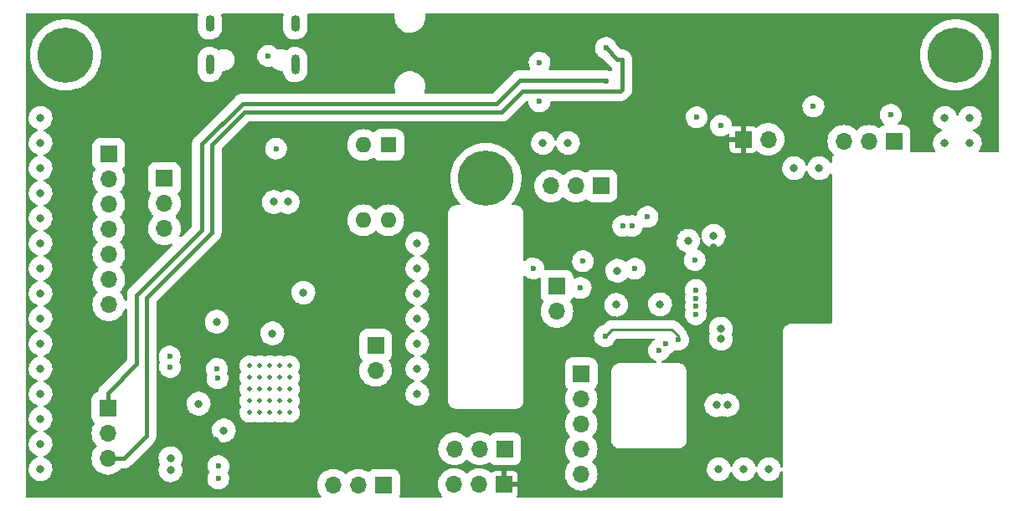
<source format=gbr>
G04 #@! TF.GenerationSoftware,KiCad,Pcbnew,(6.0.0)*
G04 #@! TF.CreationDate,2023-01-21T17:32:24+03:00*
G04 #@! TF.ProjectId,dspmodule,6473706d-6f64-4756-9c65-2e6b69636164,rev?*
G04 #@! TF.SameCoordinates,Original*
G04 #@! TF.FileFunction,Copper,L3,Inr*
G04 #@! TF.FilePolarity,Positive*
%FSLAX46Y46*%
G04 Gerber Fmt 4.6, Leading zero omitted, Abs format (unit mm)*
G04 Created by KiCad (PCBNEW (6.0.0)) date 2023-01-21 17:32:24*
%MOMM*%
%LPD*%
G01*
G04 APERTURE LIST*
G04 #@! TA.AperFunction,ComponentPad*
%ADD10R,1.700000X1.700000*%
G04 #@! TD*
G04 #@! TA.AperFunction,ComponentPad*
%ADD11O,1.700000X1.700000*%
G04 #@! TD*
G04 #@! TA.AperFunction,ComponentPad*
%ADD12C,5.600000*%
G04 #@! TD*
G04 #@! TA.AperFunction,ComponentPad*
%ADD13O,0.900000X2.000000*%
G04 #@! TD*
G04 #@! TA.AperFunction,ComponentPad*
%ADD14O,0.900000X1.700000*%
G04 #@! TD*
G04 #@! TA.AperFunction,ComponentPad*
%ADD15C,0.500000*%
G04 #@! TD*
G04 #@! TA.AperFunction,ComponentPad*
%ADD16R,1.600000X1.600000*%
G04 #@! TD*
G04 #@! TA.AperFunction,ComponentPad*
%ADD17O,1.600000X1.600000*%
G04 #@! TD*
G04 #@! TA.AperFunction,ViaPad*
%ADD18C,0.800000*%
G04 #@! TD*
G04 #@! TA.AperFunction,ViaPad*
%ADD19C,0.600000*%
G04 #@! TD*
G04 #@! TA.AperFunction,Conductor*
%ADD20C,0.400000*%
G04 #@! TD*
G04 #@! TA.AperFunction,Conductor*
%ADD21C,0.250000*%
G04 #@! TD*
G04 APERTURE END LIST*
D10*
X228520000Y-88530000D03*
D11*
X231060000Y-88530000D03*
D12*
X160000000Y-80000000D03*
X250000000Y-80000000D03*
D10*
X214150000Y-93250000D03*
D11*
X211610000Y-93250000D03*
X209070000Y-93250000D03*
D10*
X164290000Y-115740000D03*
D11*
X164290000Y-118280000D03*
X164290000Y-120820000D03*
D10*
X164380000Y-90030000D03*
D11*
X164380000Y-92570000D03*
X164380000Y-95110000D03*
X164380000Y-97650000D03*
X164380000Y-100190000D03*
X164380000Y-102730000D03*
X164380000Y-105270000D03*
D12*
X202500000Y-92500000D03*
D10*
X243790000Y-88720000D03*
D11*
X241250000Y-88720000D03*
X238710000Y-88720000D03*
D10*
X209690000Y-103400000D03*
D11*
X209690000Y-105940000D03*
D10*
X212150000Y-112270000D03*
D11*
X212150000Y-114810000D03*
X212150000Y-117350000D03*
X212150000Y-119890000D03*
X212150000Y-122430000D03*
D10*
X191360000Y-109380000D03*
D11*
X191360000Y-111920000D03*
D13*
X183230000Y-80960000D03*
X174590000Y-80960000D03*
D14*
X174590000Y-76790000D03*
X183230000Y-76790000D03*
D15*
X179650000Y-116160000D03*
X182650000Y-112635000D03*
X182650000Y-111460000D03*
X182650000Y-114985000D03*
X181650000Y-113810000D03*
X179650000Y-113810000D03*
X181650000Y-111460000D03*
X181650000Y-116160000D03*
X179650000Y-112635000D03*
X181650000Y-112635000D03*
X179650000Y-111460000D03*
X178650000Y-112635000D03*
X178650000Y-116160000D03*
X178650000Y-114985000D03*
X180650000Y-112635000D03*
X180650000Y-114985000D03*
X180650000Y-111460000D03*
X180650000Y-113810000D03*
X179650000Y-114985000D03*
X178650000Y-113810000D03*
X180650000Y-116160000D03*
X182650000Y-113810000D03*
X181650000Y-114985000D03*
X178650000Y-111460000D03*
X182650000Y-116160000D03*
D16*
X192640000Y-89100000D03*
D17*
X190100000Y-89100000D03*
X190100000Y-96720000D03*
X192640000Y-96720000D03*
D10*
X204430000Y-119860000D03*
D11*
X201890000Y-119860000D03*
X199350000Y-119860000D03*
D10*
X170000000Y-92500000D03*
D11*
X170000000Y-95040000D03*
X170000000Y-97580000D03*
D10*
X192180000Y-123550000D03*
D11*
X189640000Y-123550000D03*
X187100000Y-123550000D03*
D10*
X204385000Y-123470000D03*
D11*
X201845000Y-123470000D03*
X199305000Y-123470000D03*
D18*
X157480000Y-119380000D03*
X180920000Y-108170000D03*
X195580000Y-106680000D03*
X236220000Y-91440000D03*
X170620000Y-120800000D03*
X157480000Y-101600000D03*
X157480000Y-116840000D03*
X173470000Y-115290000D03*
X215680000Y-105270000D03*
X226060000Y-121920000D03*
X195580000Y-114300000D03*
X233680000Y-91440000D03*
X157480000Y-114300000D03*
X226270000Y-108710000D03*
X157480000Y-104140000D03*
X184060000Y-104050000D03*
X226260000Y-107680000D03*
X231140000Y-121920000D03*
X181050000Y-94870000D03*
X176010000Y-117990000D03*
X195580000Y-101600000D03*
X215800000Y-101830000D03*
X157480000Y-86360000D03*
X157480000Y-96520000D03*
X226930000Y-115430000D03*
X248920000Y-86360000D03*
X157480000Y-99060000D03*
X157480000Y-111760000D03*
X157480000Y-109220000D03*
X195580000Y-104140000D03*
X225830000Y-115440000D03*
X208280000Y-88900000D03*
X195580000Y-109220000D03*
X157480000Y-106680000D03*
X157480000Y-121920000D03*
X210820000Y-88900000D03*
X195580000Y-99060000D03*
X220120000Y-105230000D03*
X157480000Y-88900000D03*
X175290000Y-106980000D03*
X233680000Y-91440000D03*
X195580000Y-111760000D03*
X251460000Y-88900000D03*
X222960000Y-98790000D03*
X225550000Y-98290000D03*
X248920000Y-88900000D03*
X170620000Y-122040000D03*
X228600000Y-121920000D03*
X182470000Y-94870000D03*
X157480000Y-93980000D03*
X157480000Y-91440000D03*
X251460000Y-86360000D03*
D19*
X170560000Y-111590000D03*
X175370000Y-112730000D03*
D18*
X214760000Y-110890000D03*
X188247537Y-102042856D03*
X225510000Y-99450000D03*
D19*
X225490000Y-111770000D03*
D18*
X208080000Y-108080000D03*
X182050000Y-122740000D03*
X185840000Y-107810000D03*
D19*
X217760000Y-105040000D03*
D18*
X188630000Y-116640000D03*
X214240000Y-97840000D03*
X221530000Y-98480000D03*
X175160000Y-119070000D03*
X176500000Y-109560000D03*
D19*
X214670000Y-82640000D03*
X214660000Y-79290000D03*
X212330000Y-100860000D03*
X207930000Y-84690000D03*
X223620000Y-100750000D03*
X235630000Y-85190000D03*
X223840000Y-86300000D03*
X175320000Y-111770000D03*
X170530000Y-110520000D03*
X181290000Y-89460000D03*
X180490010Y-80089990D03*
X223720000Y-103780000D03*
X223728578Y-104637938D03*
X223730322Y-105437938D03*
X223719898Y-106237872D03*
X212090000Y-103570000D03*
X207940000Y-80780000D03*
X207300000Y-101610000D03*
X216400000Y-97300000D03*
X243450000Y-86050000D03*
X217270000Y-97300000D03*
X226279991Y-87134990D03*
X217579011Y-101615651D03*
X218860000Y-96390000D03*
X220690000Y-109210000D03*
X175465000Y-121605000D03*
X175455000Y-122875000D03*
X220010000Y-109900000D03*
X214550000Y-108460000D03*
X221950000Y-108820000D03*
D20*
X177910000Y-84890000D02*
X203590000Y-84890000D01*
X167210000Y-104310000D02*
X173790000Y-97730000D01*
X164290000Y-114190000D02*
X167210000Y-111270000D01*
X173790000Y-97730000D02*
X173790000Y-89010000D01*
X173790000Y-89010000D02*
X177910000Y-84890000D01*
X205950000Y-82530000D02*
X214560000Y-82530000D01*
X167210000Y-111270000D02*
X167210000Y-104310000D01*
X214560000Y-82530000D02*
X214670000Y-82640000D01*
X203590000Y-84890000D02*
X205950000Y-82530000D01*
X164290000Y-115740000D02*
X164290000Y-114190000D01*
X206210000Y-83640000D02*
X204120000Y-85730000D01*
X216290000Y-83480000D02*
X216130000Y-83640000D01*
X216290000Y-80430000D02*
X216290000Y-83480000D01*
X174780000Y-97930000D02*
X168170000Y-104540000D01*
X215800000Y-80430000D02*
X216290000Y-80430000D01*
X168170000Y-118540000D02*
X165880000Y-120830000D01*
X178120000Y-85730000D02*
X174780000Y-89070000D01*
X216130000Y-83640000D02*
X206210000Y-83640000D01*
X214660000Y-79290000D02*
X215800000Y-80430000D01*
X174780000Y-89070000D02*
X174780000Y-97930000D01*
X168170000Y-104540000D02*
X168170000Y-118540000D01*
X204120000Y-85730000D02*
X178120000Y-85730000D01*
X165880000Y-120830000D02*
X165870000Y-120820000D01*
X165870000Y-120820000D02*
X164290000Y-120820000D01*
D21*
X215260000Y-107750000D02*
X214550000Y-108460000D01*
X221304264Y-107750000D02*
X215260000Y-107750000D01*
X221950000Y-108820000D02*
X221950000Y-108395736D01*
X221950000Y-108395736D02*
X221304264Y-107750000D01*
G04 #@! TA.AperFunction,Conductor*
G36*
X173360998Y-75820002D02*
G01*
X173407491Y-75873658D01*
X173417595Y-75943932D01*
X173409785Y-75972995D01*
X173390126Y-76021899D01*
X173390124Y-76021907D01*
X173388034Y-76027105D01*
X173342767Y-76245690D01*
X173339500Y-76302349D01*
X173339500Y-77246630D01*
X173339749Y-77249417D01*
X173339749Y-77249423D01*
X173342431Y-77279474D01*
X173354289Y-77412339D01*
X173413192Y-77627651D01*
X173415604Y-77632709D01*
X173415606Y-77632713D01*
X173441755Y-77687535D01*
X173509292Y-77829129D01*
X173639552Y-78010405D01*
X173799854Y-78165749D01*
X173985132Y-78290250D01*
X174189529Y-78379974D01*
X174194977Y-78381282D01*
X174194983Y-78381284D01*
X174401128Y-78430775D01*
X174401129Y-78430775D01*
X174406585Y-78432085D01*
X174490803Y-78436941D01*
X174623831Y-78444611D01*
X174623834Y-78444611D01*
X174629438Y-78444934D01*
X174851044Y-78418117D01*
X175064400Y-78352481D01*
X175262759Y-78250099D01*
X175267201Y-78246690D01*
X175267205Y-78246688D01*
X175435410Y-78117620D01*
X175439854Y-78114210D01*
X175590086Y-77949107D01*
X175708707Y-77760010D01*
X175791966Y-77552895D01*
X175805006Y-77489931D01*
X175836296Y-77338834D01*
X175837233Y-77334310D01*
X175840500Y-77277651D01*
X175840500Y-76333370D01*
X175837732Y-76302349D01*
X175834041Y-76261003D01*
X175825711Y-76167661D01*
X175768695Y-75959247D01*
X175770013Y-75888264D01*
X175809498Y-75829261D01*
X175874615Y-75800971D01*
X175890229Y-75800000D01*
X181932877Y-75800000D01*
X182000998Y-75820002D01*
X182047491Y-75873658D01*
X182057595Y-75943932D01*
X182049785Y-75972995D01*
X182030126Y-76021899D01*
X182030124Y-76021907D01*
X182028034Y-76027105D01*
X181982767Y-76245690D01*
X181979500Y-76302349D01*
X181979500Y-77246630D01*
X181979749Y-77249417D01*
X181979749Y-77249423D01*
X181982431Y-77279474D01*
X181994289Y-77412339D01*
X182053192Y-77627651D01*
X182055604Y-77632709D01*
X182055606Y-77632713D01*
X182081755Y-77687535D01*
X182149292Y-77829129D01*
X182279552Y-78010405D01*
X182439854Y-78165749D01*
X182625132Y-78290250D01*
X182829529Y-78379974D01*
X182834977Y-78381282D01*
X182834983Y-78381284D01*
X183041128Y-78430775D01*
X183041129Y-78430775D01*
X183046585Y-78432085D01*
X183130803Y-78436941D01*
X183263831Y-78444611D01*
X183263834Y-78444611D01*
X183269438Y-78444934D01*
X183491044Y-78418117D01*
X183704400Y-78352481D01*
X183902759Y-78250099D01*
X183907201Y-78246690D01*
X183907205Y-78246688D01*
X184075410Y-78117620D01*
X184079854Y-78114210D01*
X184230086Y-77949107D01*
X184348707Y-77760010D01*
X184431966Y-77552895D01*
X184445006Y-77489931D01*
X184476296Y-77338834D01*
X184477233Y-77334310D01*
X184480500Y-77277651D01*
X184480500Y-76333370D01*
X184477732Y-76302349D01*
X184474041Y-76261003D01*
X184465711Y-76167661D01*
X184408695Y-75959247D01*
X184410013Y-75888264D01*
X184449498Y-75829261D01*
X184514615Y-75800971D01*
X184530229Y-75800000D01*
X193170336Y-75800000D01*
X193238457Y-75820002D01*
X193284950Y-75873658D01*
X193295054Y-75943932D01*
X193293673Y-75951765D01*
X193286722Y-75985039D01*
X193275404Y-76234288D01*
X193304081Y-76482140D01*
X193372017Y-76722219D01*
X193477462Y-76948348D01*
X193617706Y-77154710D01*
X193789138Y-77335994D01*
X193987349Y-77487538D01*
X194207239Y-77605443D01*
X194443152Y-77686674D01*
X194571099Y-77708774D01*
X194685107Y-77728467D01*
X194685113Y-77728468D01*
X194689017Y-77729142D01*
X194692978Y-77729322D01*
X194692979Y-77729322D01*
X194717503Y-77730436D01*
X194717522Y-77730436D01*
X194718922Y-77730500D01*
X194892691Y-77730500D01*
X194895199Y-77730298D01*
X194895204Y-77730298D01*
X195073661Y-77715940D01*
X195073666Y-77715939D01*
X195078702Y-77715534D01*
X195083610Y-77714329D01*
X195083613Y-77714328D01*
X195316092Y-77657225D01*
X195321006Y-77656018D01*
X195325658Y-77654043D01*
X195325662Y-77654042D01*
X195546022Y-77560505D01*
X195546023Y-77560505D01*
X195550677Y-77558529D01*
X195761808Y-77425573D01*
X195860194Y-77338834D01*
X195945168Y-77263920D01*
X195945171Y-77263917D01*
X195948965Y-77260572D01*
X196107334Y-77067770D01*
X196232840Y-76852128D01*
X196322255Y-76619195D01*
X196332498Y-76570167D01*
X196372243Y-76379915D01*
X196373278Y-76374961D01*
X196375040Y-76336172D01*
X196378682Y-76255954D01*
X196384596Y-76125712D01*
X196363164Y-75940480D01*
X196375204Y-75870514D01*
X196423160Y-75818162D01*
X196488329Y-75800000D01*
X254244000Y-75800000D01*
X254312121Y-75820002D01*
X254358614Y-75873658D01*
X254370000Y-75926000D01*
X254370000Y-89714000D01*
X254349998Y-89782121D01*
X254296342Y-89828614D01*
X254244000Y-89840000D01*
X252508437Y-89840000D01*
X252440316Y-89819998D01*
X252393823Y-89766342D01*
X252383719Y-89696068D01*
X252411563Y-89633430D01*
X252449908Y-89587326D01*
X252449910Y-89587323D01*
X252453602Y-89582884D01*
X252561410Y-89390379D01*
X252563266Y-89384912D01*
X252563268Y-89384907D01*
X252630475Y-89186921D01*
X252630476Y-89186916D01*
X252632331Y-89181452D01*
X252633159Y-89175743D01*
X252633160Y-89175738D01*
X252661686Y-88978994D01*
X252663991Y-88963098D01*
X252665643Y-88900000D01*
X252645454Y-88680289D01*
X252640918Y-88664203D01*
X252595379Y-88502733D01*
X252585565Y-88467936D01*
X252487980Y-88270053D01*
X252458801Y-88230977D01*
X252359420Y-88097891D01*
X252359420Y-88097890D01*
X252355967Y-88093267D01*
X252221036Y-87968538D01*
X252198189Y-87947418D01*
X252198186Y-87947416D01*
X252193949Y-87943499D01*
X252007350Y-87825764D01*
X251804955Y-87745017D01*
X251749096Y-87701196D01*
X251725795Y-87634132D01*
X251742451Y-87565117D01*
X251793775Y-87516063D01*
X251811144Y-87508674D01*
X251944907Y-87463268D01*
X251944912Y-87463266D01*
X251950379Y-87461410D01*
X252142884Y-87353602D01*
X252148608Y-87348842D01*
X252308086Y-87216204D01*
X252312518Y-87212518D01*
X252397638Y-87110173D01*
X252449908Y-87047326D01*
X252449910Y-87047323D01*
X252453602Y-87042884D01*
X252519302Y-86925568D01*
X252558586Y-86855422D01*
X252558587Y-86855420D01*
X252561410Y-86850379D01*
X252563266Y-86844912D01*
X252563268Y-86844907D01*
X252630475Y-86646921D01*
X252630476Y-86646916D01*
X252632331Y-86641452D01*
X252633159Y-86635743D01*
X252633160Y-86635738D01*
X252663458Y-86426772D01*
X252663991Y-86423098D01*
X252665643Y-86360000D01*
X252645454Y-86140289D01*
X252585565Y-85927936D01*
X252487980Y-85730053D01*
X252415187Y-85632571D01*
X252359420Y-85557891D01*
X252359420Y-85557890D01*
X252355967Y-85553267D01*
X252242152Y-85448057D01*
X252198189Y-85407418D01*
X252198186Y-85407416D01*
X252193949Y-85403499D01*
X252007350Y-85285764D01*
X251802421Y-85204006D01*
X251796761Y-85202880D01*
X251796757Y-85202879D01*
X251591691Y-85162089D01*
X251591688Y-85162089D01*
X251586024Y-85160962D01*
X251580249Y-85160886D01*
X251580245Y-85160886D01*
X251469504Y-85159437D01*
X251365406Y-85158074D01*
X251359709Y-85159053D01*
X251359708Y-85159053D01*
X251153654Y-85194459D01*
X251153653Y-85194459D01*
X251147957Y-85195438D01*
X250940957Y-85271804D01*
X250935996Y-85274756D01*
X250935995Y-85274756D01*
X250875971Y-85310467D01*
X250751341Y-85384614D01*
X250585457Y-85530090D01*
X250448863Y-85703360D01*
X250346131Y-85898620D01*
X250324876Y-85967073D01*
X250310432Y-86013591D01*
X250271129Y-86072716D01*
X250206100Y-86101207D01*
X250135990Y-86090017D01*
X250083060Y-86042700D01*
X250068830Y-86010428D01*
X250047134Y-85933500D01*
X250045565Y-85927936D01*
X249947980Y-85730053D01*
X249875187Y-85632571D01*
X249819420Y-85557891D01*
X249819420Y-85557890D01*
X249815967Y-85553267D01*
X249702152Y-85448057D01*
X249658189Y-85407418D01*
X249658186Y-85407416D01*
X249653949Y-85403499D01*
X249467350Y-85285764D01*
X249262421Y-85204006D01*
X249256761Y-85202880D01*
X249256757Y-85202879D01*
X249051691Y-85162089D01*
X249051688Y-85162089D01*
X249046024Y-85160962D01*
X249040249Y-85160886D01*
X249040245Y-85160886D01*
X248929504Y-85159437D01*
X248825406Y-85158074D01*
X248819709Y-85159053D01*
X248819708Y-85159053D01*
X248613654Y-85194459D01*
X248613653Y-85194459D01*
X248607957Y-85195438D01*
X248400957Y-85271804D01*
X248395996Y-85274756D01*
X248395995Y-85274756D01*
X248335971Y-85310467D01*
X248211341Y-85384614D01*
X248045457Y-85530090D01*
X247908863Y-85703360D01*
X247806131Y-85898620D01*
X247740703Y-86109333D01*
X247714770Y-86328440D01*
X247729200Y-86548604D01*
X247730621Y-86554200D01*
X247730622Y-86554205D01*
X247782090Y-86756857D01*
X247783511Y-86762452D01*
X247785928Y-86767694D01*
X247785928Y-86767695D01*
X247822316Y-86846626D01*
X247875883Y-86962821D01*
X248003222Y-87143002D01*
X248161264Y-87296961D01*
X248166060Y-87300166D01*
X248166063Y-87300168D01*
X248260199Y-87363067D01*
X248344717Y-87419540D01*
X248350020Y-87421818D01*
X248350023Y-87421820D01*
X248541112Y-87503918D01*
X248547436Y-87506635D01*
X248553071Y-87507910D01*
X248553074Y-87507911D01*
X248554484Y-87508230D01*
X248555083Y-87508564D01*
X248558562Y-87509694D01*
X248558340Y-87510377D01*
X248616511Y-87542772D01*
X248650016Y-87605366D01*
X248644362Y-87676137D01*
X248601344Y-87732616D01*
X248570287Y-87749335D01*
X248406376Y-87809804D01*
X248406368Y-87809808D01*
X248400957Y-87811804D01*
X248395996Y-87814756D01*
X248395995Y-87814756D01*
X248291242Y-87877078D01*
X248211341Y-87924614D01*
X248045457Y-88070090D01*
X247908863Y-88243360D01*
X247806131Y-88438620D01*
X247740703Y-88649333D01*
X247714770Y-88868440D01*
X247729200Y-89088604D01*
X247730621Y-89094200D01*
X247730622Y-89094205D01*
X247782090Y-89296857D01*
X247783511Y-89302452D01*
X247785928Y-89307694D01*
X247785928Y-89307695D01*
X247824046Y-89390379D01*
X247875883Y-89502821D01*
X247957322Y-89618054D01*
X247973736Y-89641280D01*
X247996717Y-89708454D01*
X247979733Y-89777389D01*
X247928175Y-89826199D01*
X247870839Y-89840000D01*
X245557672Y-89840000D01*
X245489551Y-89819998D01*
X245443058Y-89766342D01*
X245432954Y-89696068D01*
X245434901Y-89685658D01*
X245439025Y-89667794D01*
X245439026Y-89667786D01*
X245440226Y-89662589D01*
X245440500Y-89657837D01*
X245440500Y-88720000D01*
X245440499Y-87783957D01*
X245440499Y-87782164D01*
X245440226Y-87777411D01*
X245399827Y-87602423D01*
X245321664Y-87440734D01*
X245209620Y-87300380D01*
X245069266Y-87188336D01*
X245058154Y-87182964D01*
X244913919Y-87113239D01*
X244913920Y-87113239D01*
X244907577Y-87110173D01*
X244864916Y-87100324D01*
X244737788Y-87070974D01*
X244737785Y-87070974D01*
X244732589Y-87069774D01*
X244727837Y-87069500D01*
X244293894Y-87069500D01*
X244225773Y-87049498D01*
X244179280Y-86995842D01*
X244169176Y-86925568D01*
X244198670Y-86860988D01*
X244213325Y-86846626D01*
X244227068Y-86835196D01*
X244227073Y-86835191D01*
X244231505Y-86831505D01*
X244313464Y-86732960D01*
X244357146Y-86680439D01*
X244360837Y-86676001D01*
X244377123Y-86646921D01*
X244404875Y-86597364D01*
X244459664Y-86499531D01*
X244466805Y-86478496D01*
X244522820Y-86313481D01*
X244522820Y-86313479D01*
X244524678Y-86308007D01*
X244525507Y-86302291D01*
X244525508Y-86302286D01*
X244553167Y-86111516D01*
X244553700Y-86107842D01*
X244555215Y-86050000D01*
X244536708Y-85848591D01*
X244481807Y-85653926D01*
X244392351Y-85472527D01*
X244374079Y-85448057D01*
X244274788Y-85315091D01*
X244274787Y-85315090D01*
X244271335Y-85310467D01*
X244248350Y-85289220D01*
X244127053Y-85177094D01*
X244127051Y-85177092D01*
X244122812Y-85173174D01*
X244100432Y-85159053D01*
X243956637Y-85068325D01*
X243951757Y-85065246D01*
X243763898Y-84990298D01*
X243565526Y-84950839D01*
X243559752Y-84950763D01*
X243559748Y-84950763D01*
X243457257Y-84949422D01*
X243363286Y-84948192D01*
X243357589Y-84949171D01*
X243357588Y-84949171D01*
X243169646Y-84981465D01*
X243169645Y-84981465D01*
X243163949Y-84982444D01*
X242974193Y-85052449D01*
X242800371Y-85155862D01*
X242648305Y-85289220D01*
X242523089Y-85448057D01*
X242428914Y-85627053D01*
X242368937Y-85820213D01*
X242345164Y-86021069D01*
X242358392Y-86222894D01*
X242376164Y-86292871D01*
X242401564Y-86392884D01*
X242408178Y-86418928D01*
X242492856Y-86602607D01*
X242496189Y-86607323D01*
X242605823Y-86762452D01*
X242609588Y-86767780D01*
X242613730Y-86771815D01*
X242740398Y-86895209D01*
X242775236Y-86957070D01*
X242771099Y-87027946D01*
X242729300Y-87085334D01*
X242685805Y-87105880D01*
X242685934Y-87106247D01*
X242682371Y-87107502D01*
X242680823Y-87108233D01*
X242679289Y-87108587D01*
X242679282Y-87108590D01*
X242672423Y-87110173D01*
X242666080Y-87113239D01*
X242666081Y-87113239D01*
X242521847Y-87182964D01*
X242510734Y-87188336D01*
X242370380Y-87300380D01*
X242359918Y-87313486D01*
X242348441Y-87327863D01*
X242290309Y-87368621D01*
X242219370Y-87371481D01*
X242184135Y-87356686D01*
X242183713Y-87356427D01*
X242001628Y-87244846D01*
X241997058Y-87242953D01*
X241997054Y-87242951D01*
X241766183Y-87147321D01*
X241766181Y-87147320D01*
X241761610Y-87145427D01*
X241673276Y-87124220D01*
X241513807Y-87085934D01*
X241513801Y-87085933D01*
X241508994Y-87084779D01*
X241250000Y-87064396D01*
X240991006Y-87084779D01*
X240986199Y-87085933D01*
X240986193Y-87085934D01*
X240826724Y-87124220D01*
X240738390Y-87145427D01*
X240733819Y-87147320D01*
X240733817Y-87147321D01*
X240502946Y-87242951D01*
X240502942Y-87242953D01*
X240498372Y-87244846D01*
X240276860Y-87380588D01*
X240079311Y-87549311D01*
X240076103Y-87553067D01*
X240076098Y-87553072D01*
X240075811Y-87553408D01*
X240075670Y-87553500D01*
X240072595Y-87556575D01*
X240071949Y-87555929D01*
X240016361Y-87592217D01*
X239945366Y-87592725D01*
X239888075Y-87555905D01*
X239887405Y-87556575D01*
X239884326Y-87553496D01*
X239884189Y-87553408D01*
X239883902Y-87553072D01*
X239883897Y-87553067D01*
X239880689Y-87549311D01*
X239683140Y-87380588D01*
X239461628Y-87244846D01*
X239457058Y-87242953D01*
X239457054Y-87242951D01*
X239226183Y-87147321D01*
X239226181Y-87147320D01*
X239221610Y-87145427D01*
X239133276Y-87124220D01*
X238973807Y-87085934D01*
X238973801Y-87085933D01*
X238968994Y-87084779D01*
X238710000Y-87064396D01*
X238451006Y-87084779D01*
X238446199Y-87085933D01*
X238446193Y-87085934D01*
X238286724Y-87124220D01*
X238198390Y-87145427D01*
X238193819Y-87147320D01*
X238193817Y-87147321D01*
X237962946Y-87242951D01*
X237962942Y-87242953D01*
X237958372Y-87244846D01*
X237736860Y-87380588D01*
X237539311Y-87549311D01*
X237536103Y-87553067D01*
X237529264Y-87561074D01*
X237370588Y-87746860D01*
X237234846Y-87968372D01*
X237232953Y-87972942D01*
X237232951Y-87972946D01*
X237145599Y-88183832D01*
X237135427Y-88208390D01*
X237125805Y-88248470D01*
X237075934Y-88456193D01*
X237075933Y-88456199D01*
X237074779Y-88461006D01*
X237054396Y-88720000D01*
X237074779Y-88978994D01*
X237075933Y-88983801D01*
X237075934Y-88983807D01*
X237103830Y-89100000D01*
X237135427Y-89231610D01*
X237137320Y-89236181D01*
X237137321Y-89236183D01*
X237231564Y-89463704D01*
X237234846Y-89471628D01*
X237370588Y-89693140D01*
X237539311Y-89890689D01*
X237543067Y-89893897D01*
X237643370Y-89979564D01*
X237682179Y-90039015D01*
X237682685Y-90110009D01*
X237667924Y-90142889D01*
X237626222Y-90208601D01*
X237625849Y-90209186D01*
X237578896Y-90282041D01*
X237577929Y-90284699D01*
X237576415Y-90287084D01*
X237574241Y-90293188D01*
X237574240Y-90293191D01*
X237566517Y-90314880D01*
X237548399Y-90365764D01*
X237547403Y-90368560D01*
X237547138Y-90369296D01*
X237517511Y-90450696D01*
X237517157Y-90453502D01*
X237516209Y-90456163D01*
X237509503Y-90512397D01*
X237505978Y-90541960D01*
X237505871Y-90542831D01*
X237500000Y-90589308D01*
X237500000Y-90591411D01*
X237499739Y-90594279D01*
X237496079Y-90624979D01*
X237494958Y-90634380D01*
X237495694Y-90641383D01*
X237495694Y-90641384D01*
X237499310Y-90675788D01*
X237500000Y-90688958D01*
X237500000Y-90780715D01*
X237479998Y-90848836D01*
X237426342Y-90895329D01*
X237356068Y-90905433D01*
X237291488Y-90875939D01*
X237260994Y-90836443D01*
X237250535Y-90815233D01*
X237250532Y-90815229D01*
X237247980Y-90810053D01*
X237158849Y-90690692D01*
X237119420Y-90637891D01*
X237119420Y-90637890D01*
X237115967Y-90633267D01*
X236985211Y-90512397D01*
X236958189Y-90487418D01*
X236958186Y-90487416D01*
X236953949Y-90483499D01*
X236767350Y-90365764D01*
X236625530Y-90309184D01*
X236567785Y-90286146D01*
X236562421Y-90284006D01*
X236556761Y-90282880D01*
X236556757Y-90282879D01*
X236351691Y-90242089D01*
X236351688Y-90242089D01*
X236346024Y-90240962D01*
X236340249Y-90240886D01*
X236340245Y-90240886D01*
X236229504Y-90239437D01*
X236125406Y-90238074D01*
X236119709Y-90239053D01*
X236119708Y-90239053D01*
X235913654Y-90274459D01*
X235913653Y-90274459D01*
X235907957Y-90275438D01*
X235700957Y-90351804D01*
X235695996Y-90354756D01*
X235695995Y-90354756D01*
X235530019Y-90453502D01*
X235511341Y-90464614D01*
X235345457Y-90610090D01*
X235208863Y-90783360D01*
X235106131Y-90978620D01*
X235088122Y-91036620D01*
X235070432Y-91093591D01*
X235031129Y-91152716D01*
X234966100Y-91181207D01*
X234895990Y-91170017D01*
X234843060Y-91122700D01*
X234828830Y-91090428D01*
X234813655Y-91036620D01*
X234805565Y-91007936D01*
X234707980Y-90810053D01*
X234618849Y-90690692D01*
X234579420Y-90637891D01*
X234579420Y-90637890D01*
X234575967Y-90633267D01*
X234445211Y-90512397D01*
X234418189Y-90487418D01*
X234418186Y-90487416D01*
X234413949Y-90483499D01*
X234227350Y-90365764D01*
X234085530Y-90309184D01*
X234027785Y-90286146D01*
X234022421Y-90284006D01*
X234016761Y-90282880D01*
X234016757Y-90282879D01*
X233811691Y-90242089D01*
X233811688Y-90242089D01*
X233806024Y-90240962D01*
X233800249Y-90240886D01*
X233800245Y-90240886D01*
X233689504Y-90239437D01*
X233585406Y-90238074D01*
X233579709Y-90239053D01*
X233579708Y-90239053D01*
X233373654Y-90274459D01*
X233373653Y-90274459D01*
X233367957Y-90275438D01*
X233160957Y-90351804D01*
X233155996Y-90354756D01*
X233155995Y-90354756D01*
X232990019Y-90453502D01*
X232971341Y-90464614D01*
X232805457Y-90610090D01*
X232668863Y-90783360D01*
X232566131Y-90978620D01*
X232500703Y-91189333D01*
X232474770Y-91408440D01*
X232489200Y-91628604D01*
X232490621Y-91634200D01*
X232490622Y-91634205D01*
X232542090Y-91836857D01*
X232543511Y-91842452D01*
X232545928Y-91847694D01*
X232545928Y-91847695D01*
X232584046Y-91930379D01*
X232635883Y-92042821D01*
X232763222Y-92223002D01*
X232921264Y-92376961D01*
X232926060Y-92380166D01*
X232926063Y-92380168D01*
X233010261Y-92436427D01*
X233104717Y-92499540D01*
X233110020Y-92501818D01*
X233110023Y-92501820D01*
X233257242Y-92565070D01*
X233307436Y-92586635D01*
X233349102Y-92596063D01*
X233516995Y-92634054D01*
X233517001Y-92634055D01*
X233522632Y-92635329D01*
X233528403Y-92635556D01*
X233528405Y-92635556D01*
X233596211Y-92638220D01*
X233743098Y-92643991D01*
X233852275Y-92628161D01*
X233955738Y-92613160D01*
X233955743Y-92613159D01*
X233961452Y-92612331D01*
X233966916Y-92610476D01*
X233966921Y-92610475D01*
X234164907Y-92543268D01*
X234164912Y-92543266D01*
X234170379Y-92541410D01*
X234362884Y-92433602D01*
X234532518Y-92292518D01*
X234613134Y-92195589D01*
X234669908Y-92127326D01*
X234669910Y-92127323D01*
X234673602Y-92122884D01*
X234761895Y-91965226D01*
X234778586Y-91935422D01*
X234778587Y-91935420D01*
X234781410Y-91930379D01*
X234783266Y-91924912D01*
X234783268Y-91924907D01*
X234830264Y-91786460D01*
X234871101Y-91728383D01*
X234936854Y-91701605D01*
X235006646Y-91714626D01*
X235058319Y-91763313D01*
X235071700Y-91795946D01*
X235082089Y-91836855D01*
X235082090Y-91836857D01*
X235083511Y-91842452D01*
X235085928Y-91847694D01*
X235085928Y-91847695D01*
X235124046Y-91930379D01*
X235175883Y-92042821D01*
X235303222Y-92223002D01*
X235461264Y-92376961D01*
X235466060Y-92380166D01*
X235466063Y-92380168D01*
X235550261Y-92436427D01*
X235644717Y-92499540D01*
X235650020Y-92501818D01*
X235650023Y-92501820D01*
X235797242Y-92565070D01*
X235847436Y-92586635D01*
X235889102Y-92596063D01*
X236056995Y-92634054D01*
X236057001Y-92634055D01*
X236062632Y-92635329D01*
X236068403Y-92635556D01*
X236068405Y-92635556D01*
X236136211Y-92638220D01*
X236283098Y-92643991D01*
X236392275Y-92628161D01*
X236495738Y-92613160D01*
X236495743Y-92613159D01*
X236501452Y-92612331D01*
X236506916Y-92610476D01*
X236506921Y-92610475D01*
X236704907Y-92543268D01*
X236704912Y-92543266D01*
X236710379Y-92541410D01*
X236902884Y-92433602D01*
X237072518Y-92292518D01*
X237153134Y-92195589D01*
X237209908Y-92127326D01*
X237209910Y-92127323D01*
X237213602Y-92122884D01*
X237264067Y-92032772D01*
X237314802Y-91983112D01*
X237384334Y-91968765D01*
X237450585Y-91994286D01*
X237492520Y-92051574D01*
X237500000Y-92094340D01*
X237500000Y-107074000D01*
X237479998Y-107142121D01*
X237426342Y-107188614D01*
X237374000Y-107200000D01*
X233415393Y-107200000D01*
X233400474Y-107199114D01*
X233394687Y-107198424D01*
X233365620Y-107194958D01*
X233358617Y-107195694D01*
X233358616Y-107195694D01*
X233319863Y-107199767D01*
X233316963Y-107200000D01*
X233314871Y-107200000D01*
X233290436Y-107202741D01*
X233274019Y-107204582D01*
X233273145Y-107204677D01*
X233193563Y-107213041D01*
X233193560Y-107213042D01*
X233187125Y-107213718D01*
X233184449Y-107214629D01*
X233181640Y-107214944D01*
X233175541Y-107217068D01*
X233175536Y-107217069D01*
X233099979Y-107243381D01*
X233099148Y-107243668D01*
X233050900Y-107260093D01*
X233017221Y-107271558D01*
X233014812Y-107273040D01*
X233012144Y-107273969D01*
X232938764Y-107319822D01*
X232938202Y-107320171D01*
X232905823Y-107340090D01*
X232874515Y-107359351D01*
X232864354Y-107365602D01*
X232862332Y-107367582D01*
X232859938Y-107369078D01*
X232855364Y-107373620D01*
X232855363Y-107373621D01*
X232798577Y-107430012D01*
X232797951Y-107430629D01*
X232740742Y-107486652D01*
X232740739Y-107486655D01*
X232736122Y-107491177D01*
X232734590Y-107493554D01*
X232732585Y-107495545D01*
X232729123Y-107501000D01*
X232729120Y-107501004D01*
X232686223Y-107568600D01*
X232685857Y-107569173D01*
X232638896Y-107642041D01*
X232637929Y-107644699D01*
X232636415Y-107647084D01*
X232634241Y-107653188D01*
X232634240Y-107653191D01*
X232607403Y-107728560D01*
X232607138Y-107729296D01*
X232577511Y-107810696D01*
X232577157Y-107813502D01*
X232576209Y-107816163D01*
X232570604Y-107863167D01*
X232565978Y-107901960D01*
X232565871Y-107902831D01*
X232563681Y-107920168D01*
X232560000Y-107949308D01*
X232560000Y-107951411D01*
X232559739Y-107954279D01*
X232555792Y-107987384D01*
X232554958Y-107994380D01*
X232555694Y-108001383D01*
X232555694Y-108001384D01*
X232559310Y-108035788D01*
X232560000Y-108048958D01*
X232560000Y-121620975D01*
X232539998Y-121689096D01*
X232486342Y-121735589D01*
X232416068Y-121745693D01*
X232351488Y-121716199D01*
X232312731Y-121655176D01*
X232299408Y-121607936D01*
X232265565Y-121487936D01*
X232167980Y-121290053D01*
X232142625Y-121256098D01*
X232039420Y-121117891D01*
X232039420Y-121117890D01*
X232035967Y-121113267D01*
X231907167Y-120994205D01*
X231878189Y-120967418D01*
X231878186Y-120967416D01*
X231873949Y-120963499D01*
X231687350Y-120845764D01*
X231482421Y-120764006D01*
X231476761Y-120762880D01*
X231476757Y-120762879D01*
X231271691Y-120722089D01*
X231271688Y-120722089D01*
X231266024Y-120720962D01*
X231260249Y-120720886D01*
X231260245Y-120720886D01*
X231149504Y-120719437D01*
X231045406Y-120718074D01*
X231039709Y-120719053D01*
X231039708Y-120719053D01*
X230833654Y-120754459D01*
X230833653Y-120754459D01*
X230827957Y-120755438D01*
X230620957Y-120831804D01*
X230615996Y-120834756D01*
X230615995Y-120834756D01*
X230482108Y-120914411D01*
X230431341Y-120944614D01*
X230265457Y-121090090D01*
X230128863Y-121263360D01*
X230026131Y-121458620D01*
X229990459Y-121573504D01*
X229990432Y-121573591D01*
X229951129Y-121632716D01*
X229886100Y-121661207D01*
X229815990Y-121650017D01*
X229763060Y-121602700D01*
X229748830Y-121570428D01*
X229727729Y-121495609D01*
X229725565Y-121487936D01*
X229627980Y-121290053D01*
X229602625Y-121256098D01*
X229499420Y-121117891D01*
X229499420Y-121117890D01*
X229495967Y-121113267D01*
X229367167Y-120994205D01*
X229338189Y-120967418D01*
X229338186Y-120967416D01*
X229333949Y-120963499D01*
X229147350Y-120845764D01*
X228942421Y-120764006D01*
X228936761Y-120762880D01*
X228936757Y-120762879D01*
X228731691Y-120722089D01*
X228731688Y-120722089D01*
X228726024Y-120720962D01*
X228720249Y-120720886D01*
X228720245Y-120720886D01*
X228609504Y-120719437D01*
X228505406Y-120718074D01*
X228499709Y-120719053D01*
X228499708Y-120719053D01*
X228293654Y-120754459D01*
X228293653Y-120754459D01*
X228287957Y-120755438D01*
X228080957Y-120831804D01*
X228075996Y-120834756D01*
X228075995Y-120834756D01*
X227942108Y-120914411D01*
X227891341Y-120944614D01*
X227725457Y-121090090D01*
X227588863Y-121263360D01*
X227486131Y-121458620D01*
X227450459Y-121573504D01*
X227450432Y-121573591D01*
X227411129Y-121632716D01*
X227346100Y-121661207D01*
X227275990Y-121650017D01*
X227223060Y-121602700D01*
X227208830Y-121570428D01*
X227187729Y-121495609D01*
X227185565Y-121487936D01*
X227087980Y-121290053D01*
X227062625Y-121256098D01*
X226959420Y-121117891D01*
X226959420Y-121117890D01*
X226955967Y-121113267D01*
X226827167Y-120994205D01*
X226798189Y-120967418D01*
X226798186Y-120967416D01*
X226793949Y-120963499D01*
X226607350Y-120845764D01*
X226402421Y-120764006D01*
X226396761Y-120762880D01*
X226396757Y-120762879D01*
X226191691Y-120722089D01*
X226191688Y-120722089D01*
X226186024Y-120720962D01*
X226180249Y-120720886D01*
X226180245Y-120720886D01*
X226069504Y-120719437D01*
X225965406Y-120718074D01*
X225959709Y-120719053D01*
X225959708Y-120719053D01*
X225753654Y-120754459D01*
X225753653Y-120754459D01*
X225747957Y-120755438D01*
X225540957Y-120831804D01*
X225535996Y-120834756D01*
X225535995Y-120834756D01*
X225402108Y-120914411D01*
X225351341Y-120944614D01*
X225185457Y-121090090D01*
X225048863Y-121263360D01*
X224946131Y-121458620D01*
X224896105Y-121619729D01*
X224882719Y-121662842D01*
X224880703Y-121669333D01*
X224854770Y-121888440D01*
X224869200Y-122108604D01*
X224870621Y-122114200D01*
X224870622Y-122114205D01*
X224922090Y-122316857D01*
X224923511Y-122322452D01*
X224925928Y-122327694D01*
X224925928Y-122327695D01*
X224995647Y-122478926D01*
X225015883Y-122522821D01*
X225143222Y-122703002D01*
X225301264Y-122856961D01*
X225306060Y-122860166D01*
X225306063Y-122860168D01*
X225446220Y-122953817D01*
X225484717Y-122979540D01*
X225490020Y-122981818D01*
X225490023Y-122981820D01*
X225632894Y-123043202D01*
X225687436Y-123066635D01*
X225767088Y-123084658D01*
X225896995Y-123114054D01*
X225897001Y-123114055D01*
X225902632Y-123115329D01*
X225908403Y-123115556D01*
X225908405Y-123115556D01*
X225976211Y-123118220D01*
X226123098Y-123123991D01*
X226232275Y-123108161D01*
X226335738Y-123093160D01*
X226335743Y-123093159D01*
X226341452Y-123092331D01*
X226346916Y-123090476D01*
X226346921Y-123090475D01*
X226544907Y-123023268D01*
X226544912Y-123023266D01*
X226550379Y-123021410D01*
X226742884Y-122913602D01*
X226773564Y-122888086D01*
X226908086Y-122776204D01*
X226912518Y-122772518D01*
X227013626Y-122650950D01*
X227049908Y-122607326D01*
X227049910Y-122607323D01*
X227053602Y-122602884D01*
X227136944Y-122454066D01*
X227158586Y-122415422D01*
X227158587Y-122415420D01*
X227161410Y-122410379D01*
X227163266Y-122404912D01*
X227163268Y-122404907D01*
X227210264Y-122266460D01*
X227251101Y-122208383D01*
X227316854Y-122181605D01*
X227386646Y-122194626D01*
X227438319Y-122243313D01*
X227451700Y-122275946D01*
X227462089Y-122316855D01*
X227462090Y-122316857D01*
X227463511Y-122322452D01*
X227465928Y-122327694D01*
X227465928Y-122327695D01*
X227535647Y-122478926D01*
X227555883Y-122522821D01*
X227683222Y-122703002D01*
X227841264Y-122856961D01*
X227846060Y-122860166D01*
X227846063Y-122860168D01*
X227986220Y-122953817D01*
X228024717Y-122979540D01*
X228030020Y-122981818D01*
X228030023Y-122981820D01*
X228172894Y-123043202D01*
X228227436Y-123066635D01*
X228307088Y-123084658D01*
X228436995Y-123114054D01*
X228437001Y-123114055D01*
X228442632Y-123115329D01*
X228448403Y-123115556D01*
X228448405Y-123115556D01*
X228516211Y-123118220D01*
X228663098Y-123123991D01*
X228772275Y-123108161D01*
X228875738Y-123093160D01*
X228875743Y-123093159D01*
X228881452Y-123092331D01*
X228886916Y-123090476D01*
X228886921Y-123090475D01*
X229084907Y-123023268D01*
X229084912Y-123023266D01*
X229090379Y-123021410D01*
X229282884Y-122913602D01*
X229313564Y-122888086D01*
X229448086Y-122776204D01*
X229452518Y-122772518D01*
X229553626Y-122650950D01*
X229589908Y-122607326D01*
X229589910Y-122607323D01*
X229593602Y-122602884D01*
X229676944Y-122454066D01*
X229698586Y-122415422D01*
X229698587Y-122415420D01*
X229701410Y-122410379D01*
X229703266Y-122404912D01*
X229703268Y-122404907D01*
X229750264Y-122266460D01*
X229791101Y-122208383D01*
X229856854Y-122181605D01*
X229926646Y-122194626D01*
X229978319Y-122243313D01*
X229991700Y-122275946D01*
X230002089Y-122316855D01*
X230002090Y-122316857D01*
X230003511Y-122322452D01*
X230005928Y-122327694D01*
X230005928Y-122327695D01*
X230075647Y-122478926D01*
X230095883Y-122522821D01*
X230223222Y-122703002D01*
X230381264Y-122856961D01*
X230386060Y-122860166D01*
X230386063Y-122860168D01*
X230526220Y-122953817D01*
X230564717Y-122979540D01*
X230570020Y-122981818D01*
X230570023Y-122981820D01*
X230712894Y-123043202D01*
X230767436Y-123066635D01*
X230847088Y-123084658D01*
X230976995Y-123114054D01*
X230977001Y-123114055D01*
X230982632Y-123115329D01*
X230988403Y-123115556D01*
X230988405Y-123115556D01*
X231056211Y-123118220D01*
X231203098Y-123123991D01*
X231312275Y-123108161D01*
X231415738Y-123093160D01*
X231415743Y-123093159D01*
X231421452Y-123092331D01*
X231426916Y-123090476D01*
X231426921Y-123090475D01*
X231624907Y-123023268D01*
X231624912Y-123023266D01*
X231630379Y-123021410D01*
X231822884Y-122913602D01*
X231853564Y-122888086D01*
X231988086Y-122776204D01*
X231992518Y-122772518D01*
X232093626Y-122650950D01*
X232129908Y-122607326D01*
X232129910Y-122607323D01*
X232133602Y-122602884D01*
X232216944Y-122454066D01*
X232238586Y-122415422D01*
X232238587Y-122415420D01*
X232241410Y-122410379D01*
X232243266Y-122404912D01*
X232243268Y-122404907D01*
X232310475Y-122206920D01*
X232310475Y-122206919D01*
X232312331Y-122201452D01*
X232312371Y-122201177D01*
X232346834Y-122141156D01*
X232409861Y-122108474D01*
X232480552Y-122115055D01*
X232536463Y-122158810D01*
X232560000Y-122232140D01*
X232560000Y-124674000D01*
X232539998Y-124742121D01*
X232486342Y-124788614D01*
X232434000Y-124800000D01*
X205762036Y-124800000D01*
X205693915Y-124779998D01*
X205647422Y-124726342D01*
X205637318Y-124656068D01*
X205661209Y-124598436D01*
X205679786Y-124573648D01*
X205688324Y-124558054D01*
X205733478Y-124437606D01*
X205737105Y-124422351D01*
X205742631Y-124371486D01*
X205743000Y-124364672D01*
X205743000Y-123742115D01*
X205738525Y-123726876D01*
X205737135Y-123725671D01*
X205729452Y-123724000D01*
X204257000Y-123724000D01*
X204188879Y-123703998D01*
X204142386Y-123650342D01*
X204131000Y-123598000D01*
X204131000Y-123197885D01*
X204639000Y-123197885D01*
X204643475Y-123213124D01*
X204644865Y-123214329D01*
X204652548Y-123216000D01*
X205724884Y-123216000D01*
X205740123Y-123211525D01*
X205741328Y-123210135D01*
X205742999Y-123202452D01*
X205742999Y-122575331D01*
X205742629Y-122568510D01*
X205737105Y-122517648D01*
X205733479Y-122502396D01*
X205706339Y-122430000D01*
X210494396Y-122430000D01*
X210514779Y-122688994D01*
X210515933Y-122693801D01*
X210515934Y-122693807D01*
X210545820Y-122818287D01*
X210575427Y-122941610D01*
X210577320Y-122946181D01*
X210577321Y-122946183D01*
X210658957Y-123143268D01*
X210674846Y-123181628D01*
X210810588Y-123403140D01*
X210979311Y-123600689D01*
X211176860Y-123769412D01*
X211398372Y-123905154D01*
X211402942Y-123907047D01*
X211402946Y-123907049D01*
X211633817Y-124002679D01*
X211638390Y-124004573D01*
X211726724Y-124025780D01*
X211886193Y-124064066D01*
X211886199Y-124064067D01*
X211891006Y-124065221D01*
X212150000Y-124085604D01*
X212408994Y-124065221D01*
X212413801Y-124064067D01*
X212413807Y-124064066D01*
X212573276Y-124025780D01*
X212661610Y-124004573D01*
X212666183Y-124002679D01*
X212897054Y-123907049D01*
X212897058Y-123907047D01*
X212901628Y-123905154D01*
X213123140Y-123769412D01*
X213320689Y-123600689D01*
X213489412Y-123403140D01*
X213625154Y-123181628D01*
X213641044Y-123143268D01*
X213722679Y-122946183D01*
X213722680Y-122946181D01*
X213724573Y-122941610D01*
X213754180Y-122818287D01*
X213784066Y-122693807D01*
X213784067Y-122693801D01*
X213785221Y-122688994D01*
X213805604Y-122430000D01*
X213785221Y-122171006D01*
X213784067Y-122166199D01*
X213784066Y-122166193D01*
X213742474Y-121992951D01*
X213724573Y-121918390D01*
X213716862Y-121899774D01*
X213627049Y-121682946D01*
X213627047Y-121682942D01*
X213625154Y-121678372D01*
X213489412Y-121456860D01*
X213320689Y-121259311D01*
X213316933Y-121256103D01*
X213316928Y-121256098D01*
X213316592Y-121255811D01*
X213316500Y-121255670D01*
X213313425Y-121252595D01*
X213314071Y-121251949D01*
X213277783Y-121196361D01*
X213277275Y-121125366D01*
X213314095Y-121068075D01*
X213313425Y-121067405D01*
X213316504Y-121064326D01*
X213316592Y-121064189D01*
X213316928Y-121063902D01*
X213316933Y-121063897D01*
X213320689Y-121060689D01*
X213489412Y-120863140D01*
X213625154Y-120641628D01*
X213632736Y-120623325D01*
X213722679Y-120406183D01*
X213722680Y-120406181D01*
X213724573Y-120401610D01*
X213766233Y-120228086D01*
X213784066Y-120153807D01*
X213784067Y-120153801D01*
X213785221Y-120148994D01*
X213805604Y-119890000D01*
X213785221Y-119631006D01*
X213784067Y-119626199D01*
X213784066Y-119626193D01*
X213742702Y-119453902D01*
X213724573Y-119378390D01*
X213716110Y-119357959D01*
X213627049Y-119142946D01*
X213627047Y-119142942D01*
X213625154Y-119138372D01*
X213489412Y-118916860D01*
X213320689Y-118719311D01*
X213316933Y-118716103D01*
X213316928Y-118716098D01*
X213316592Y-118715811D01*
X213316500Y-118715670D01*
X213313425Y-118712595D01*
X213314071Y-118711949D01*
X213277783Y-118656361D01*
X213277275Y-118585366D01*
X213314095Y-118528075D01*
X213313425Y-118527405D01*
X213316504Y-118524326D01*
X213316592Y-118524189D01*
X213316928Y-118523902D01*
X213316933Y-118523897D01*
X213320689Y-118520689D01*
X213325182Y-118515429D01*
X213416572Y-118408424D01*
X213489412Y-118323140D01*
X213625154Y-118101628D01*
X213646793Y-118049389D01*
X213722679Y-117866183D01*
X213722680Y-117866181D01*
X213724573Y-117861610D01*
X213766233Y-117688086D01*
X213784066Y-117613807D01*
X213784067Y-117613801D01*
X213785221Y-117608994D01*
X213805604Y-117350000D01*
X213785221Y-117091006D01*
X213784067Y-117086199D01*
X213784066Y-117086193D01*
X213738708Y-116897265D01*
X213724573Y-116838390D01*
X213709792Y-116802705D01*
X213627049Y-116602946D01*
X213627047Y-116602942D01*
X213625154Y-116598372D01*
X213489412Y-116376860D01*
X213320689Y-116179311D01*
X213316933Y-116176103D01*
X213316928Y-116176098D01*
X213316592Y-116175811D01*
X213316500Y-116175670D01*
X213313425Y-116172595D01*
X213314071Y-116171949D01*
X213277783Y-116116361D01*
X213277275Y-116045366D01*
X213314095Y-115988075D01*
X213313425Y-115987405D01*
X213316504Y-115984326D01*
X213316592Y-115984189D01*
X213316928Y-115983902D01*
X213316933Y-115983897D01*
X213320689Y-115980689D01*
X213489412Y-115783140D01*
X213625154Y-115561628D01*
X213627147Y-115556818D01*
X213722679Y-115326183D01*
X213722680Y-115326181D01*
X213724573Y-115321610D01*
X213747836Y-115224715D01*
X213784066Y-115073807D01*
X213784067Y-115073801D01*
X213785221Y-115068994D01*
X213805604Y-114810000D01*
X213785221Y-114551006D01*
X213784067Y-114546199D01*
X213784066Y-114546193D01*
X213738105Y-114354756D01*
X213724573Y-114298390D01*
X213722679Y-114293817D01*
X213627049Y-114062946D01*
X213627047Y-114062942D01*
X213625154Y-114058372D01*
X213513314Y-113875865D01*
X213494776Y-113807331D01*
X213516233Y-113739654D01*
X213542135Y-113711561D01*
X213569620Y-113689620D01*
X213652275Y-113586081D01*
X213677267Y-113554774D01*
X213681664Y-113549266D01*
X213691707Y-113528492D01*
X213747223Y-113413649D01*
X213759827Y-113387577D01*
X213770715Y-113340417D01*
X213799026Y-113217788D01*
X213799026Y-113217785D01*
X213800226Y-113212589D01*
X213800500Y-113207837D01*
X213800499Y-111332164D01*
X213800226Y-111327411D01*
X213759827Y-111152423D01*
X213714060Y-111057749D01*
X213684731Y-110997078D01*
X213684730Y-110997077D01*
X213681664Y-110990734D01*
X213569620Y-110850380D01*
X213429266Y-110738336D01*
X213353998Y-110701950D01*
X213320515Y-110685764D01*
X213267577Y-110660173D01*
X213260716Y-110658589D01*
X213097788Y-110620974D01*
X213097785Y-110620974D01*
X213092589Y-110619774D01*
X213087837Y-110619500D01*
X213086013Y-110619500D01*
X212141963Y-110619501D01*
X211212164Y-110619501D01*
X211207411Y-110619774D01*
X211032423Y-110660173D01*
X210979485Y-110685764D01*
X210946003Y-110701950D01*
X210870734Y-110738336D01*
X210730380Y-110850380D01*
X210618336Y-110990734D01*
X210615270Y-110997077D01*
X210615269Y-110997078D01*
X210585940Y-111057749D01*
X210540173Y-111152423D01*
X210538589Y-111159284D01*
X210510975Y-111278896D01*
X210499774Y-111327411D01*
X210499500Y-111332163D01*
X210499501Y-113207836D01*
X210499774Y-113212589D01*
X210540173Y-113387577D01*
X210552777Y-113413649D01*
X210608294Y-113528492D01*
X210618336Y-113549266D01*
X210622733Y-113554774D01*
X210647725Y-113586081D01*
X210730380Y-113689620D01*
X210757864Y-113711560D01*
X210798621Y-113769691D01*
X210801481Y-113840630D01*
X210786686Y-113875864D01*
X210674846Y-114058372D01*
X210672953Y-114062942D01*
X210672951Y-114062946D01*
X210577321Y-114293817D01*
X210575427Y-114298390D01*
X210561895Y-114354756D01*
X210515934Y-114546193D01*
X210515933Y-114546199D01*
X210514779Y-114551006D01*
X210494396Y-114810000D01*
X210514779Y-115068994D01*
X210515933Y-115073801D01*
X210515934Y-115073807D01*
X210552164Y-115224715D01*
X210575427Y-115321610D01*
X210577320Y-115326181D01*
X210577321Y-115326183D01*
X210672854Y-115556818D01*
X210674846Y-115561628D01*
X210810588Y-115783140D01*
X210979311Y-115980689D01*
X210983067Y-115983897D01*
X210983072Y-115983902D01*
X210983408Y-115984189D01*
X210983500Y-115984330D01*
X210986575Y-115987405D01*
X210985929Y-115988051D01*
X211022217Y-116043639D01*
X211022725Y-116114634D01*
X210985905Y-116171925D01*
X210986575Y-116172595D01*
X210983496Y-116175674D01*
X210983408Y-116175811D01*
X210983072Y-116176098D01*
X210983067Y-116176103D01*
X210979311Y-116179311D01*
X210810588Y-116376860D01*
X210674846Y-116598372D01*
X210672953Y-116602942D01*
X210672951Y-116602946D01*
X210590208Y-116802705D01*
X210575427Y-116838390D01*
X210561292Y-116897265D01*
X210515934Y-117086193D01*
X210515933Y-117086199D01*
X210514779Y-117091006D01*
X210494396Y-117350000D01*
X210514779Y-117608994D01*
X210515933Y-117613801D01*
X210515934Y-117613807D01*
X210533767Y-117688086D01*
X210575427Y-117861610D01*
X210577320Y-117866181D01*
X210577321Y-117866183D01*
X210653208Y-118049389D01*
X210674846Y-118101628D01*
X210810588Y-118323140D01*
X210883428Y-118408424D01*
X210974819Y-118515429D01*
X210979311Y-118520689D01*
X210983067Y-118523897D01*
X210983072Y-118523902D01*
X210983408Y-118524189D01*
X210983500Y-118524330D01*
X210986575Y-118527405D01*
X210985929Y-118528051D01*
X211022217Y-118583639D01*
X211022725Y-118654634D01*
X210985905Y-118711925D01*
X210986575Y-118712595D01*
X210983496Y-118715674D01*
X210983408Y-118715811D01*
X210983072Y-118716098D01*
X210983067Y-118716103D01*
X210979311Y-118719311D01*
X210810588Y-118916860D01*
X210674846Y-119138372D01*
X210672953Y-119142942D01*
X210672951Y-119142946D01*
X210583890Y-119357959D01*
X210575427Y-119378390D01*
X210557298Y-119453902D01*
X210515934Y-119626193D01*
X210515933Y-119626199D01*
X210514779Y-119631006D01*
X210494396Y-119890000D01*
X210514779Y-120148994D01*
X210515933Y-120153801D01*
X210515934Y-120153807D01*
X210533767Y-120228086D01*
X210575427Y-120401610D01*
X210577320Y-120406181D01*
X210577321Y-120406183D01*
X210667265Y-120623325D01*
X210674846Y-120641628D01*
X210810588Y-120863140D01*
X210979311Y-121060689D01*
X210983067Y-121063897D01*
X210983072Y-121063902D01*
X210983408Y-121064189D01*
X210983500Y-121064330D01*
X210986575Y-121067405D01*
X210985929Y-121068051D01*
X211022217Y-121123639D01*
X211022725Y-121194634D01*
X210985905Y-121251925D01*
X210986575Y-121252595D01*
X210983496Y-121255674D01*
X210983408Y-121255811D01*
X210983072Y-121256098D01*
X210983067Y-121256103D01*
X210979311Y-121259311D01*
X210810588Y-121456860D01*
X210674846Y-121678372D01*
X210672953Y-121682942D01*
X210672951Y-121682946D01*
X210583138Y-121899774D01*
X210575427Y-121918390D01*
X210557526Y-121992951D01*
X210515934Y-122166193D01*
X210515933Y-122166199D01*
X210514779Y-122171006D01*
X210494396Y-122430000D01*
X205706339Y-122430000D01*
X205688324Y-122381946D01*
X205679786Y-122366351D01*
X205603285Y-122264276D01*
X205590724Y-122251715D01*
X205488649Y-122175214D01*
X205473054Y-122166676D01*
X205352606Y-122121522D01*
X205337351Y-122117895D01*
X205286486Y-122112369D01*
X205279672Y-122112000D01*
X204657115Y-122112000D01*
X204641876Y-122116475D01*
X204640671Y-122117865D01*
X204639000Y-122125548D01*
X204639000Y-123197885D01*
X204131000Y-123197885D01*
X204131000Y-122130116D01*
X204126525Y-122114877D01*
X204125135Y-122113672D01*
X204117452Y-122112001D01*
X203490331Y-122112001D01*
X203483510Y-122112371D01*
X203432648Y-122117895D01*
X203417396Y-122121521D01*
X203296946Y-122166676D01*
X203281351Y-122175214D01*
X203179276Y-122251715D01*
X203160608Y-122270383D01*
X203098296Y-122304409D01*
X203027481Y-122299344D01*
X202989682Y-122277099D01*
X202818140Y-122130588D01*
X202596628Y-121994846D01*
X202592058Y-121992953D01*
X202592054Y-121992951D01*
X202361183Y-121897321D01*
X202361181Y-121897320D01*
X202356610Y-121895427D01*
X202268276Y-121874220D01*
X202108807Y-121835934D01*
X202108801Y-121835933D01*
X202103994Y-121834779D01*
X201845000Y-121814396D01*
X201586006Y-121834779D01*
X201581199Y-121835933D01*
X201581193Y-121835934D01*
X201421724Y-121874220D01*
X201333390Y-121895427D01*
X201328819Y-121897320D01*
X201328817Y-121897321D01*
X201097946Y-121992951D01*
X201097942Y-121992953D01*
X201093372Y-121994846D01*
X200871860Y-122130588D01*
X200674311Y-122299311D01*
X200671103Y-122303067D01*
X200671098Y-122303072D01*
X200670811Y-122303408D01*
X200670670Y-122303500D01*
X200667595Y-122306575D01*
X200666949Y-122305929D01*
X200611361Y-122342217D01*
X200540366Y-122342725D01*
X200483075Y-122305905D01*
X200482405Y-122306575D01*
X200479326Y-122303496D01*
X200479189Y-122303408D01*
X200478902Y-122303072D01*
X200478897Y-122303067D01*
X200475689Y-122299311D01*
X200278140Y-122130588D01*
X200056628Y-121994846D01*
X200052058Y-121992953D01*
X200052054Y-121992951D01*
X199821183Y-121897321D01*
X199821181Y-121897320D01*
X199816610Y-121895427D01*
X199728276Y-121874220D01*
X199568807Y-121835934D01*
X199568801Y-121835933D01*
X199563994Y-121834779D01*
X199305000Y-121814396D01*
X199046006Y-121834779D01*
X199041199Y-121835933D01*
X199041193Y-121835934D01*
X198881724Y-121874220D01*
X198793390Y-121895427D01*
X198788819Y-121897320D01*
X198788817Y-121897321D01*
X198557946Y-121992951D01*
X198557942Y-121992953D01*
X198553372Y-121994846D01*
X198331860Y-122130588D01*
X198134311Y-122299311D01*
X197965588Y-122496860D01*
X197829846Y-122718372D01*
X197827953Y-122722942D01*
X197827951Y-122722946D01*
X197735483Y-122946183D01*
X197730427Y-122958390D01*
X197725199Y-122980168D01*
X197670934Y-123206193D01*
X197670933Y-123206199D01*
X197669779Y-123211006D01*
X197649396Y-123470000D01*
X197669779Y-123728994D01*
X197670933Y-123733801D01*
X197670934Y-123733807D01*
X197683426Y-123785837D01*
X197730427Y-123981610D01*
X197732320Y-123986181D01*
X197732321Y-123986183D01*
X197765221Y-124065609D01*
X197829846Y-124221628D01*
X197965588Y-124443140D01*
X198033915Y-124523140D01*
X198092871Y-124592169D01*
X198121902Y-124656959D01*
X198111297Y-124727159D01*
X198064422Y-124780482D01*
X197997060Y-124800000D01*
X193917659Y-124800000D01*
X193849538Y-124779998D01*
X193803045Y-124726342D01*
X193792941Y-124656068D01*
X193794888Y-124645656D01*
X193829026Y-124497788D01*
X193829026Y-124497785D01*
X193830226Y-124492589D01*
X193830500Y-124487837D01*
X193830500Y-123550000D01*
X193830499Y-122613957D01*
X193830499Y-122612164D01*
X193830226Y-122607411D01*
X193789827Y-122432423D01*
X193711664Y-122270734D01*
X193599620Y-122130380D01*
X193459266Y-122018336D01*
X193297577Y-121940173D01*
X193226242Y-121923704D01*
X193127788Y-121900974D01*
X193127785Y-121900974D01*
X193122589Y-121899774D01*
X193117837Y-121899500D01*
X193116013Y-121899500D01*
X192171963Y-121899501D01*
X191242164Y-121899501D01*
X191237411Y-121899774D01*
X191062423Y-121940173D01*
X190900734Y-122018336D01*
X190760380Y-122130380D01*
X190738645Y-122157607D01*
X190738441Y-122157863D01*
X190680309Y-122198621D01*
X190609370Y-122201481D01*
X190574135Y-122186686D01*
X190555415Y-122175214D01*
X190391628Y-122074846D01*
X190387058Y-122072953D01*
X190387054Y-122072951D01*
X190156183Y-121977321D01*
X190156181Y-121977320D01*
X190151610Y-121975427D01*
X190063276Y-121954220D01*
X189903807Y-121915934D01*
X189903801Y-121915933D01*
X189898994Y-121914779D01*
X189640000Y-121894396D01*
X189381006Y-121914779D01*
X189376199Y-121915933D01*
X189376193Y-121915934D01*
X189216724Y-121954220D01*
X189128390Y-121975427D01*
X189123819Y-121977320D01*
X189123817Y-121977321D01*
X188892946Y-122072951D01*
X188892942Y-122072953D01*
X188888372Y-122074846D01*
X188666860Y-122210588D01*
X188469311Y-122379311D01*
X188466103Y-122383067D01*
X188466098Y-122383072D01*
X188465811Y-122383408D01*
X188465670Y-122383500D01*
X188462595Y-122386575D01*
X188461949Y-122385929D01*
X188406361Y-122422217D01*
X188335366Y-122422725D01*
X188278075Y-122385905D01*
X188277405Y-122386575D01*
X188274326Y-122383496D01*
X188274189Y-122383408D01*
X188273902Y-122383072D01*
X188273897Y-122383067D01*
X188270689Y-122379311D01*
X188073140Y-122210588D01*
X187851628Y-122074846D01*
X187847058Y-122072953D01*
X187847054Y-122072951D01*
X187616183Y-121977321D01*
X187616181Y-121977320D01*
X187611610Y-121975427D01*
X187523276Y-121954220D01*
X187363807Y-121915934D01*
X187363801Y-121915933D01*
X187358994Y-121914779D01*
X187100000Y-121894396D01*
X186841006Y-121914779D01*
X186836199Y-121915933D01*
X186836193Y-121915934D01*
X186676724Y-121954220D01*
X186588390Y-121975427D01*
X186583819Y-121977320D01*
X186583817Y-121977321D01*
X186352946Y-122072951D01*
X186352942Y-122072953D01*
X186348372Y-122074846D01*
X186126860Y-122210588D01*
X185929311Y-122379311D01*
X185760588Y-122576860D01*
X185624846Y-122798372D01*
X185622953Y-122802942D01*
X185622951Y-122802946D01*
X185549543Y-122980168D01*
X185525427Y-123038390D01*
X185506901Y-123115556D01*
X185465934Y-123286193D01*
X185465933Y-123286199D01*
X185464779Y-123291006D01*
X185444396Y-123550000D01*
X185464779Y-123808994D01*
X185465933Y-123813801D01*
X185465934Y-123813807D01*
X185472960Y-123843072D01*
X185525427Y-124061610D01*
X185527320Y-124066181D01*
X185527321Y-124066183D01*
X185593457Y-124225848D01*
X185624846Y-124301628D01*
X185760588Y-124523140D01*
X185763801Y-124526902D01*
X185763804Y-124526906D01*
X185819544Y-124592170D01*
X185848575Y-124656960D01*
X185837970Y-124727160D01*
X185791095Y-124780482D01*
X185723733Y-124800000D01*
X156096000Y-124800000D01*
X156027879Y-124779998D01*
X155981386Y-124726342D01*
X155970000Y-124674000D01*
X155970000Y-121888440D01*
X156274770Y-121888440D01*
X156289200Y-122108604D01*
X156290621Y-122114200D01*
X156290622Y-122114205D01*
X156342090Y-122316857D01*
X156343511Y-122322452D01*
X156345928Y-122327694D01*
X156345928Y-122327695D01*
X156415647Y-122478926D01*
X156435883Y-122522821D01*
X156563222Y-122703002D01*
X156721264Y-122856961D01*
X156726060Y-122860166D01*
X156726063Y-122860168D01*
X156866220Y-122953817D01*
X156904717Y-122979540D01*
X156910020Y-122981818D01*
X156910023Y-122981820D01*
X157052894Y-123043202D01*
X157107436Y-123066635D01*
X157187088Y-123084658D01*
X157316995Y-123114054D01*
X157317001Y-123114055D01*
X157322632Y-123115329D01*
X157328403Y-123115556D01*
X157328405Y-123115556D01*
X157396211Y-123118220D01*
X157543098Y-123123991D01*
X157652275Y-123108161D01*
X157755738Y-123093160D01*
X157755743Y-123093159D01*
X157761452Y-123092331D01*
X157766916Y-123090476D01*
X157766921Y-123090475D01*
X157964907Y-123023268D01*
X157964912Y-123023266D01*
X157970379Y-123021410D01*
X158162884Y-122913602D01*
X158193564Y-122888086D01*
X158328086Y-122776204D01*
X158332518Y-122772518D01*
X158433626Y-122650950D01*
X158469908Y-122607326D01*
X158469910Y-122607323D01*
X158473602Y-122602884D01*
X158556944Y-122454066D01*
X158578586Y-122415422D01*
X158578587Y-122415420D01*
X158581410Y-122410379D01*
X158583266Y-122404912D01*
X158583268Y-122404907D01*
X158650475Y-122206921D01*
X158650476Y-122206916D01*
X158652331Y-122201452D01*
X158653159Y-122195743D01*
X158653160Y-122195738D01*
X158675203Y-122043704D01*
X158683991Y-121983098D01*
X158685643Y-121920000D01*
X158665454Y-121700289D01*
X158646063Y-121631531D01*
X158613259Y-121515216D01*
X158605565Y-121487936D01*
X158507980Y-121290053D01*
X158482625Y-121256098D01*
X158379420Y-121117891D01*
X158379420Y-121117890D01*
X158375967Y-121113267D01*
X158247167Y-120994205D01*
X158218189Y-120967418D01*
X158218186Y-120967416D01*
X158213949Y-120963499D01*
X158027350Y-120845764D01*
X157962772Y-120820000D01*
X162634396Y-120820000D01*
X162654779Y-121078994D01*
X162655933Y-121083801D01*
X162655934Y-121083807D01*
X162685973Y-121208926D01*
X162715427Y-121331610D01*
X162717320Y-121336181D01*
X162717321Y-121336183D01*
X162808429Y-121556135D01*
X162814846Y-121571628D01*
X162950588Y-121793140D01*
X163041662Y-121899774D01*
X163115966Y-121986772D01*
X163119311Y-121990689D01*
X163316860Y-122159412D01*
X163538372Y-122295154D01*
X163542942Y-122297047D01*
X163542946Y-122297049D01*
X163759081Y-122386575D01*
X163778390Y-122394573D01*
X163865232Y-122415422D01*
X164026193Y-122454066D01*
X164026199Y-122454067D01*
X164031006Y-122455221D01*
X164290000Y-122475604D01*
X164548994Y-122455221D01*
X164553801Y-122454067D01*
X164553807Y-122454066D01*
X164714768Y-122415422D01*
X164801610Y-122394573D01*
X164820919Y-122386575D01*
X165037054Y-122297049D01*
X165037058Y-122297047D01*
X165041628Y-122295154D01*
X165263140Y-122159412D01*
X165439905Y-122008440D01*
X169414770Y-122008440D01*
X169429200Y-122228604D01*
X169430621Y-122234200D01*
X169430622Y-122234205D01*
X169473976Y-122404907D01*
X169483511Y-122442452D01*
X169485928Y-122447694D01*
X169485928Y-122447695D01*
X169522736Y-122527537D01*
X169575883Y-122642821D01*
X169703222Y-122823002D01*
X169861264Y-122976961D01*
X169866060Y-122980166D01*
X169866063Y-122980168D01*
X169960401Y-123043202D01*
X170044717Y-123099540D01*
X170050020Y-123101818D01*
X170050023Y-123101820D01*
X170235782Y-123181628D01*
X170247436Y-123186635D01*
X170297154Y-123197885D01*
X170456995Y-123234054D01*
X170457001Y-123234055D01*
X170462632Y-123235329D01*
X170468403Y-123235556D01*
X170468405Y-123235556D01*
X170536211Y-123238220D01*
X170683098Y-123243991D01*
X170792275Y-123228161D01*
X170895738Y-123213160D01*
X170895743Y-123213159D01*
X170901452Y-123212331D01*
X170906916Y-123210476D01*
X170906921Y-123210475D01*
X171104907Y-123143268D01*
X171104912Y-123143266D01*
X171110379Y-123141410D01*
X171302884Y-123033602D01*
X171315310Y-123023268D01*
X171468086Y-122896204D01*
X171472518Y-122892518D01*
X171506354Y-122851835D01*
X171511150Y-122846069D01*
X174350164Y-122846069D01*
X174363392Y-123047894D01*
X174380194Y-123114054D01*
X174403595Y-123206193D01*
X174413178Y-123243928D01*
X174497856Y-123427607D01*
X174614588Y-123592780D01*
X174618730Y-123596815D01*
X174622707Y-123600689D01*
X174759466Y-123733913D01*
X174927637Y-123846282D01*
X174932940Y-123848560D01*
X174932943Y-123848562D01*
X175069076Y-123907049D01*
X175113470Y-123926122D01*
X175310740Y-123970760D01*
X175316509Y-123970987D01*
X175316512Y-123970987D01*
X175392683Y-123973979D01*
X175512842Y-123978700D01*
X175599132Y-123966189D01*
X175707286Y-123950508D01*
X175707291Y-123950507D01*
X175713007Y-123949678D01*
X175718479Y-123947820D01*
X175718481Y-123947820D01*
X175899067Y-123886519D01*
X175899069Y-123886518D01*
X175904531Y-123884664D01*
X176027017Y-123816069D01*
X176075964Y-123788658D01*
X176075965Y-123788657D01*
X176081001Y-123785837D01*
X176143433Y-123733913D01*
X176232073Y-123660191D01*
X176236505Y-123656505D01*
X176305436Y-123573625D01*
X176362146Y-123505439D01*
X176365837Y-123501001D01*
X176464664Y-123324531D01*
X176474370Y-123295940D01*
X176527820Y-123138481D01*
X176527820Y-123138479D01*
X176529678Y-123133007D01*
X176530507Y-123127291D01*
X176530508Y-123127286D01*
X176555659Y-122953817D01*
X176558700Y-122932842D01*
X176560215Y-122875000D01*
X176541708Y-122673591D01*
X176486807Y-122478926D01*
X176409643Y-122322452D01*
X176399152Y-122301179D01*
X176386962Y-122231237D01*
X176402223Y-122183885D01*
X176415928Y-122159412D01*
X176474664Y-122054531D01*
X176478340Y-122043704D01*
X176537820Y-121868481D01*
X176537820Y-121868479D01*
X176539678Y-121863007D01*
X176540507Y-121857291D01*
X176540508Y-121857286D01*
X176558152Y-121735589D01*
X176568700Y-121662842D01*
X176570215Y-121605000D01*
X176551708Y-121403591D01*
X176496807Y-121208926D01*
X176407351Y-121027527D01*
X176389079Y-121003057D01*
X176289788Y-120870091D01*
X176289787Y-120870090D01*
X176286335Y-120865467D01*
X176279259Y-120858926D01*
X176142053Y-120732094D01*
X176142051Y-120732092D01*
X176137812Y-120728174D01*
X176110374Y-120710862D01*
X175971637Y-120623325D01*
X175966757Y-120620246D01*
X175778898Y-120545298D01*
X175580526Y-120505839D01*
X175574752Y-120505763D01*
X175574748Y-120505763D01*
X175472257Y-120504422D01*
X175378286Y-120503192D01*
X175372589Y-120504171D01*
X175372588Y-120504171D01*
X175184646Y-120536465D01*
X175184645Y-120536465D01*
X175178949Y-120537444D01*
X174989193Y-120607449D01*
X174984232Y-120610401D01*
X174984231Y-120610401D01*
X174840122Y-120696137D01*
X174815371Y-120710862D01*
X174663305Y-120844220D01*
X174538089Y-121003057D01*
X174443914Y-121182053D01*
X174383937Y-121375213D01*
X174360164Y-121576069D01*
X174373392Y-121777894D01*
X174423178Y-121973928D01*
X174507856Y-122157607D01*
X174511189Y-122162324D01*
X174514077Y-122167325D01*
X174512459Y-122168259D01*
X174532692Y-122227411D01*
X174518322Y-122291619D01*
X174444242Y-122432423D01*
X174433914Y-122452053D01*
X174373937Y-122645213D01*
X174350164Y-122846069D01*
X171511150Y-122846069D01*
X171609908Y-122727326D01*
X171609910Y-122727323D01*
X171613602Y-122722884D01*
X171683631Y-122597839D01*
X171718586Y-122535422D01*
X171718587Y-122535420D01*
X171721410Y-122530379D01*
X171723266Y-122524912D01*
X171723268Y-122524907D01*
X171790475Y-122326921D01*
X171790476Y-122326916D01*
X171792331Y-122321452D01*
X171793159Y-122315743D01*
X171793160Y-122315738D01*
X171816050Y-122157863D01*
X171823991Y-122103098D01*
X171825643Y-122040000D01*
X171805454Y-121820289D01*
X171801940Y-121807827D01*
X171765430Y-121678372D01*
X171745565Y-121607936D01*
X171725404Y-121567054D01*
X171680301Y-121475593D01*
X171668111Y-121405651D01*
X171683371Y-121358303D01*
X171721410Y-121290379D01*
X171723266Y-121284912D01*
X171723268Y-121284907D01*
X171790475Y-121086921D01*
X171790476Y-121086916D01*
X171792331Y-121081452D01*
X171793159Y-121075743D01*
X171793160Y-121075738D01*
X171823458Y-120866772D01*
X171823991Y-120863098D01*
X171825643Y-120800000D01*
X171805454Y-120580289D01*
X171745565Y-120367936D01*
X171647980Y-120170053D01*
X171635849Y-120153807D01*
X171519420Y-119997891D01*
X171519420Y-119997890D01*
X171515967Y-119993267D01*
X171409587Y-119894930D01*
X171371800Y-119860000D01*
X197694396Y-119860000D01*
X197714779Y-120118994D01*
X197715933Y-120123801D01*
X197715934Y-120123807D01*
X197724212Y-120158287D01*
X197775427Y-120371610D01*
X197777320Y-120376181D01*
X197777321Y-120376183D01*
X197864250Y-120586046D01*
X197874846Y-120611628D01*
X198010588Y-120833140D01*
X198179311Y-121030689D01*
X198376860Y-121199412D01*
X198598372Y-121335154D01*
X198602942Y-121337047D01*
X198602946Y-121337049D01*
X198833817Y-121432679D01*
X198838390Y-121434573D01*
X198915564Y-121453101D01*
X199086193Y-121494066D01*
X199086199Y-121494067D01*
X199091006Y-121495221D01*
X199350000Y-121515604D01*
X199608994Y-121495221D01*
X199613801Y-121494067D01*
X199613807Y-121494066D01*
X199784436Y-121453101D01*
X199861610Y-121434573D01*
X199866183Y-121432679D01*
X200097054Y-121337049D01*
X200097058Y-121337047D01*
X200101628Y-121335154D01*
X200323140Y-121199412D01*
X200520689Y-121030689D01*
X200523897Y-121026933D01*
X200523902Y-121026928D01*
X200524189Y-121026592D01*
X200524330Y-121026500D01*
X200527405Y-121023425D01*
X200528051Y-121024071D01*
X200583639Y-120987783D01*
X200654634Y-120987275D01*
X200711925Y-121024095D01*
X200712595Y-121023425D01*
X200715674Y-121026504D01*
X200715811Y-121026592D01*
X200716098Y-121026928D01*
X200716103Y-121026933D01*
X200719311Y-121030689D01*
X200916860Y-121199412D01*
X201138372Y-121335154D01*
X201142942Y-121337047D01*
X201142946Y-121337049D01*
X201373817Y-121432679D01*
X201378390Y-121434573D01*
X201455564Y-121453101D01*
X201626193Y-121494066D01*
X201626199Y-121494067D01*
X201631006Y-121495221D01*
X201890000Y-121515604D01*
X202148994Y-121495221D01*
X202153801Y-121494067D01*
X202153807Y-121494066D01*
X202324436Y-121453101D01*
X202401610Y-121434573D01*
X202406183Y-121432679D01*
X202637054Y-121337049D01*
X202637058Y-121337047D01*
X202641628Y-121335154D01*
X202824135Y-121223314D01*
X202892669Y-121204776D01*
X202960346Y-121226233D01*
X202988439Y-121252135D01*
X203010380Y-121279620D01*
X203150734Y-121391664D01*
X203157077Y-121394730D01*
X203157078Y-121394731D01*
X203187315Y-121409348D01*
X203312423Y-121469827D01*
X203319284Y-121471411D01*
X203482212Y-121509026D01*
X203482215Y-121509026D01*
X203487411Y-121510226D01*
X203492163Y-121510500D01*
X203493987Y-121510500D01*
X204438037Y-121510499D01*
X205367836Y-121510499D01*
X205372589Y-121510226D01*
X205547577Y-121469827D01*
X205672685Y-121409348D01*
X205702922Y-121394731D01*
X205702923Y-121394730D01*
X205709266Y-121391664D01*
X205849620Y-121279620D01*
X205961664Y-121139266D01*
X205968384Y-121125366D01*
X206015680Y-121027527D01*
X206039827Y-120977577D01*
X206043789Y-120960417D01*
X206079026Y-120807788D01*
X206079026Y-120807785D01*
X206080226Y-120802589D01*
X206080500Y-120797837D01*
X206080500Y-119860000D01*
X206080499Y-118923957D01*
X206080499Y-118922164D01*
X206080226Y-118917411D01*
X206039827Y-118742423D01*
X205990449Y-118640278D01*
X205964731Y-118587078D01*
X205964730Y-118587077D01*
X205961664Y-118580734D01*
X205849620Y-118440380D01*
X205709266Y-118328336D01*
X205698518Y-118323140D01*
X205618115Y-118284272D01*
X205547577Y-118250173D01*
X205540716Y-118248589D01*
X205377788Y-118210974D01*
X205377785Y-118210974D01*
X205372589Y-118209774D01*
X205367837Y-118209500D01*
X205366013Y-118209500D01*
X204421963Y-118209501D01*
X203492164Y-118209501D01*
X203487411Y-118209774D01*
X203312423Y-118250173D01*
X203241885Y-118284272D01*
X203161483Y-118323140D01*
X203150734Y-118328336D01*
X203010380Y-118440380D01*
X202988441Y-118467863D01*
X202930309Y-118508621D01*
X202859370Y-118511481D01*
X202824135Y-118496686D01*
X202797525Y-118480379D01*
X202641628Y-118384846D01*
X202637058Y-118382953D01*
X202637054Y-118382951D01*
X202406183Y-118287321D01*
X202406181Y-118287320D01*
X202401610Y-118285427D01*
X202313276Y-118264220D01*
X202153807Y-118225934D01*
X202153801Y-118225933D01*
X202148994Y-118224779D01*
X201890000Y-118204396D01*
X201631006Y-118224779D01*
X201626199Y-118225933D01*
X201626193Y-118225934D01*
X201466724Y-118264220D01*
X201378390Y-118285427D01*
X201373819Y-118287320D01*
X201373817Y-118287321D01*
X201142946Y-118382951D01*
X201142942Y-118382953D01*
X201138372Y-118384846D01*
X200916860Y-118520588D01*
X200757890Y-118656361D01*
X200738545Y-118672884D01*
X200719311Y-118689311D01*
X200716103Y-118693067D01*
X200716098Y-118693072D01*
X200715811Y-118693408D01*
X200715670Y-118693500D01*
X200712595Y-118696575D01*
X200711949Y-118695929D01*
X200656361Y-118732217D01*
X200585366Y-118732725D01*
X200528075Y-118695905D01*
X200527405Y-118696575D01*
X200524326Y-118693496D01*
X200524189Y-118693408D01*
X200523902Y-118693072D01*
X200523897Y-118693067D01*
X200520689Y-118689311D01*
X200501456Y-118672884D01*
X200482110Y-118656361D01*
X200323140Y-118520588D01*
X200101628Y-118384846D01*
X200097058Y-118382953D01*
X200097054Y-118382951D01*
X199866183Y-118287321D01*
X199866181Y-118287320D01*
X199861610Y-118285427D01*
X199773276Y-118264220D01*
X199613807Y-118225934D01*
X199613801Y-118225933D01*
X199608994Y-118224779D01*
X199350000Y-118204396D01*
X199091006Y-118224779D01*
X199086199Y-118225933D01*
X199086193Y-118225934D01*
X198926724Y-118264220D01*
X198838390Y-118285427D01*
X198833819Y-118287320D01*
X198833817Y-118287321D01*
X198602946Y-118382951D01*
X198602942Y-118382953D01*
X198598372Y-118384846D01*
X198376860Y-118520588D01*
X198217890Y-118656361D01*
X198198545Y-118672884D01*
X198179311Y-118689311D01*
X198010588Y-118886860D01*
X197874846Y-119108372D01*
X197872953Y-119112942D01*
X197872951Y-119112946D01*
X197807301Y-119271440D01*
X197775427Y-119348390D01*
X197766949Y-119383704D01*
X197715934Y-119596193D01*
X197715933Y-119596199D01*
X197714779Y-119601006D01*
X197694396Y-119860000D01*
X171371800Y-119860000D01*
X171358189Y-119847418D01*
X171358186Y-119847416D01*
X171353949Y-119843499D01*
X171167350Y-119725764D01*
X170962421Y-119644006D01*
X170956761Y-119642880D01*
X170956757Y-119642879D01*
X170751691Y-119602089D01*
X170751688Y-119602089D01*
X170746024Y-119600962D01*
X170740249Y-119600886D01*
X170740245Y-119600886D01*
X170629504Y-119599437D01*
X170525406Y-119598074D01*
X170519709Y-119599053D01*
X170519708Y-119599053D01*
X170313654Y-119634459D01*
X170313653Y-119634459D01*
X170307957Y-119635438D01*
X170100957Y-119711804D01*
X170095996Y-119714756D01*
X170095995Y-119714756D01*
X169945476Y-119804306D01*
X169911341Y-119824614D01*
X169745457Y-119970090D01*
X169608863Y-120143360D01*
X169506131Y-120338620D01*
X169440703Y-120549333D01*
X169414770Y-120768440D01*
X169429200Y-120988604D01*
X169430621Y-120994200D01*
X169430622Y-120994205D01*
X169472007Y-121157155D01*
X169483511Y-121202452D01*
X169485928Y-121207694D01*
X169485928Y-121207695D01*
X169560489Y-121369430D01*
X169570844Y-121439667D01*
X169557571Y-121480849D01*
X169547291Y-121500389D01*
X169506131Y-121578620D01*
X169440703Y-121789333D01*
X169414770Y-122008440D01*
X165439905Y-122008440D01*
X165460689Y-121990689D01*
X165463902Y-121986927D01*
X165463907Y-121986922D01*
X165542050Y-121895427D01*
X165568320Y-121864670D01*
X165627769Y-121825860D01*
X165664130Y-121820500D01*
X165706615Y-121820500D01*
X165716257Y-121820870D01*
X165716798Y-121820911D01*
X165735917Y-121823869D01*
X165750476Y-121827284D01*
X165779414Y-121828092D01*
X165824541Y-121829353D01*
X165830690Y-121829675D01*
X165898214Y-121834871D01*
X165898215Y-121834871D01*
X165904570Y-121835360D01*
X165910894Y-121834561D01*
X165910900Y-121834561D01*
X165919403Y-121833487D01*
X165938705Y-121832543D01*
X165947268Y-121832782D01*
X165947271Y-121832782D01*
X165953653Y-121832960D01*
X166026652Y-121820088D01*
X166032728Y-121819170D01*
X166055781Y-121816258D01*
X166099886Y-121810686D01*
X166099889Y-121810685D01*
X166106224Y-121809885D01*
X166120373Y-121805068D01*
X166139103Y-121800259D01*
X166153821Y-121797664D01*
X166222718Y-121770385D01*
X166228498Y-121768259D01*
X166292598Y-121746438D01*
X166292600Y-121746437D01*
X166298637Y-121744382D01*
X166311534Y-121736816D01*
X166328899Y-121728346D01*
X166331047Y-121727495D01*
X166342805Y-121722840D01*
X166404810Y-121682265D01*
X166410035Y-121679025D01*
X166416777Y-121675070D01*
X166473948Y-121641528D01*
X166485052Y-121631530D01*
X166500375Y-121619729D01*
X166501233Y-121619168D01*
X166512882Y-121611545D01*
X166517838Y-121607083D01*
X166566442Y-121558479D01*
X166571226Y-121553938D01*
X166571431Y-121553754D01*
X166624997Y-121505522D01*
X166635091Y-121491830D01*
X166647406Y-121477515D01*
X168866014Y-119258906D01*
X168868536Y-119256453D01*
X168926639Y-119201508D01*
X168926640Y-119201507D01*
X168931280Y-119197119D01*
X168965880Y-119147705D01*
X168971450Y-119140340D01*
X169005541Y-119098541D01*
X169005542Y-119098539D01*
X169009573Y-119093597D01*
X169012528Y-119087945D01*
X169012531Y-119087940D01*
X169022908Y-119068090D01*
X169031358Y-119054192D01*
X169033809Y-119050692D01*
X169047863Y-119030621D01*
X169050395Y-119024770D01*
X169050401Y-119024759D01*
X169071819Y-118975264D01*
X169075795Y-118966928D01*
X169100785Y-118919128D01*
X169100788Y-118919120D01*
X169103742Y-118913470D01*
X169111677Y-118885796D01*
X169117158Y-118870489D01*
X169126052Y-118849936D01*
X169128586Y-118844081D01*
X169129890Y-118837837D01*
X169129892Y-118837832D01*
X169140920Y-118785040D01*
X169143138Y-118776076D01*
X169159766Y-118718087D01*
X169161974Y-118689388D01*
X169164265Y-118673295D01*
X169170151Y-118645120D01*
X169170500Y-118638461D01*
X169170500Y-118583435D01*
X169170871Y-118573768D01*
X169174871Y-118521789D01*
X169174871Y-118521785D01*
X169175360Y-118515429D01*
X169171494Y-118484827D01*
X169170500Y-118469035D01*
X169170500Y-117958440D01*
X174804770Y-117958440D01*
X174819200Y-118178604D01*
X174820621Y-118184200D01*
X174820622Y-118184205D01*
X174856862Y-118326899D01*
X174873511Y-118392452D01*
X174875928Y-118397694D01*
X174875928Y-118397695D01*
X174952064Y-118562845D01*
X174965883Y-118592821D01*
X175093222Y-118773002D01*
X175251264Y-118926961D01*
X175256060Y-118930166D01*
X175256063Y-118930168D01*
X175362646Y-119001384D01*
X175434717Y-119049540D01*
X175440020Y-119051818D01*
X175440023Y-119051820D01*
X175571652Y-119108372D01*
X175637436Y-119136635D01*
X175717088Y-119154658D01*
X175846995Y-119184054D01*
X175847001Y-119184055D01*
X175852632Y-119185329D01*
X175858403Y-119185556D01*
X175858405Y-119185556D01*
X175926211Y-119188220D01*
X176073098Y-119193991D01*
X176187517Y-119177401D01*
X176285738Y-119163160D01*
X176285743Y-119163159D01*
X176291452Y-119162331D01*
X176296916Y-119160476D01*
X176296921Y-119160475D01*
X176494907Y-119093268D01*
X176494912Y-119093266D01*
X176500379Y-119091410D01*
X176506576Y-119087940D01*
X176583020Y-119045129D01*
X176692884Y-118983602D01*
X176702910Y-118975264D01*
X176858086Y-118846204D01*
X176862518Y-118842518D01*
X176939421Y-118750053D01*
X176999908Y-118677326D01*
X176999910Y-118677323D01*
X177003602Y-118672884D01*
X177086796Y-118524330D01*
X177108586Y-118485422D01*
X177108587Y-118485420D01*
X177111410Y-118480379D01*
X177113266Y-118474912D01*
X177113268Y-118474907D01*
X177180475Y-118276921D01*
X177180476Y-118276916D01*
X177182331Y-118271452D01*
X177183159Y-118265743D01*
X177183160Y-118265738D01*
X177205141Y-118114132D01*
X177213991Y-118053098D01*
X177215643Y-117990000D01*
X177195454Y-117770289D01*
X177135565Y-117557936D01*
X177037980Y-117360053D01*
X177034155Y-117354930D01*
X176909420Y-117187891D01*
X176909420Y-117187890D01*
X176905967Y-117183267D01*
X176743949Y-117033499D01*
X176557350Y-116915764D01*
X176352421Y-116834006D01*
X176346761Y-116832880D01*
X176346757Y-116832879D01*
X176141691Y-116792089D01*
X176141688Y-116792089D01*
X176136024Y-116790962D01*
X176130249Y-116790886D01*
X176130245Y-116790886D01*
X176019504Y-116789437D01*
X175915406Y-116788074D01*
X175909709Y-116789053D01*
X175909708Y-116789053D01*
X175703654Y-116824459D01*
X175703653Y-116824459D01*
X175697957Y-116825438D01*
X175490957Y-116901804D01*
X175485996Y-116904756D01*
X175485995Y-116904756D01*
X175446568Y-116928213D01*
X175301341Y-117014614D01*
X175135457Y-117160090D01*
X174998863Y-117333360D01*
X174896131Y-117528620D01*
X174830703Y-117739333D01*
X174804770Y-117958440D01*
X169170500Y-117958440D01*
X169170500Y-115258440D01*
X172264770Y-115258440D01*
X172279200Y-115478604D01*
X172280621Y-115484200D01*
X172280622Y-115484205D01*
X172330409Y-115680239D01*
X172333511Y-115692452D01*
X172335928Y-115697694D01*
X172335928Y-115697695D01*
X172380956Y-115795368D01*
X172425883Y-115892821D01*
X172553222Y-116073002D01*
X172711264Y-116226961D01*
X172716060Y-116230166D01*
X172716063Y-116230168D01*
X172800261Y-116286427D01*
X172894717Y-116349540D01*
X172900020Y-116351818D01*
X172900023Y-116351820D01*
X173030637Y-116407936D01*
X173097436Y-116436635D01*
X173177088Y-116454658D01*
X173306995Y-116484054D01*
X173307001Y-116484055D01*
X173312632Y-116485329D01*
X173318403Y-116485556D01*
X173318405Y-116485556D01*
X173386211Y-116488220D01*
X173533098Y-116493991D01*
X173642275Y-116478161D01*
X173745738Y-116463160D01*
X173745743Y-116463159D01*
X173751452Y-116462331D01*
X173756916Y-116460476D01*
X173756921Y-116460475D01*
X173954907Y-116393268D01*
X173954912Y-116393266D01*
X173960379Y-116391410D01*
X173978836Y-116381074D01*
X174044302Y-116344411D01*
X174152884Y-116283602D01*
X174159517Y-116278086D01*
X174318086Y-116146204D01*
X174319219Y-116145262D01*
X177594520Y-116145262D01*
X177595036Y-116151406D01*
X177601381Y-116226961D01*
X177611759Y-116350553D01*
X177613458Y-116356478D01*
X177664152Y-116533268D01*
X177668544Y-116548586D01*
X177671359Y-116554063D01*
X177671360Y-116554066D01*
X177734980Y-116677857D01*
X177762712Y-116731818D01*
X177890677Y-116893270D01*
X177895370Y-116897264D01*
X177895371Y-116897265D01*
X177920728Y-116918845D01*
X178047564Y-117026791D01*
X178052942Y-117029797D01*
X178052944Y-117029798D01*
X178084563Y-117047469D01*
X178227398Y-117127297D01*
X178309941Y-117154117D01*
X178417471Y-117189056D01*
X178417475Y-117189057D01*
X178423329Y-117190959D01*
X178627894Y-117215351D01*
X178634029Y-117214879D01*
X178634031Y-117214879D01*
X178690039Y-117210569D01*
X178833300Y-117199546D01*
X178839230Y-117197890D01*
X178839232Y-117197890D01*
X178974616Y-117160090D01*
X179031725Y-117144145D01*
X179037221Y-117141369D01*
X179037228Y-117141366D01*
X179090538Y-117114437D01*
X179160360Y-117101576D01*
X179208820Y-117116914D01*
X179222020Y-117124292D01*
X179222026Y-117124295D01*
X179227398Y-117127297D01*
X179309941Y-117154117D01*
X179417471Y-117189056D01*
X179417475Y-117189057D01*
X179423329Y-117190959D01*
X179627894Y-117215351D01*
X179634029Y-117214879D01*
X179634031Y-117214879D01*
X179690039Y-117210569D01*
X179833300Y-117199546D01*
X179839230Y-117197890D01*
X179839232Y-117197890D01*
X179974616Y-117160090D01*
X180031725Y-117144145D01*
X180037221Y-117141369D01*
X180037228Y-117141366D01*
X180090538Y-117114437D01*
X180160360Y-117101576D01*
X180208820Y-117116914D01*
X180222020Y-117124292D01*
X180222026Y-117124295D01*
X180227398Y-117127297D01*
X180309941Y-117154117D01*
X180417471Y-117189056D01*
X180417475Y-117189057D01*
X180423329Y-117190959D01*
X180627894Y-117215351D01*
X180634029Y-117214879D01*
X180634031Y-117214879D01*
X180690039Y-117210569D01*
X180833300Y-117199546D01*
X180839230Y-117197890D01*
X180839232Y-117197890D01*
X180974616Y-117160090D01*
X181031725Y-117144145D01*
X181037221Y-117141369D01*
X181037228Y-117141366D01*
X181090538Y-117114437D01*
X181160360Y-117101576D01*
X181208820Y-117116914D01*
X181222020Y-117124292D01*
X181222026Y-117124295D01*
X181227398Y-117127297D01*
X181309941Y-117154117D01*
X181417471Y-117189056D01*
X181417475Y-117189057D01*
X181423329Y-117190959D01*
X181627894Y-117215351D01*
X181634029Y-117214879D01*
X181634031Y-117214879D01*
X181690039Y-117210569D01*
X181833300Y-117199546D01*
X181839230Y-117197890D01*
X181839232Y-117197890D01*
X181974616Y-117160090D01*
X182031725Y-117144145D01*
X182037221Y-117141369D01*
X182037228Y-117141366D01*
X182090538Y-117114437D01*
X182160360Y-117101576D01*
X182208820Y-117116914D01*
X182222020Y-117124292D01*
X182222026Y-117124295D01*
X182227398Y-117127297D01*
X182309941Y-117154117D01*
X182417471Y-117189056D01*
X182417475Y-117189057D01*
X182423329Y-117190959D01*
X182627894Y-117215351D01*
X182634029Y-117214879D01*
X182634031Y-117214879D01*
X182690039Y-117210569D01*
X182833300Y-117199546D01*
X182839230Y-117197890D01*
X182839232Y-117197890D01*
X182974616Y-117160090D01*
X183031725Y-117144145D01*
X183037214Y-117141372D01*
X183037220Y-117141370D01*
X183210116Y-117054033D01*
X183215610Y-117051258D01*
X183233325Y-117037418D01*
X183373101Y-116928213D01*
X183377951Y-116924424D01*
X183387274Y-116913624D01*
X183508540Y-116773134D01*
X183508540Y-116773133D01*
X183512564Y-116768472D01*
X183533387Y-116731818D01*
X183564036Y-116677865D01*
X183614323Y-116589344D01*
X183679351Y-116393863D01*
X183705171Y-116189474D01*
X183705583Y-116160000D01*
X183685480Y-115954970D01*
X183625935Y-115757749D01*
X183558526Y-115630970D01*
X183544207Y-115561433D01*
X183560221Y-115509581D01*
X183563526Y-115503764D01*
X183614323Y-115414344D01*
X183679351Y-115218863D01*
X183705171Y-115014474D01*
X183705583Y-114985000D01*
X183685480Y-114779970D01*
X183625935Y-114582749D01*
X183558526Y-114455970D01*
X183544207Y-114386433D01*
X183560221Y-114334581D01*
X183573242Y-114311660D01*
X183597794Y-114268440D01*
X194374770Y-114268440D01*
X194389200Y-114488604D01*
X194390621Y-114494200D01*
X194390622Y-114494205D01*
X194425964Y-114633360D01*
X194443511Y-114702452D01*
X194445928Y-114707694D01*
X194445928Y-114707695D01*
X194482075Y-114786103D01*
X194535883Y-114902821D01*
X194663222Y-115083002D01*
X194821264Y-115236961D01*
X194826060Y-115240166D01*
X194826063Y-115240168D01*
X194970470Y-115336657D01*
X195004717Y-115359540D01*
X195010020Y-115361818D01*
X195010023Y-115361820D01*
X195177338Y-115433704D01*
X195207436Y-115446635D01*
X195249102Y-115456063D01*
X195416995Y-115494054D01*
X195417001Y-115494055D01*
X195422632Y-115495329D01*
X195428403Y-115495556D01*
X195428405Y-115495556D01*
X195496211Y-115498220D01*
X195643098Y-115503991D01*
X195752275Y-115488161D01*
X195855738Y-115473160D01*
X195855743Y-115473159D01*
X195861452Y-115472331D01*
X195866916Y-115470476D01*
X195866921Y-115470475D01*
X196064907Y-115403268D01*
X196064912Y-115403266D01*
X196070379Y-115401410D01*
X196262884Y-115293602D01*
X196302262Y-115260852D01*
X196405553Y-115174945D01*
X196432518Y-115152518D01*
X196487130Y-115086855D01*
X196564041Y-114994380D01*
X198694958Y-114994380D01*
X198695694Y-115001383D01*
X198695694Y-115001384D01*
X198699767Y-115040137D01*
X198700000Y-115043037D01*
X198700000Y-115045129D01*
X198700391Y-115048614D01*
X198704582Y-115085981D01*
X198704677Y-115086855D01*
X198711113Y-115148086D01*
X198713718Y-115172875D01*
X198714629Y-115175551D01*
X198714944Y-115178360D01*
X198717068Y-115184459D01*
X198717069Y-115184464D01*
X198743381Y-115260021D01*
X198743668Y-115260852D01*
X198752333Y-115286305D01*
X198771558Y-115342779D01*
X198773040Y-115345188D01*
X198773969Y-115347856D01*
X198818865Y-115419704D01*
X198819761Y-115421138D01*
X198820171Y-115421798D01*
X198836637Y-115448564D01*
X198861753Y-115489389D01*
X198865602Y-115495646D01*
X198867582Y-115497668D01*
X198869078Y-115500062D01*
X198873620Y-115504636D01*
X198873621Y-115504637D01*
X198930012Y-115561423D01*
X198930629Y-115562049D01*
X198986652Y-115619258D01*
X198986655Y-115619261D01*
X198991177Y-115623878D01*
X198993554Y-115625410D01*
X198995545Y-115627415D01*
X199001000Y-115630877D01*
X199001004Y-115630880D01*
X199068600Y-115673777D01*
X199069173Y-115674143D01*
X199142041Y-115721104D01*
X199144699Y-115722071D01*
X199147084Y-115723585D01*
X199153188Y-115725759D01*
X199153191Y-115725760D01*
X199189692Y-115738757D01*
X199228638Y-115752625D01*
X199229296Y-115752862D01*
X199310696Y-115782489D01*
X199313502Y-115782843D01*
X199316163Y-115783791D01*
X199392329Y-115792873D01*
X199401960Y-115794022D01*
X199402831Y-115794129D01*
X199434941Y-115798185D01*
X199449308Y-115800000D01*
X199451411Y-115800000D01*
X199454279Y-115800261D01*
X199487384Y-115804208D01*
X199487386Y-115804208D01*
X199494380Y-115805042D01*
X199501383Y-115804306D01*
X199501384Y-115804306D01*
X199535788Y-115800690D01*
X199548958Y-115800000D01*
X205444607Y-115800000D01*
X205459527Y-115800886D01*
X205494380Y-115805042D01*
X205501383Y-115804306D01*
X205501384Y-115804306D01*
X205540137Y-115800233D01*
X205543037Y-115800000D01*
X205545129Y-115800000D01*
X205569564Y-115797259D01*
X205585981Y-115795418D01*
X205586855Y-115795323D01*
X205666437Y-115786959D01*
X205666440Y-115786958D01*
X205672875Y-115786282D01*
X205675551Y-115785371D01*
X205678360Y-115785056D01*
X205684459Y-115782932D01*
X205684464Y-115782931D01*
X205760021Y-115756619D01*
X205760852Y-115756332D01*
X205809100Y-115739907D01*
X205842779Y-115728442D01*
X205845188Y-115726960D01*
X205847856Y-115726031D01*
X205921236Y-115680178D01*
X205921798Y-115679829D01*
X205984596Y-115641196D01*
X205990141Y-115637785D01*
X205990143Y-115637784D01*
X205995646Y-115634398D01*
X205997668Y-115632418D01*
X206000062Y-115630922D01*
X206005726Y-115625298D01*
X206061423Y-115569988D01*
X206062049Y-115569371D01*
X206119258Y-115513348D01*
X206119261Y-115513345D01*
X206123878Y-115508823D01*
X206125410Y-115506446D01*
X206127415Y-115504455D01*
X206130877Y-115499000D01*
X206130880Y-115498996D01*
X206173777Y-115431400D01*
X206174143Y-115430827D01*
X206221104Y-115357959D01*
X206222071Y-115355301D01*
X206223585Y-115352916D01*
X206252625Y-115271362D01*
X206252895Y-115270613D01*
X206269601Y-115224715D01*
X206282489Y-115189304D01*
X206282843Y-115186498D01*
X206283791Y-115183837D01*
X206294022Y-115098040D01*
X206294129Y-115097169D01*
X206299505Y-115054610D01*
X206300000Y-115050692D01*
X206300000Y-115048589D01*
X206300261Y-115045721D01*
X206304208Y-115012616D01*
X206304208Y-115012614D01*
X206305042Y-115005620D01*
X206304235Y-114997936D01*
X206300690Y-114964212D01*
X206300000Y-114951042D01*
X206300000Y-108431069D01*
X213445164Y-108431069D01*
X213458392Y-108632894D01*
X213469376Y-108676144D01*
X213505911Y-108820000D01*
X213508178Y-108828928D01*
X213592856Y-109012607D01*
X213596189Y-109017323D01*
X213701565Y-109166427D01*
X213709588Y-109177780D01*
X213854466Y-109318913D01*
X214022637Y-109431282D01*
X214027940Y-109433560D01*
X214027943Y-109433562D01*
X214185962Y-109501452D01*
X214208470Y-109511122D01*
X214405740Y-109555760D01*
X214411509Y-109555987D01*
X214411512Y-109555987D01*
X214487683Y-109558979D01*
X214607842Y-109563700D01*
X214694132Y-109551189D01*
X214802286Y-109535508D01*
X214802291Y-109535507D01*
X214808007Y-109534678D01*
X214813479Y-109532820D01*
X214813481Y-109532820D01*
X214994067Y-109471519D01*
X214994069Y-109471518D01*
X214999531Y-109469664D01*
X215136633Y-109392884D01*
X215170964Y-109373658D01*
X215170965Y-109373657D01*
X215176001Y-109370837D01*
X215238433Y-109318913D01*
X215327073Y-109245191D01*
X215331505Y-109241505D01*
X215460837Y-109086001D01*
X215559664Y-108909531D01*
X215610084Y-108760999D01*
X215650921Y-108702923D01*
X215716674Y-108676144D01*
X215729397Y-108675500D01*
X219457439Y-108675500D01*
X219525560Y-108695502D01*
X219572053Y-108749158D01*
X219582157Y-108819432D01*
X219552663Y-108884012D01*
X219521862Y-108909785D01*
X219369738Y-109000289D01*
X219360371Y-109005862D01*
X219208305Y-109139220D01*
X219083089Y-109298057D01*
X218988914Y-109477053D01*
X218928937Y-109670213D01*
X218905164Y-109871069D01*
X218918392Y-110072894D01*
X218939742Y-110156961D01*
X218963051Y-110248739D01*
X218968178Y-110268928D01*
X219052856Y-110452607D01*
X219056189Y-110457323D01*
X219163620Y-110609335D01*
X219169588Y-110617780D01*
X219173730Y-110621815D01*
X219211480Y-110658589D01*
X219314466Y-110758913D01*
X219482637Y-110871282D01*
X219487940Y-110873560D01*
X219487943Y-110873562D01*
X219565412Y-110906845D01*
X219668470Y-110951122D01*
X219674104Y-110952397D01*
X219679549Y-110954166D01*
X219738156Y-110994238D01*
X219765794Y-111059634D01*
X219753689Y-111129591D01*
X219705685Y-111181899D01*
X219640616Y-111200000D01*
X216055393Y-111200000D01*
X216040474Y-111199114D01*
X216028682Y-111197708D01*
X216005620Y-111194958D01*
X215998617Y-111195694D01*
X215998616Y-111195694D01*
X215959863Y-111199767D01*
X215956963Y-111200000D01*
X215954871Y-111200000D01*
X215930436Y-111202741D01*
X215914019Y-111204582D01*
X215913145Y-111204677D01*
X215833563Y-111213041D01*
X215833560Y-111213042D01*
X215827125Y-111213718D01*
X215824449Y-111214629D01*
X215821640Y-111214944D01*
X215815541Y-111217068D01*
X215815536Y-111217069D01*
X215739979Y-111243381D01*
X215739148Y-111243668D01*
X215690900Y-111260093D01*
X215657221Y-111271558D01*
X215654812Y-111273040D01*
X215652144Y-111273969D01*
X215578764Y-111319822D01*
X215578202Y-111320171D01*
X215542821Y-111341937D01*
X215513114Y-111360213D01*
X215504354Y-111365602D01*
X215502332Y-111367582D01*
X215499938Y-111369078D01*
X215495364Y-111373620D01*
X215495363Y-111373621D01*
X215438577Y-111430012D01*
X215437951Y-111430629D01*
X215380742Y-111486652D01*
X215380739Y-111486655D01*
X215376122Y-111491177D01*
X215374590Y-111493554D01*
X215372585Y-111495545D01*
X215369123Y-111501000D01*
X215369120Y-111501004D01*
X215326223Y-111568600D01*
X215325857Y-111569173D01*
X215278896Y-111642041D01*
X215277929Y-111644699D01*
X215276415Y-111647084D01*
X215274241Y-111653188D01*
X215274240Y-111653191D01*
X215261937Y-111687744D01*
X215247446Y-111728440D01*
X215247403Y-111728560D01*
X215247138Y-111729296D01*
X215217511Y-111810696D01*
X215217157Y-111813502D01*
X215216209Y-111816163D01*
X215208180Y-111883491D01*
X215205978Y-111901960D01*
X215205871Y-111902831D01*
X215201815Y-111934941D01*
X215200000Y-111949308D01*
X215200000Y-111951411D01*
X215199739Y-111954279D01*
X215196126Y-111984581D01*
X215194958Y-111994380D01*
X215195694Y-112001383D01*
X215195694Y-112001384D01*
X215199310Y-112035788D01*
X215200000Y-112048958D01*
X215200000Y-118944607D01*
X215199114Y-118959526D01*
X215194958Y-118994380D01*
X215195694Y-119001383D01*
X215195694Y-119001384D01*
X215199767Y-119040137D01*
X215200000Y-119043037D01*
X215200000Y-119045129D01*
X215200852Y-119052721D01*
X215204582Y-119085981D01*
X215204677Y-119086855D01*
X215212610Y-119162331D01*
X215213718Y-119172875D01*
X215214629Y-119175551D01*
X215214944Y-119178360D01*
X215217068Y-119184459D01*
X215217069Y-119184464D01*
X215243381Y-119260021D01*
X215243668Y-119260852D01*
X215260093Y-119309100D01*
X215271558Y-119342779D01*
X215273040Y-119345188D01*
X215273969Y-119347856D01*
X215296370Y-119383704D01*
X215319761Y-119421138D01*
X215320171Y-119421798D01*
X215365602Y-119495646D01*
X215367582Y-119497668D01*
X215369078Y-119500062D01*
X215373620Y-119504636D01*
X215373621Y-119504637D01*
X215430012Y-119561423D01*
X215430629Y-119562049D01*
X215486652Y-119619258D01*
X215486655Y-119619261D01*
X215491177Y-119623878D01*
X215493554Y-119625410D01*
X215495545Y-119627415D01*
X215501000Y-119630877D01*
X215501004Y-119630880D01*
X215568600Y-119673777D01*
X215569173Y-119674143D01*
X215642041Y-119721104D01*
X215644699Y-119722071D01*
X215647084Y-119723585D01*
X215653188Y-119725759D01*
X215653191Y-119725760D01*
X215694037Y-119740304D01*
X215728638Y-119752625D01*
X215729296Y-119752862D01*
X215810696Y-119782489D01*
X215813502Y-119782843D01*
X215816163Y-119783791D01*
X215892329Y-119792873D01*
X215901960Y-119794022D01*
X215902831Y-119794129D01*
X215934941Y-119798185D01*
X215949308Y-119800000D01*
X215951411Y-119800000D01*
X215954279Y-119800261D01*
X215987384Y-119804208D01*
X215987386Y-119804208D01*
X215994380Y-119805042D01*
X216001383Y-119804306D01*
X216001384Y-119804306D01*
X216035788Y-119800690D01*
X216048958Y-119800000D01*
X221944607Y-119800000D01*
X221959527Y-119800886D01*
X221994380Y-119805042D01*
X222001383Y-119804306D01*
X222001384Y-119804306D01*
X222040137Y-119800233D01*
X222043037Y-119800000D01*
X222045129Y-119800000D01*
X222069564Y-119797259D01*
X222085981Y-119795418D01*
X222086855Y-119795323D01*
X222166437Y-119786959D01*
X222166440Y-119786958D01*
X222172875Y-119786282D01*
X222175551Y-119785371D01*
X222178360Y-119785056D01*
X222184459Y-119782932D01*
X222184464Y-119782931D01*
X222260021Y-119756619D01*
X222260852Y-119756332D01*
X222336657Y-119730526D01*
X222336656Y-119730526D01*
X222342779Y-119728442D01*
X222345188Y-119726960D01*
X222347856Y-119726031D01*
X222421236Y-119680178D01*
X222421798Y-119679829D01*
X222476628Y-119646098D01*
X222490141Y-119637785D01*
X222490143Y-119637784D01*
X222495646Y-119634398D01*
X222497668Y-119632418D01*
X222500062Y-119630922D01*
X222505726Y-119625298D01*
X222561423Y-119569988D01*
X222562049Y-119569371D01*
X222619258Y-119513348D01*
X222619261Y-119513345D01*
X222623878Y-119508823D01*
X222625410Y-119506446D01*
X222627415Y-119504455D01*
X222630877Y-119499000D01*
X222630880Y-119498996D01*
X222673777Y-119431400D01*
X222674143Y-119430827D01*
X222721104Y-119357959D01*
X222722071Y-119355301D01*
X222723585Y-119352916D01*
X222752625Y-119271362D01*
X222752895Y-119270613D01*
X222757887Y-119256899D01*
X222782489Y-119189304D01*
X222782843Y-119186498D01*
X222783791Y-119183837D01*
X222794022Y-119098040D01*
X222794129Y-119097169D01*
X222799505Y-119054610D01*
X222800000Y-119050692D01*
X222800000Y-119048589D01*
X222800261Y-119045721D01*
X222804208Y-119012616D01*
X222804208Y-119012614D01*
X222805042Y-119005620D01*
X222800690Y-118964212D01*
X222800000Y-118951042D01*
X222800000Y-115408440D01*
X224624770Y-115408440D01*
X224639200Y-115628604D01*
X224640621Y-115634200D01*
X224640622Y-115634205D01*
X224678934Y-115785056D01*
X224693511Y-115842452D01*
X224695928Y-115847694D01*
X224695928Y-115847695D01*
X224760645Y-115988075D01*
X224785883Y-116042821D01*
X224913222Y-116223002D01*
X225071264Y-116376961D01*
X225076060Y-116380166D01*
X225076063Y-116380168D01*
X225162481Y-116437910D01*
X225254717Y-116499540D01*
X225260020Y-116501818D01*
X225260023Y-116501820D01*
X225452129Y-116584355D01*
X225457436Y-116586635D01*
X225509306Y-116598372D01*
X225666995Y-116634054D01*
X225667001Y-116634055D01*
X225672632Y-116635329D01*
X225678403Y-116635556D01*
X225678405Y-116635556D01*
X225746211Y-116638220D01*
X225893098Y-116643991D01*
X226016862Y-116626046D01*
X226105738Y-116613160D01*
X226105743Y-116613159D01*
X226111452Y-116612331D01*
X226116916Y-116610476D01*
X226116921Y-116610475D01*
X226271658Y-116557949D01*
X226320379Y-116541410D01*
X226325415Y-116538590D01*
X226325419Y-116538588D01*
X226333485Y-116534071D01*
X226402693Y-116518238D01*
X226444787Y-116528238D01*
X226552125Y-116574354D01*
X226552132Y-116574356D01*
X226557436Y-116576635D01*
X226613553Y-116589333D01*
X226766995Y-116624054D01*
X226767001Y-116624055D01*
X226772632Y-116625329D01*
X226778403Y-116625556D01*
X226778405Y-116625556D01*
X226846211Y-116628220D01*
X226993098Y-116633991D01*
X227125973Y-116614725D01*
X227205738Y-116603160D01*
X227205743Y-116603159D01*
X227211452Y-116602331D01*
X227216916Y-116600476D01*
X227216921Y-116600475D01*
X227414907Y-116533268D01*
X227414912Y-116533266D01*
X227420379Y-116531410D01*
X227443900Y-116518238D01*
X227502257Y-116485556D01*
X227612884Y-116423602D01*
X227625031Y-116413500D01*
X227778086Y-116286204D01*
X227782518Y-116282518D01*
X227856988Y-116192978D01*
X227919908Y-116117326D01*
X227919910Y-116117323D01*
X227923602Y-116112884D01*
X228004831Y-115967839D01*
X228028586Y-115925422D01*
X228028587Y-115925420D01*
X228031410Y-115920379D01*
X228033266Y-115914912D01*
X228033268Y-115914907D01*
X228100475Y-115716921D01*
X228100476Y-115716916D01*
X228102331Y-115711452D01*
X228103159Y-115705743D01*
X228103160Y-115705738D01*
X228123459Y-115565738D01*
X228133991Y-115493098D01*
X228135643Y-115430000D01*
X228115454Y-115210289D01*
X228055565Y-114997936D01*
X227957980Y-114800053D01*
X227942128Y-114778824D01*
X227829420Y-114627891D01*
X227829420Y-114627890D01*
X227825967Y-114623267D01*
X227686349Y-114494205D01*
X227668189Y-114477418D01*
X227668186Y-114477416D01*
X227663949Y-114473499D01*
X227477350Y-114355764D01*
X227272421Y-114274006D01*
X227266761Y-114272880D01*
X227266757Y-114272879D01*
X227061691Y-114232089D01*
X227061688Y-114232089D01*
X227056024Y-114230962D01*
X227050249Y-114230886D01*
X227050245Y-114230886D01*
X226939504Y-114229437D01*
X226835406Y-114228074D01*
X226829709Y-114229053D01*
X226829708Y-114229053D01*
X226623654Y-114264459D01*
X226623653Y-114264459D01*
X226617957Y-114265438D01*
X226410957Y-114341804D01*
X226410308Y-114340044D01*
X226348608Y-114349964D01*
X226317775Y-114341996D01*
X226177785Y-114286146D01*
X226172421Y-114284006D01*
X226166761Y-114282880D01*
X226166757Y-114282879D01*
X225961691Y-114242089D01*
X225961688Y-114242089D01*
X225956024Y-114240962D01*
X225950249Y-114240886D01*
X225950245Y-114240886D01*
X225839504Y-114239437D01*
X225735406Y-114238074D01*
X225729709Y-114239053D01*
X225729708Y-114239053D01*
X225523654Y-114274459D01*
X225523653Y-114274459D01*
X225517957Y-114275438D01*
X225310957Y-114351804D01*
X225305996Y-114354756D01*
X225305995Y-114354756D01*
X225127863Y-114460734D01*
X225121341Y-114464614D01*
X224955457Y-114610090D01*
X224818863Y-114783360D01*
X224716131Y-114978620D01*
X224650703Y-115189333D01*
X224624770Y-115408440D01*
X222800000Y-115408440D01*
X222800000Y-112055393D01*
X222800886Y-112040474D01*
X222801918Y-112031818D01*
X222805042Y-112005620D01*
X222800233Y-111959863D01*
X222800000Y-111956963D01*
X222800000Y-111954871D01*
X222795418Y-111914019D01*
X222795323Y-111913145D01*
X222786959Y-111833563D01*
X222786958Y-111833560D01*
X222786282Y-111827125D01*
X222785371Y-111824449D01*
X222785056Y-111821640D01*
X222782932Y-111815541D01*
X222782931Y-111815536D01*
X222756619Y-111739979D01*
X222756332Y-111739148D01*
X222730526Y-111663343D01*
X222728442Y-111657221D01*
X222726960Y-111654812D01*
X222726031Y-111652144D01*
X222680178Y-111578764D01*
X222679775Y-111578114D01*
X222677459Y-111574348D01*
X222634398Y-111504354D01*
X222632418Y-111502332D01*
X222630922Y-111499938D01*
X222624583Y-111493554D01*
X222569988Y-111438577D01*
X222569371Y-111437951D01*
X222513348Y-111380742D01*
X222513345Y-111380739D01*
X222508823Y-111376122D01*
X222506446Y-111374590D01*
X222504455Y-111372585D01*
X222499000Y-111369123D01*
X222498996Y-111369120D01*
X222431400Y-111326223D01*
X222430827Y-111325857D01*
X222357959Y-111278896D01*
X222355301Y-111277929D01*
X222352916Y-111276415D01*
X222346812Y-111274241D01*
X222346809Y-111274240D01*
X222305963Y-111259696D01*
X222271362Y-111247375D01*
X222270704Y-111247138D01*
X222189304Y-111217511D01*
X222186498Y-111217157D01*
X222183837Y-111216209D01*
X222107671Y-111207127D01*
X222098040Y-111205978D01*
X222097169Y-111205871D01*
X222054610Y-111200495D01*
X222054611Y-111200495D01*
X222050692Y-111200000D01*
X222048589Y-111200000D01*
X222045721Y-111199739D01*
X222012616Y-111195792D01*
X222012614Y-111195792D01*
X222005620Y-111194958D01*
X221998617Y-111195694D01*
X221998616Y-111195694D01*
X221964212Y-111199310D01*
X221951042Y-111200000D01*
X220367400Y-111200000D01*
X220299279Y-111179998D01*
X220252786Y-111126342D01*
X220242682Y-111056068D01*
X220272176Y-110991488D01*
X220326898Y-110954687D01*
X220342618Y-110949351D01*
X220385978Y-110934632D01*
X220454067Y-110911519D01*
X220454069Y-110911518D01*
X220459531Y-110909664D01*
X220582017Y-110841069D01*
X220630964Y-110813658D01*
X220630965Y-110813657D01*
X220636001Y-110810837D01*
X220698433Y-110758913D01*
X220717887Y-110742733D01*
X220791505Y-110681505D01*
X220881025Y-110573869D01*
X220917146Y-110530439D01*
X220920837Y-110526001D01*
X220924868Y-110518804D01*
X220995695Y-110392331D01*
X221019664Y-110349531D01*
X221033905Y-110307578D01*
X221074742Y-110249502D01*
X221112717Y-110228766D01*
X221134063Y-110221520D01*
X221134062Y-110221520D01*
X221139531Y-110219664D01*
X221316001Y-110120837D01*
X221452842Y-110007027D01*
X221467065Y-109995198D01*
X221467067Y-109995196D01*
X221471505Y-109991505D01*
X221528090Y-109923470D01*
X221587026Y-109883886D01*
X221652770Y-109881146D01*
X221759642Y-109905329D01*
X221794259Y-109913162D01*
X221805740Y-109915760D01*
X221811509Y-109915987D01*
X221811512Y-109915987D01*
X221887683Y-109918979D01*
X222007842Y-109923700D01*
X222120774Y-109907326D01*
X222202286Y-109895508D01*
X222202291Y-109895507D01*
X222208007Y-109894678D01*
X222213479Y-109892820D01*
X222213481Y-109892820D01*
X222394067Y-109831519D01*
X222394069Y-109831518D01*
X222399531Y-109829664D01*
X222576001Y-109730837D01*
X222731505Y-109601505D01*
X222860837Y-109446001D01*
X222878644Y-109414205D01*
X222932009Y-109318913D01*
X222959664Y-109269531D01*
X222967927Y-109245191D01*
X223022820Y-109083481D01*
X223022820Y-109083479D01*
X223024678Y-109078007D01*
X223025507Y-109072291D01*
X223025508Y-109072286D01*
X223043486Y-108948287D01*
X223053700Y-108877842D01*
X223055215Y-108820000D01*
X223036708Y-108618591D01*
X223028660Y-108590053D01*
X222991793Y-108459333D01*
X222981807Y-108423926D01*
X222892351Y-108242527D01*
X222871157Y-108214145D01*
X222852281Y-108177690D01*
X222838709Y-108135917D01*
X222836837Y-108129596D01*
X222820497Y-108068617D01*
X222818788Y-108062239D01*
X222813885Y-108052616D01*
X222812195Y-108049299D01*
X222804630Y-108031035D01*
X222800144Y-108017228D01*
X222793442Y-108005620D01*
X222765266Y-107956817D01*
X222762118Y-107951019D01*
X222733463Y-107894780D01*
X222730465Y-107888896D01*
X222726308Y-107883762D01*
X222721326Y-107877609D01*
X222710131Y-107861321D01*
X222702870Y-107848744D01*
X222698450Y-107843835D01*
X222698447Y-107843831D01*
X222656204Y-107796915D01*
X222651920Y-107791900D01*
X222640801Y-107778170D01*
X222638725Y-107775606D01*
X222623910Y-107760791D01*
X222619369Y-107756007D01*
X222577107Y-107709070D01*
X222577105Y-107709069D01*
X222572692Y-107704167D01*
X222560941Y-107695629D01*
X222545909Y-107682790D01*
X222511559Y-107648440D01*
X225054770Y-107648440D01*
X225069200Y-107868604D01*
X225070621Y-107874200D01*
X225070622Y-107874205D01*
X225118826Y-108064006D01*
X225123511Y-108082452D01*
X225147624Y-108134756D01*
X225154175Y-108148967D01*
X225164530Y-108219204D01*
X225156930Y-108247101D01*
X225156131Y-108248620D01*
X225090703Y-108459333D01*
X225064770Y-108678440D01*
X225079200Y-108898604D01*
X225080621Y-108904200D01*
X225080622Y-108904205D01*
X225123310Y-109072286D01*
X225133511Y-109112452D01*
X225135928Y-109117694D01*
X225135928Y-109117695D01*
X225174046Y-109200379D01*
X225225883Y-109312821D01*
X225353222Y-109493002D01*
X225511264Y-109646961D01*
X225516060Y-109650166D01*
X225516063Y-109650168D01*
X225600261Y-109706427D01*
X225694717Y-109769540D01*
X225700020Y-109771818D01*
X225700023Y-109771820D01*
X225834659Y-109829664D01*
X225897436Y-109856635D01*
X225961225Y-109871069D01*
X226106995Y-109904054D01*
X226107001Y-109904055D01*
X226112632Y-109905329D01*
X226118403Y-109905556D01*
X226118405Y-109905556D01*
X226186211Y-109908220D01*
X226333098Y-109913991D01*
X226444496Y-109897839D01*
X226545738Y-109883160D01*
X226545743Y-109883159D01*
X226551452Y-109882331D01*
X226556916Y-109880476D01*
X226556921Y-109880475D01*
X226754907Y-109813268D01*
X226754912Y-109813266D01*
X226760379Y-109811410D01*
X226952884Y-109703602D01*
X227025541Y-109643174D01*
X227118086Y-109566204D01*
X227122518Y-109562518D01*
X227157505Y-109520451D01*
X227259908Y-109397326D01*
X227259910Y-109397323D01*
X227263602Y-109392884D01*
X227356877Y-109226330D01*
X227368586Y-109205422D01*
X227368587Y-109205420D01*
X227371410Y-109200379D01*
X227373266Y-109194912D01*
X227373268Y-109194907D01*
X227440475Y-108996921D01*
X227440476Y-108996916D01*
X227442331Y-108991452D01*
X227443159Y-108985743D01*
X227443160Y-108985738D01*
X227471033Y-108793500D01*
X227473991Y-108773098D01*
X227475643Y-108710000D01*
X227455454Y-108490289D01*
X227442890Y-108445738D01*
X227418315Y-108358604D01*
X227395565Y-108277936D01*
X227393009Y-108272754D01*
X227393006Y-108272745D01*
X227376794Y-108239871D01*
X227364603Y-108169929D01*
X227370486Y-108143641D01*
X227374199Y-108132705D01*
X227420557Y-107996137D01*
X227430475Y-107966920D01*
X227430475Y-107966919D01*
X227432331Y-107961452D01*
X227433159Y-107955743D01*
X227433160Y-107955738D01*
X227456915Y-107791900D01*
X227463991Y-107743098D01*
X227465643Y-107680000D01*
X227445454Y-107460289D01*
X227431996Y-107412568D01*
X227387134Y-107253500D01*
X227385565Y-107247936D01*
X227287980Y-107050053D01*
X227282787Y-107043098D01*
X227159420Y-106877891D01*
X227159420Y-106877890D01*
X227155967Y-106873267D01*
X227027729Y-106754725D01*
X226998189Y-106727418D01*
X226998186Y-106727416D01*
X226993949Y-106723499D01*
X226807350Y-106605764D01*
X226602421Y-106524006D01*
X226596761Y-106522880D01*
X226596757Y-106522879D01*
X226391691Y-106482089D01*
X226391688Y-106482089D01*
X226386024Y-106480962D01*
X226380249Y-106480886D01*
X226380245Y-106480886D01*
X226269504Y-106479437D01*
X226165406Y-106478074D01*
X226159709Y-106479053D01*
X226159708Y-106479053D01*
X225953654Y-106514459D01*
X225953653Y-106514459D01*
X225947957Y-106515438D01*
X225740957Y-106591804D01*
X225735996Y-106594756D01*
X225735995Y-106594756D01*
X225580857Y-106687054D01*
X225551341Y-106704614D01*
X225385457Y-106850090D01*
X225248863Y-107023360D01*
X225212354Y-107092752D01*
X225149912Y-107211434D01*
X225146131Y-107218620D01*
X225080703Y-107429333D01*
X225054770Y-107648440D01*
X222511559Y-107648440D01*
X222017211Y-107154092D01*
X222004374Y-107139064D01*
X221995833Y-107127308D01*
X221973205Y-107106933D01*
X221943993Y-107080631D01*
X221939209Y-107076090D01*
X221924394Y-107061275D01*
X221910536Y-107050053D01*
X221908100Y-107048080D01*
X221903085Y-107043796D01*
X221856169Y-107001553D01*
X221856165Y-107001550D01*
X221851256Y-106997130D01*
X221838676Y-106989867D01*
X221822391Y-106978674D01*
X221816238Y-106973692D01*
X221816236Y-106973690D01*
X221811104Y-106969535D01*
X221748981Y-106937882D01*
X221743183Y-106934734D01*
X221688490Y-106903157D01*
X221688488Y-106903156D01*
X221682772Y-106899856D01*
X221668964Y-106895370D01*
X221650701Y-106887805D01*
X221643641Y-106884208D01*
X221637761Y-106881212D01*
X221570379Y-106863157D01*
X221564068Y-106861287D01*
X221497746Y-106839738D01*
X221483313Y-106838221D01*
X221463871Y-106834618D01*
X221449842Y-106830859D01*
X221443250Y-106830514D01*
X221443247Y-106830513D01*
X221380202Y-106827209D01*
X221373628Y-106826692D01*
X221356042Y-106824844D01*
X221356040Y-106824844D01*
X221352768Y-106824500D01*
X221331800Y-106824500D01*
X221325206Y-106824327D01*
X221262153Y-106821022D01*
X221262148Y-106821022D01*
X221255561Y-106820677D01*
X221241215Y-106822949D01*
X221221506Y-106824500D01*
X215342759Y-106824500D01*
X215323050Y-106822949D01*
X215308704Y-106820677D01*
X215302117Y-106821022D01*
X215302112Y-106821022D01*
X215239059Y-106824327D01*
X215232465Y-106824500D01*
X215211496Y-106824500D01*
X215195077Y-106826226D01*
X215190639Y-106826692D01*
X215184064Y-106827209D01*
X215121017Y-106830513D01*
X215121013Y-106830514D01*
X215114423Y-106830859D01*
X215100394Y-106834618D01*
X215080953Y-106838221D01*
X215066518Y-106839738D01*
X215000184Y-106861291D01*
X214993875Y-106863160D01*
X214932879Y-106879503D01*
X214932874Y-106879505D01*
X214926503Y-106881212D01*
X214920623Y-106884208D01*
X214913563Y-106887805D01*
X214895300Y-106895370D01*
X214881492Y-106899856D01*
X214875776Y-106903156D01*
X214875774Y-106903157D01*
X214821081Y-106934734D01*
X214815283Y-106937882D01*
X214753160Y-106969535D01*
X214748028Y-106973690D01*
X214748026Y-106973692D01*
X214741873Y-106978674D01*
X214725588Y-106989867D01*
X214713008Y-106997130D01*
X214708099Y-107001550D01*
X214708095Y-107001553D01*
X214661179Y-107043796D01*
X214656164Y-107048080D01*
X214653728Y-107050053D01*
X214639870Y-107061275D01*
X214625055Y-107076090D01*
X214620271Y-107080631D01*
X214591060Y-107106933D01*
X214568431Y-107127308D01*
X214559896Y-107139056D01*
X214547054Y-107154091D01*
X214346292Y-107354853D01*
X214278534Y-107389938D01*
X214276295Y-107390323D01*
X214269645Y-107391465D01*
X214269642Y-107391466D01*
X214263949Y-107392444D01*
X214074193Y-107462449D01*
X214069232Y-107465401D01*
X214069231Y-107465401D01*
X213935044Y-107545234D01*
X213900371Y-107565862D01*
X213748305Y-107699220D01*
X213623089Y-107858057D01*
X213528914Y-108037053D01*
X213468937Y-108230213D01*
X213445164Y-108431069D01*
X206300000Y-108431069D01*
X206300000Y-102470963D01*
X206320002Y-102402842D01*
X206373658Y-102356349D01*
X206443932Y-102346245D01*
X206508512Y-102375739D01*
X206513911Y-102380699D01*
X206604466Y-102468913D01*
X206609270Y-102472123D01*
X206670273Y-102512884D01*
X206772637Y-102581282D01*
X206777940Y-102583560D01*
X206777943Y-102583562D01*
X206879444Y-102627170D01*
X206958470Y-102661122D01*
X207155740Y-102705760D01*
X207161509Y-102705987D01*
X207161512Y-102705987D01*
X207237683Y-102708979D01*
X207357842Y-102713700D01*
X207444132Y-102701189D01*
X207552286Y-102685508D01*
X207552291Y-102685507D01*
X207558007Y-102684678D01*
X207563479Y-102682820D01*
X207563481Y-102682820D01*
X207744067Y-102621519D01*
X207744069Y-102621518D01*
X207749531Y-102619664D01*
X207851934Y-102562316D01*
X207921143Y-102546483D01*
X207987925Y-102570580D01*
X208031077Y-102626957D01*
X208039500Y-102672251D01*
X208039501Y-103505426D01*
X208039501Y-104337836D01*
X208039774Y-104342589D01*
X208080173Y-104517577D01*
X208092198Y-104542452D01*
X208155245Y-104672871D01*
X208158336Y-104679266D01*
X208270380Y-104819620D01*
X208297864Y-104841560D01*
X208338621Y-104899691D01*
X208341481Y-104970630D01*
X208326686Y-105005864D01*
X208214846Y-105188372D01*
X208212953Y-105192942D01*
X208212951Y-105192946D01*
X208117321Y-105423817D01*
X208115427Y-105428390D01*
X208095206Y-105512616D01*
X208055934Y-105676193D01*
X208055933Y-105676199D01*
X208054779Y-105681006D01*
X208034396Y-105940000D01*
X208054779Y-106198994D01*
X208055933Y-106203801D01*
X208055934Y-106203807D01*
X208085891Y-106328586D01*
X208115427Y-106451610D01*
X208117320Y-106456181D01*
X208117321Y-106456183D01*
X208211564Y-106683704D01*
X208214846Y-106691628D01*
X208350588Y-106913140D01*
X208519311Y-107110689D01*
X208716860Y-107279412D01*
X208938372Y-107415154D01*
X208942942Y-107417047D01*
X208942946Y-107417049D01*
X209173817Y-107512679D01*
X209178390Y-107514573D01*
X209253136Y-107532518D01*
X209426193Y-107574066D01*
X209426199Y-107574067D01*
X209431006Y-107575221D01*
X209690000Y-107595604D01*
X209948994Y-107575221D01*
X209953801Y-107574067D01*
X209953807Y-107574066D01*
X210126864Y-107532518D01*
X210201610Y-107514573D01*
X210206183Y-107512679D01*
X210437054Y-107417049D01*
X210437058Y-107417047D01*
X210441628Y-107415154D01*
X210663140Y-107279412D01*
X210860689Y-107110689D01*
X211029412Y-106913140D01*
X211165154Y-106691628D01*
X211168437Y-106683704D01*
X211262679Y-106456183D01*
X211262680Y-106456181D01*
X211264573Y-106451610D01*
X211294109Y-106328586D01*
X211324066Y-106203807D01*
X211324067Y-106203801D01*
X211325221Y-106198994D01*
X211345604Y-105940000D01*
X211325221Y-105681006D01*
X211324067Y-105676199D01*
X211324066Y-105676193D01*
X211284794Y-105512616D01*
X211264573Y-105428390D01*
X211262679Y-105423817D01*
X211185893Y-105238440D01*
X214474770Y-105238440D01*
X214478109Y-105289389D01*
X214487846Y-105437938D01*
X214489200Y-105458604D01*
X214490621Y-105464200D01*
X214490622Y-105464205D01*
X214526031Y-105603624D01*
X214543511Y-105672452D01*
X214545928Y-105677694D01*
X214545928Y-105677695D01*
X214581529Y-105754919D01*
X214635883Y-105872821D01*
X214763222Y-106053002D01*
X214921264Y-106206961D01*
X214926060Y-106210166D01*
X214926063Y-106210168D01*
X215048265Y-106291820D01*
X215104717Y-106329540D01*
X215110020Y-106331818D01*
X215110023Y-106331820D01*
X215302129Y-106414355D01*
X215307436Y-106416635D01*
X215363553Y-106429333D01*
X215516995Y-106464054D01*
X215517001Y-106464055D01*
X215522632Y-106465329D01*
X215528403Y-106465556D01*
X215528405Y-106465556D01*
X215596211Y-106468220D01*
X215743098Y-106473991D01*
X215875973Y-106454725D01*
X215955738Y-106443160D01*
X215955743Y-106443159D01*
X215961452Y-106442331D01*
X215966916Y-106440476D01*
X215966921Y-106440475D01*
X216164907Y-106373268D01*
X216164912Y-106373266D01*
X216170379Y-106371410D01*
X216199264Y-106355234D01*
X216264278Y-106318824D01*
X216362884Y-106263602D01*
X216375031Y-106253500D01*
X216528086Y-106126204D01*
X216532518Y-106122518D01*
X216608715Y-106030902D01*
X216669908Y-105957326D01*
X216669910Y-105957323D01*
X216673602Y-105952884D01*
X216749455Y-105817439D01*
X216778586Y-105765422D01*
X216778587Y-105765420D01*
X216781410Y-105760379D01*
X216783266Y-105754912D01*
X216783268Y-105754907D01*
X216850475Y-105556921D01*
X216850476Y-105556916D01*
X216852331Y-105551452D01*
X216853159Y-105545743D01*
X216853160Y-105545738D01*
X216882248Y-105345117D01*
X216883991Y-105333098D01*
X216885643Y-105270000D01*
X216879067Y-105198440D01*
X218914770Y-105198440D01*
X218929200Y-105418604D01*
X218930621Y-105424200D01*
X218930622Y-105424205D01*
X218978020Y-105610832D01*
X218983511Y-105632452D01*
X218985928Y-105637694D01*
X218985928Y-105637695D01*
X219065749Y-105810839D01*
X219075883Y-105832821D01*
X219203222Y-106013002D01*
X219361264Y-106166961D01*
X219366060Y-106170166D01*
X219366063Y-106170168D01*
X219474695Y-106242753D01*
X219544717Y-106289540D01*
X219550020Y-106291818D01*
X219550023Y-106291820D01*
X219697624Y-106355234D01*
X219747436Y-106376635D01*
X219827088Y-106394658D01*
X219956995Y-106424054D01*
X219957001Y-106424055D01*
X219962632Y-106425329D01*
X219968403Y-106425556D01*
X219968405Y-106425556D01*
X220036211Y-106428220D01*
X220183098Y-106433991D01*
X220304641Y-106416368D01*
X220395738Y-106403160D01*
X220395743Y-106403159D01*
X220401452Y-106402331D01*
X220406916Y-106400476D01*
X220406921Y-106400475D01*
X220604907Y-106333268D01*
X220604912Y-106333266D01*
X220610379Y-106331410D01*
X220624754Y-106323360D01*
X220749497Y-106253500D01*
X220802884Y-106223602D01*
X220808875Y-106218620D01*
X220820513Y-106208941D01*
X222615062Y-106208941D01*
X222628290Y-106410766D01*
X222644289Y-106473764D01*
X222674268Y-106591804D01*
X222678076Y-106606800D01*
X222762754Y-106790479D01*
X222766087Y-106795195D01*
X222864703Y-106934734D01*
X222879486Y-106955652D01*
X222883628Y-106959687D01*
X222939388Y-107014006D01*
X223024364Y-107096785D01*
X223192535Y-107209154D01*
X223197838Y-107211432D01*
X223197841Y-107211434D01*
X223341234Y-107273040D01*
X223378368Y-107288994D01*
X223575638Y-107333632D01*
X223581407Y-107333859D01*
X223581410Y-107333859D01*
X223657581Y-107336851D01*
X223777740Y-107341572D01*
X223864030Y-107329061D01*
X223972184Y-107313380D01*
X223972189Y-107313379D01*
X223977905Y-107312550D01*
X223983377Y-107310692D01*
X223983379Y-107310692D01*
X224163965Y-107249391D01*
X224163967Y-107249390D01*
X224169429Y-107247536D01*
X224316975Y-107164907D01*
X224340862Y-107151530D01*
X224340863Y-107151529D01*
X224345899Y-107148709D01*
X224408331Y-107096785D01*
X224451026Y-107061275D01*
X224501403Y-107019377D01*
X224610831Y-106887805D01*
X224627044Y-106868311D01*
X224630735Y-106863873D01*
X224641544Y-106844573D01*
X224697220Y-106745154D01*
X224729562Y-106687403D01*
X224778665Y-106542753D01*
X224792718Y-106501353D01*
X224792718Y-106501351D01*
X224794576Y-106495879D01*
X224795405Y-106490163D01*
X224795406Y-106490158D01*
X224818422Y-106331410D01*
X224823598Y-106295714D01*
X224825113Y-106237872D01*
X224807855Y-106050053D01*
X224807135Y-106042217D01*
X224807134Y-106042214D01*
X224806606Y-106036463D01*
X224803613Y-106025848D01*
X224764042Y-105885543D01*
X224765998Y-105810839D01*
X224777121Y-105778074D01*
X224805000Y-105695945D01*
X224805829Y-105690229D01*
X224805830Y-105690224D01*
X224825950Y-105551452D01*
X224834022Y-105495780D01*
X224835537Y-105437938D01*
X224817030Y-105236529D01*
X224768934Y-105065993D01*
X224770890Y-104991291D01*
X224801398Y-104901419D01*
X224801398Y-104901417D01*
X224803256Y-104895945D01*
X224804085Y-104890229D01*
X224804086Y-104890224D01*
X224824774Y-104747537D01*
X224832278Y-104695780D01*
X224833793Y-104637938D01*
X224815286Y-104436529D01*
X224811034Y-104421452D01*
X224761954Y-104247426D01*
X224761953Y-104247422D01*
X224760385Y-104241864D01*
X224757912Y-104236850D01*
X224752178Y-104166145D01*
X224756235Y-104151254D01*
X224760056Y-104140000D01*
X224784446Y-104068150D01*
X224792820Y-104043481D01*
X224792820Y-104043479D01*
X224794678Y-104038007D01*
X224795507Y-104032291D01*
X224795508Y-104032286D01*
X224823167Y-103841516D01*
X224823700Y-103837842D01*
X224825215Y-103780000D01*
X224806708Y-103578591D01*
X224751807Y-103383926D01*
X224662351Y-103202527D01*
X224645149Y-103179490D01*
X224544788Y-103045091D01*
X224544787Y-103045090D01*
X224541335Y-103040467D01*
X224537099Y-103036551D01*
X224397053Y-102907094D01*
X224397051Y-102907092D01*
X224392812Y-102903174D01*
X224378282Y-102894006D01*
X224226637Y-102798325D01*
X224221757Y-102795246D01*
X224033898Y-102720298D01*
X223835526Y-102680839D01*
X223829752Y-102680763D01*
X223829748Y-102680763D01*
X223727257Y-102679422D01*
X223633286Y-102678192D01*
X223627589Y-102679171D01*
X223627588Y-102679171D01*
X223439646Y-102711465D01*
X223439645Y-102711465D01*
X223433949Y-102712444D01*
X223244193Y-102782449D01*
X223239232Y-102785401D01*
X223239231Y-102785401D01*
X223155710Y-102835091D01*
X223070371Y-102885862D01*
X222918305Y-103019220D01*
X222793089Y-103178057D01*
X222698914Y-103357053D01*
X222638937Y-103550213D01*
X222615164Y-103751069D01*
X222628392Y-103952894D01*
X222647734Y-104029053D01*
X222676369Y-104141804D01*
X222678178Y-104148928D01*
X222686116Y-104166145D01*
X222687702Y-104169586D01*
X222698057Y-104239823D01*
X222693609Y-104259701D01*
X222668396Y-104340903D01*
X222647515Y-104408151D01*
X222623742Y-104609007D01*
X222636970Y-104810832D01*
X222644774Y-104841559D01*
X222681987Y-104988086D01*
X222686448Y-105005653D01*
X222686448Y-105005655D01*
X222686756Y-105006866D01*
X222686518Y-105006926D01*
X222690254Y-105075077D01*
X222687932Y-105083603D01*
X222649259Y-105208151D01*
X222625486Y-105409007D01*
X222638714Y-105610832D01*
X222682777Y-105784333D01*
X222685518Y-105795124D01*
X222683728Y-105863503D01*
X222655975Y-105952884D01*
X222638835Y-106008085D01*
X222615062Y-106208941D01*
X220820513Y-106208941D01*
X220968086Y-106086204D01*
X220972518Y-106082518D01*
X221017470Y-106028470D01*
X221109908Y-105917326D01*
X221109910Y-105917323D01*
X221113602Y-105912884D01*
X221202067Y-105754919D01*
X221218586Y-105725422D01*
X221218587Y-105725420D01*
X221221410Y-105720379D01*
X221223266Y-105714912D01*
X221223268Y-105714907D01*
X221290475Y-105516921D01*
X221290476Y-105516916D01*
X221292331Y-105511452D01*
X221293159Y-105505743D01*
X221293160Y-105505738D01*
X221312346Y-105373413D01*
X221323991Y-105293098D01*
X221325643Y-105230000D01*
X221305454Y-105010289D01*
X221299780Y-104990168D01*
X221256590Y-104837029D01*
X221245565Y-104797936D01*
X221147980Y-104600053D01*
X221104094Y-104541282D01*
X221019420Y-104427891D01*
X221019420Y-104427890D01*
X221015967Y-104423267D01*
X220893887Y-104310417D01*
X220858189Y-104277418D01*
X220858186Y-104277416D01*
X220853949Y-104273499D01*
X220667350Y-104155764D01*
X220516733Y-104095674D01*
X220467785Y-104076146D01*
X220462421Y-104074006D01*
X220456761Y-104072880D01*
X220456757Y-104072879D01*
X220251691Y-104032089D01*
X220251688Y-104032089D01*
X220246024Y-104030962D01*
X220240249Y-104030886D01*
X220240245Y-104030886D01*
X220129504Y-104029437D01*
X220025406Y-104028074D01*
X220019709Y-104029053D01*
X220019708Y-104029053D01*
X219813654Y-104064459D01*
X219813653Y-104064459D01*
X219807957Y-104065438D01*
X219600957Y-104141804D01*
X219595996Y-104144756D01*
X219595995Y-104144756D01*
X219441099Y-104236910D01*
X219411341Y-104254614D01*
X219245457Y-104400090D01*
X219108863Y-104573360D01*
X219006131Y-104768620D01*
X218940703Y-104979333D01*
X218914770Y-105198440D01*
X216879067Y-105198440D01*
X216865454Y-105050289D01*
X216805565Y-104837936D01*
X216707980Y-104640053D01*
X216703642Y-104634243D01*
X216579420Y-104467891D01*
X216579420Y-104467890D01*
X216575967Y-104463267D01*
X216455064Y-104351505D01*
X216418189Y-104317418D01*
X216418186Y-104317416D01*
X216413949Y-104313499D01*
X216227350Y-104195764D01*
X216022421Y-104114006D01*
X216016761Y-104112880D01*
X216016757Y-104112879D01*
X215811691Y-104072089D01*
X215811688Y-104072089D01*
X215806024Y-104070962D01*
X215800249Y-104070886D01*
X215800245Y-104070886D01*
X215689504Y-104069437D01*
X215585406Y-104068074D01*
X215579709Y-104069053D01*
X215579708Y-104069053D01*
X215373654Y-104104459D01*
X215373653Y-104104459D01*
X215367957Y-104105438D01*
X215160957Y-104181804D01*
X215155996Y-104184756D01*
X215155995Y-104184756D01*
X215010342Y-104271411D01*
X214971341Y-104294614D01*
X214805457Y-104440090D01*
X214668863Y-104613360D01*
X214566131Y-104808620D01*
X214500703Y-105019333D01*
X214474770Y-105238440D01*
X211185893Y-105238440D01*
X211167049Y-105192946D01*
X211167047Y-105192942D01*
X211165154Y-105188372D01*
X211053314Y-105005865D01*
X211034776Y-104937331D01*
X211056233Y-104869654D01*
X211082135Y-104841561D01*
X211109620Y-104819620D01*
X211221664Y-104679266D01*
X211224756Y-104672871D01*
X211287802Y-104542452D01*
X211292300Y-104533146D01*
X211339956Y-104480522D01*
X211408498Y-104462016D01*
X211475742Y-104483221D01*
X211550462Y-104533147D01*
X211562637Y-104541282D01*
X211567940Y-104543560D01*
X211567943Y-104543562D01*
X211730403Y-104613360D01*
X211748470Y-104621122D01*
X211945740Y-104665760D01*
X211951509Y-104665987D01*
X211951512Y-104665987D01*
X212027683Y-104668979D01*
X212147842Y-104673700D01*
X212234132Y-104661189D01*
X212342286Y-104645508D01*
X212342291Y-104645507D01*
X212348007Y-104644678D01*
X212353479Y-104642820D01*
X212353481Y-104642820D01*
X212534067Y-104581519D01*
X212534069Y-104581518D01*
X212539531Y-104579664D01*
X212716001Y-104480837D01*
X212778433Y-104428913D01*
X212867073Y-104355191D01*
X212871505Y-104351505D01*
X212993452Y-104204880D01*
X212997146Y-104200439D01*
X213000837Y-104196001D01*
X213007135Y-104184756D01*
X213045207Y-104116772D01*
X213099664Y-104019531D01*
X213102164Y-104012168D01*
X213162820Y-103833481D01*
X213162820Y-103833479D01*
X213164678Y-103828007D01*
X213165507Y-103822291D01*
X213165508Y-103822286D01*
X213182905Y-103702295D01*
X213193700Y-103627842D01*
X213195215Y-103570000D01*
X213176708Y-103368591D01*
X213121807Y-103173926D01*
X213032351Y-102992527D01*
X213026029Y-102984060D01*
X212914788Y-102835091D01*
X212914787Y-102835090D01*
X212911335Y-102830467D01*
X212906965Y-102826427D01*
X212767053Y-102697094D01*
X212767051Y-102697092D01*
X212762812Y-102693174D01*
X212745923Y-102682518D01*
X212596637Y-102588325D01*
X212591757Y-102585246D01*
X212403898Y-102510298D01*
X212205526Y-102470839D01*
X212199752Y-102470763D01*
X212199748Y-102470763D01*
X212097257Y-102469422D01*
X212003286Y-102468192D01*
X211997589Y-102469171D01*
X211997588Y-102469171D01*
X211809646Y-102501465D01*
X211809645Y-102501465D01*
X211803949Y-102502444D01*
X211614193Y-102572449D01*
X211609232Y-102575401D01*
X211609231Y-102575401D01*
X211530922Y-102621990D01*
X211462152Y-102639630D01*
X211394762Y-102617289D01*
X211350148Y-102562062D01*
X211340499Y-102513705D01*
X211340499Y-102462164D01*
X211340226Y-102457411D01*
X211299827Y-102282423D01*
X211221664Y-102120734D01*
X211109620Y-101980380D01*
X210969266Y-101868336D01*
X210938521Y-101853473D01*
X210836606Y-101804206D01*
X210807577Y-101790173D01*
X210775801Y-101782837D01*
X210637788Y-101750974D01*
X210637785Y-101750974D01*
X210632589Y-101749774D01*
X210627837Y-101749500D01*
X210626013Y-101749500D01*
X209681963Y-101749501D01*
X208752164Y-101749501D01*
X208747411Y-101749774D01*
X208656177Y-101770837D01*
X208579283Y-101788589D01*
X208579281Y-101788590D01*
X208572423Y-101790173D01*
X208569775Y-101791453D01*
X208500499Y-101795131D01*
X208438822Y-101759967D01*
X208405947Y-101697041D01*
X208404331Y-101667859D01*
X208403700Y-101667842D01*
X208405118Y-101613704D01*
X208405215Y-101610000D01*
X208386708Y-101408591D01*
X208375093Y-101367405D01*
X208333376Y-101219490D01*
X208331807Y-101213926D01*
X208242351Y-101032527D01*
X208224079Y-101008057D01*
X208124788Y-100875091D01*
X208124787Y-100875090D01*
X208121335Y-100870467D01*
X208109973Y-100859964D01*
X208078715Y-100831069D01*
X211225164Y-100831069D01*
X211238392Y-101032894D01*
X211239815Y-101038496D01*
X211283052Y-101208743D01*
X211288178Y-101228928D01*
X211372856Y-101412607D01*
X211376189Y-101417323D01*
X211471333Y-101551949D01*
X211489588Y-101577780D01*
X211493730Y-101581815D01*
X211574849Y-101660837D01*
X211634466Y-101718913D01*
X211802637Y-101831282D01*
X211807940Y-101833560D01*
X211807943Y-101833562D01*
X211981066Y-101907941D01*
X211988470Y-101911122D01*
X212185740Y-101955760D01*
X212191509Y-101955987D01*
X212191512Y-101955987D01*
X212267683Y-101958979D01*
X212387842Y-101963700D01*
X212474132Y-101951189D01*
X212582286Y-101935508D01*
X212582291Y-101935507D01*
X212588007Y-101934678D01*
X212593479Y-101932820D01*
X212593481Y-101932820D01*
X212774067Y-101871519D01*
X212774069Y-101871518D01*
X212779531Y-101869664D01*
X212906712Y-101798440D01*
X214594770Y-101798440D01*
X214609200Y-102018604D01*
X214610621Y-102024200D01*
X214610622Y-102024205D01*
X214655986Y-102202821D01*
X214663511Y-102232452D01*
X214755883Y-102432821D01*
X214883222Y-102613002D01*
X215041264Y-102766961D01*
X215046060Y-102770166D01*
X215046063Y-102770168D01*
X215162772Y-102848150D01*
X215224717Y-102889540D01*
X215230020Y-102891818D01*
X215230023Y-102891820D01*
X215420428Y-102973624D01*
X215427436Y-102976635D01*
X215503325Y-102993807D01*
X215636995Y-103024054D01*
X215637001Y-103024055D01*
X215642632Y-103025329D01*
X215648403Y-103025556D01*
X215648405Y-103025556D01*
X215716211Y-103028220D01*
X215863098Y-103033991D01*
X215972275Y-103018161D01*
X216075738Y-103003160D01*
X216075743Y-103003159D01*
X216081452Y-103002331D01*
X216086916Y-103000476D01*
X216086921Y-103000475D01*
X216284907Y-102933268D01*
X216284912Y-102933266D01*
X216290379Y-102931410D01*
X216333799Y-102907094D01*
X216374216Y-102884459D01*
X216482884Y-102823602D01*
X216516879Y-102795329D01*
X216648086Y-102686204D01*
X216652518Y-102682518D01*
X216669253Y-102662397D01*
X216773648Y-102536877D01*
X216832586Y-102497293D01*
X216903568Y-102495858D01*
X216940524Y-102512682D01*
X216942055Y-102513705D01*
X217051648Y-102586933D01*
X217056951Y-102589211D01*
X217056954Y-102589213D01*
X217232174Y-102664493D01*
X217237481Y-102666773D01*
X217378073Y-102698586D01*
X217410781Y-102705987D01*
X217434751Y-102711411D01*
X217440520Y-102711638D01*
X217440523Y-102711638D01*
X217511977Y-102714445D01*
X217636853Y-102719351D01*
X217747778Y-102703268D01*
X217831297Y-102691159D01*
X217831302Y-102691158D01*
X217837018Y-102690329D01*
X217842490Y-102688471D01*
X217842492Y-102688471D01*
X218023078Y-102627170D01*
X218023080Y-102627169D01*
X218028542Y-102625315D01*
X218169308Y-102546483D01*
X218199975Y-102529309D01*
X218199976Y-102529308D01*
X218205012Y-102526488D01*
X218267444Y-102474564D01*
X218356084Y-102400842D01*
X218360516Y-102397156D01*
X218489848Y-102241652D01*
X218500181Y-102223202D01*
X218554012Y-102127078D01*
X218588675Y-102065182D01*
X218608190Y-102007695D01*
X218651831Y-101879132D01*
X218651831Y-101879130D01*
X218653689Y-101873658D01*
X218654518Y-101867942D01*
X218654519Y-101867937D01*
X218675782Y-101721282D01*
X218682711Y-101673493D01*
X218684226Y-101615651D01*
X218665719Y-101414242D01*
X218653514Y-101370964D01*
X218612387Y-101225141D01*
X218610818Y-101219577D01*
X218521362Y-101038178D01*
X218474360Y-100975234D01*
X218403799Y-100880742D01*
X218403798Y-100880741D01*
X218400346Y-100876118D01*
X218393349Y-100869650D01*
X218256064Y-100742745D01*
X218256062Y-100742743D01*
X218251823Y-100738825D01*
X218223682Y-100721069D01*
X218085648Y-100633976D01*
X218080768Y-100630897D01*
X217892909Y-100555949D01*
X217694537Y-100516490D01*
X217688763Y-100516414D01*
X217688759Y-100516414D01*
X217586268Y-100515073D01*
X217492297Y-100513843D01*
X217486600Y-100514822D01*
X217486599Y-100514822D01*
X217298657Y-100547116D01*
X217298656Y-100547116D01*
X217292960Y-100548095D01*
X217103204Y-100618100D01*
X217098243Y-100621052D01*
X217098242Y-100621052D01*
X217011129Y-100672879D01*
X216929382Y-100721513D01*
X216777316Y-100854871D01*
X216750619Y-100888737D01*
X216692738Y-100929850D01*
X216621818Y-100933144D01*
X216566140Y-100903256D01*
X216538189Y-100877418D01*
X216538186Y-100877416D01*
X216533949Y-100873499D01*
X216347350Y-100755764D01*
X216142421Y-100674006D01*
X216136761Y-100672880D01*
X216136757Y-100672879D01*
X215931691Y-100632089D01*
X215931688Y-100632089D01*
X215926024Y-100630962D01*
X215920249Y-100630886D01*
X215920245Y-100630886D01*
X215809504Y-100629437D01*
X215705406Y-100628074D01*
X215699709Y-100629053D01*
X215699708Y-100629053D01*
X215493654Y-100664459D01*
X215493653Y-100664459D01*
X215487957Y-100665438D01*
X215280957Y-100741804D01*
X215275996Y-100744756D01*
X215275995Y-100744756D01*
X215176192Y-100804133D01*
X215091341Y-100854614D01*
X214925457Y-101000090D01*
X214788863Y-101173360D01*
X214686131Y-101368620D01*
X214620703Y-101579333D01*
X214594770Y-101798440D01*
X212906712Y-101798440D01*
X212921474Y-101790173D01*
X212950964Y-101773658D01*
X212950965Y-101773657D01*
X212956001Y-101770837D01*
X212972825Y-101756845D01*
X213107073Y-101645191D01*
X213111505Y-101641505D01*
X213240837Y-101486001D01*
X213248782Y-101471815D01*
X213275761Y-101423639D01*
X213339664Y-101309531D01*
X213342015Y-101302607D01*
X213402820Y-101123481D01*
X213402820Y-101123479D01*
X213404678Y-101118007D01*
X213405507Y-101112291D01*
X213405508Y-101112286D01*
X213432155Y-100928496D01*
X213433700Y-100917842D01*
X213435215Y-100860000D01*
X213416708Y-100658591D01*
X213411583Y-100640417D01*
X213380116Y-100528845D01*
X213361807Y-100463926D01*
X213272351Y-100282527D01*
X213254079Y-100258057D01*
X213154788Y-100125091D01*
X213154787Y-100125090D01*
X213151335Y-100120467D01*
X213128350Y-100099220D01*
X213007053Y-99987094D01*
X213007051Y-99987092D01*
X213002812Y-99983174D01*
X212975374Y-99965862D01*
X212836637Y-99878325D01*
X212831757Y-99875246D01*
X212643898Y-99800298D01*
X212445526Y-99760839D01*
X212439752Y-99760763D01*
X212439748Y-99760763D01*
X212337257Y-99759422D01*
X212243286Y-99758192D01*
X212237589Y-99759171D01*
X212237588Y-99759171D01*
X212049646Y-99791465D01*
X212049645Y-99791465D01*
X212043949Y-99792444D01*
X211854193Y-99862449D01*
X211849232Y-99865401D01*
X211849231Y-99865401D01*
X211715681Y-99944855D01*
X211680371Y-99965862D01*
X211528305Y-100099220D01*
X211403089Y-100258057D01*
X211308914Y-100437053D01*
X211272346Y-100554822D01*
X211250676Y-100624614D01*
X211248937Y-100630213D01*
X211225164Y-100831069D01*
X208078715Y-100831069D01*
X207977053Y-100737094D01*
X207977051Y-100737092D01*
X207972812Y-100733174D01*
X207960369Y-100725323D01*
X207806637Y-100628325D01*
X207801757Y-100625246D01*
X207613898Y-100550298D01*
X207415526Y-100510839D01*
X207409752Y-100510763D01*
X207409748Y-100510763D01*
X207307257Y-100509422D01*
X207213286Y-100508192D01*
X207207589Y-100509171D01*
X207207588Y-100509171D01*
X207019646Y-100541465D01*
X207019645Y-100541465D01*
X207013949Y-100542444D01*
X206824193Y-100612449D01*
X206819232Y-100615401D01*
X206819231Y-100615401D01*
X206674327Y-100701610D01*
X206650371Y-100715862D01*
X206588536Y-100770090D01*
X206509077Y-100839773D01*
X206444673Y-100869650D01*
X206374340Y-100859964D01*
X206320409Y-100813791D01*
X206300000Y-100745041D01*
X206300000Y-98758440D01*
X221754770Y-98758440D01*
X221769200Y-98978604D01*
X221770621Y-98984200D01*
X221770622Y-98984205D01*
X221794197Y-99077029D01*
X221823511Y-99192452D01*
X221825928Y-99197694D01*
X221825928Y-99197695D01*
X221863829Y-99279908D01*
X221915883Y-99392821D01*
X222043222Y-99573002D01*
X222201264Y-99726961D01*
X222206060Y-99730166D01*
X222206063Y-99730168D01*
X222352226Y-99827830D01*
X222384717Y-99849540D01*
X222390020Y-99851818D01*
X222390023Y-99851820D01*
X222574334Y-99931006D01*
X222587436Y-99936635D01*
X222621894Y-99944432D01*
X222623763Y-99944855D01*
X222685790Y-99979398D01*
X222719294Y-100041991D01*
X222713640Y-100112762D01*
X222699163Y-100138258D01*
X222699810Y-100138678D01*
X222696666Y-100143520D01*
X222693089Y-100148057D01*
X222598914Y-100327053D01*
X222538937Y-100520213D01*
X222515164Y-100721069D01*
X222528392Y-100922894D01*
X222578178Y-101118928D01*
X222662856Y-101302607D01*
X222666189Y-101307323D01*
X222774090Y-101460000D01*
X222779588Y-101467780D01*
X222924466Y-101608913D01*
X222929270Y-101612123D01*
X222996651Y-101657146D01*
X223092637Y-101721282D01*
X223097940Y-101723560D01*
X223097943Y-101723562D01*
X223272227Y-101798440D01*
X223278470Y-101801122D01*
X223475740Y-101845760D01*
X223481509Y-101845987D01*
X223481512Y-101845987D01*
X223557683Y-101848979D01*
X223677842Y-101853700D01*
X223764132Y-101841189D01*
X223872286Y-101825508D01*
X223872291Y-101825507D01*
X223878007Y-101824678D01*
X223883479Y-101822820D01*
X223883481Y-101822820D01*
X224064067Y-101761519D01*
X224064069Y-101761518D01*
X224069531Y-101759664D01*
X224192017Y-101691069D01*
X224240964Y-101663658D01*
X224240965Y-101663657D01*
X224246001Y-101660837D01*
X224308433Y-101608913D01*
X224397073Y-101535191D01*
X224401505Y-101531505D01*
X224530837Y-101376001D01*
X224541516Y-101356933D01*
X224574875Y-101297364D01*
X224629664Y-101199531D01*
X224638501Y-101173500D01*
X224692820Y-101013481D01*
X224692820Y-101013479D01*
X224694678Y-101008007D01*
X224695507Y-101002291D01*
X224695508Y-101002286D01*
X224715188Y-100866551D01*
X224723700Y-100807842D01*
X224725215Y-100750000D01*
X224706708Y-100548591D01*
X224704975Y-100542444D01*
X224653376Y-100359490D01*
X224651807Y-100353926D01*
X224562351Y-100172527D01*
X224544079Y-100148057D01*
X224444788Y-100015091D01*
X224444787Y-100015090D01*
X224441335Y-100010467D01*
X224430194Y-100000168D01*
X224297053Y-99877094D01*
X224297051Y-99877092D01*
X224292812Y-99873174D01*
X224258968Y-99851820D01*
X224126637Y-99768325D01*
X224121757Y-99765246D01*
X223974000Y-99706297D01*
X223918141Y-99662476D01*
X223894840Y-99595412D01*
X223911496Y-99526397D01*
X223923817Y-99508697D01*
X223949903Y-99477332D01*
X223949905Y-99477329D01*
X223953602Y-99472884D01*
X224024476Y-99346330D01*
X224058586Y-99285422D01*
X224058587Y-99285420D01*
X224061410Y-99280379D01*
X224063266Y-99274912D01*
X224063268Y-99274907D01*
X224130475Y-99076921D01*
X224130476Y-99076916D01*
X224132331Y-99071452D01*
X224133159Y-99065743D01*
X224133160Y-99065738D01*
X224154841Y-98916201D01*
X224163991Y-98853098D01*
X224165643Y-98790000D01*
X224165223Y-98785422D01*
X224157568Y-98702125D01*
X224171252Y-98632459D01*
X224220429Y-98581252D01*
X224289483Y-98564760D01*
X224356492Y-98588220D01*
X224400180Y-98644183D01*
X224405162Y-98659579D01*
X224413511Y-98692452D01*
X224415928Y-98697694D01*
X224415928Y-98697695D01*
X224454046Y-98780379D01*
X224505883Y-98892821D01*
X224633222Y-99073002D01*
X224791264Y-99226961D01*
X224796060Y-99230166D01*
X224796063Y-99230168D01*
X224942226Y-99327830D01*
X224974717Y-99349540D01*
X224980020Y-99351818D01*
X224980023Y-99351820D01*
X225086433Y-99397537D01*
X225177436Y-99436635D01*
X225205327Y-99442946D01*
X225386995Y-99484054D01*
X225387001Y-99484055D01*
X225392632Y-99485329D01*
X225398403Y-99485556D01*
X225398405Y-99485556D01*
X225466211Y-99488220D01*
X225613098Y-99493991D01*
X225722275Y-99478161D01*
X225825738Y-99463160D01*
X225825743Y-99463159D01*
X225831452Y-99462331D01*
X225836916Y-99460476D01*
X225836921Y-99460475D01*
X226034907Y-99393268D01*
X226034912Y-99393266D01*
X226040379Y-99391410D01*
X226232884Y-99283602D01*
X226274965Y-99248604D01*
X226386635Y-99155728D01*
X226402518Y-99142518D01*
X226492601Y-99034206D01*
X226539908Y-98977326D01*
X226539910Y-98977323D01*
X226543602Y-98972884D01*
X226626796Y-98824330D01*
X226648586Y-98785422D01*
X226648587Y-98785420D01*
X226651410Y-98780379D01*
X226653266Y-98774912D01*
X226653268Y-98774907D01*
X226720475Y-98576921D01*
X226720476Y-98576916D01*
X226722331Y-98571452D01*
X226723159Y-98565743D01*
X226723160Y-98565738D01*
X226745962Y-98408470D01*
X226753991Y-98353098D01*
X226755643Y-98290000D01*
X226735454Y-98070289D01*
X226725536Y-98035120D01*
X226694761Y-97926001D01*
X226675565Y-97857936D01*
X226577980Y-97660053D01*
X226574155Y-97654930D01*
X226449420Y-97487891D01*
X226449420Y-97487890D01*
X226445967Y-97483267D01*
X226330147Y-97376204D01*
X226288189Y-97337418D01*
X226288186Y-97337416D01*
X226283949Y-97333499D01*
X226097350Y-97215764D01*
X225892421Y-97134006D01*
X225886761Y-97132880D01*
X225886757Y-97132879D01*
X225681691Y-97092089D01*
X225681688Y-97092089D01*
X225676024Y-97090962D01*
X225670249Y-97090886D01*
X225670245Y-97090886D01*
X225559504Y-97089437D01*
X225455406Y-97088074D01*
X225449709Y-97089053D01*
X225449708Y-97089053D01*
X225243654Y-97124459D01*
X225243653Y-97124459D01*
X225237957Y-97125438D01*
X225030957Y-97201804D01*
X225025996Y-97204756D01*
X225025995Y-97204756D01*
X224904842Y-97276835D01*
X224841341Y-97314614D01*
X224675457Y-97460090D01*
X224538863Y-97633360D01*
X224436131Y-97828620D01*
X224370703Y-98039333D01*
X224344770Y-98258440D01*
X224345148Y-98264206D01*
X224353337Y-98389151D01*
X224337833Y-98458435D01*
X224287333Y-98508337D01*
X224217870Y-98523015D01*
X224151499Y-98497809D01*
X224109291Y-98440721D01*
X224106346Y-98431621D01*
X224085565Y-98357936D01*
X223987980Y-98160053D01*
X223948676Y-98107418D01*
X223859420Y-97987891D01*
X223859420Y-97987890D01*
X223855967Y-97983267D01*
X223726404Y-97863500D01*
X223698189Y-97837418D01*
X223698186Y-97837416D01*
X223693949Y-97833499D01*
X223507350Y-97715764D01*
X223302421Y-97634006D01*
X223296761Y-97632880D01*
X223296757Y-97632879D01*
X223091691Y-97592089D01*
X223091688Y-97592089D01*
X223086024Y-97590962D01*
X223080249Y-97590886D01*
X223080245Y-97590886D01*
X222969504Y-97589437D01*
X222865406Y-97588074D01*
X222859709Y-97589053D01*
X222859708Y-97589053D01*
X222653654Y-97624459D01*
X222653653Y-97624459D01*
X222647957Y-97625438D01*
X222440957Y-97701804D01*
X222435996Y-97704756D01*
X222435995Y-97704756D01*
X222352276Y-97754564D01*
X222251341Y-97814614D01*
X222085457Y-97960090D01*
X221948863Y-98133360D01*
X221846131Y-98328620D01*
X221780703Y-98539333D01*
X221754770Y-98758440D01*
X206300000Y-98758440D01*
X206300000Y-97271069D01*
X215295164Y-97271069D01*
X215308392Y-97472894D01*
X215319448Y-97516427D01*
X215350443Y-97638470D01*
X215358178Y-97668928D01*
X215442856Y-97852607D01*
X215446189Y-97857323D01*
X215538465Y-97987891D01*
X215559588Y-98017780D01*
X215563730Y-98021815D01*
X215577388Y-98035120D01*
X215704466Y-98158913D01*
X215872637Y-98271282D01*
X215877940Y-98273560D01*
X215877943Y-98273562D01*
X216053161Y-98348841D01*
X216058470Y-98351122D01*
X216255740Y-98395760D01*
X216261509Y-98395987D01*
X216261512Y-98395987D01*
X216333730Y-98398824D01*
X216457842Y-98403700D01*
X216558187Y-98389151D01*
X216652286Y-98375508D01*
X216652291Y-98375507D01*
X216658007Y-98374678D01*
X216663479Y-98372820D01*
X216663485Y-98372819D01*
X216793923Y-98328541D01*
X216864858Y-98325585D01*
X216884161Y-98332086D01*
X216923159Y-98348841D01*
X216923167Y-98348843D01*
X216928470Y-98351122D01*
X217125740Y-98395760D01*
X217131509Y-98395987D01*
X217131512Y-98395987D01*
X217203730Y-98398824D01*
X217327842Y-98403700D01*
X217428187Y-98389151D01*
X217522286Y-98375508D01*
X217522291Y-98375507D01*
X217528007Y-98374678D01*
X217533479Y-98372820D01*
X217533481Y-98372820D01*
X217714067Y-98311519D01*
X217714069Y-98311518D01*
X217719531Y-98309664D01*
X217853512Y-98234632D01*
X217890964Y-98213658D01*
X217890965Y-98213657D01*
X217896001Y-98210837D01*
X217958433Y-98158913D01*
X218047073Y-98085191D01*
X218051505Y-98081505D01*
X218180837Y-97926001D01*
X218192589Y-97905017D01*
X218222580Y-97851462D01*
X218279664Y-97749531D01*
X218287952Y-97725117D01*
X218342820Y-97563481D01*
X218342820Y-97563479D01*
X218344678Y-97558007D01*
X218347307Y-97539875D01*
X218376875Y-97475329D01*
X218436647Y-97437015D01*
X218510935Y-97438119D01*
X218513172Y-97438846D01*
X218518470Y-97441122D01*
X218524096Y-97442395D01*
X218524099Y-97442396D01*
X218710105Y-97484485D01*
X218715740Y-97485760D01*
X218721509Y-97485987D01*
X218721512Y-97485987D01*
X218797683Y-97488979D01*
X218917842Y-97493700D01*
X219004132Y-97481189D01*
X219112286Y-97465508D01*
X219112291Y-97465507D01*
X219118007Y-97464678D01*
X219123479Y-97462820D01*
X219123481Y-97462820D01*
X219304067Y-97401519D01*
X219304069Y-97401518D01*
X219309531Y-97399664D01*
X219466675Y-97311660D01*
X219480964Y-97303658D01*
X219480965Y-97303657D01*
X219486001Y-97300837D01*
X219528689Y-97265334D01*
X219637073Y-97175191D01*
X219641505Y-97171505D01*
X219770837Y-97016001D01*
X219773986Y-97010379D01*
X219839075Y-96894152D01*
X219869664Y-96839531D01*
X219871900Y-96832946D01*
X219932820Y-96653481D01*
X219932820Y-96653479D01*
X219934678Y-96648007D01*
X219935507Y-96642291D01*
X219935508Y-96642286D01*
X219953238Y-96520000D01*
X219963700Y-96447842D01*
X219965215Y-96390000D01*
X219946708Y-96188591D01*
X219891807Y-95993926D01*
X219802351Y-95812527D01*
X219784079Y-95788057D01*
X219684788Y-95655091D01*
X219684787Y-95655090D01*
X219681335Y-95650467D01*
X219675741Y-95645296D01*
X219537053Y-95517094D01*
X219537051Y-95517092D01*
X219532812Y-95513174D01*
X219501594Y-95493477D01*
X219366637Y-95408325D01*
X219361757Y-95405246D01*
X219173898Y-95330298D01*
X218975526Y-95290839D01*
X218969752Y-95290763D01*
X218969748Y-95290763D01*
X218867257Y-95289422D01*
X218773286Y-95288192D01*
X218767589Y-95289171D01*
X218767588Y-95289171D01*
X218579646Y-95321465D01*
X218579645Y-95321465D01*
X218573949Y-95322444D01*
X218384193Y-95392449D01*
X218379232Y-95395401D01*
X218379231Y-95395401D01*
X218225852Y-95486652D01*
X218210371Y-95495862D01*
X218058305Y-95629220D01*
X217933089Y-95788057D01*
X217838914Y-95967053D01*
X217815540Y-96042331D01*
X217799652Y-96093500D01*
X217778937Y-96160213D01*
X217778829Y-96161121D01*
X217745852Y-96222208D01*
X217683704Y-96256530D01*
X217609643Y-96250569D01*
X217583898Y-96240298D01*
X217385526Y-96200839D01*
X217379752Y-96200763D01*
X217379748Y-96200763D01*
X217277257Y-96199422D01*
X217183286Y-96198192D01*
X217177589Y-96199171D01*
X217177588Y-96199171D01*
X216989646Y-96231465D01*
X216989645Y-96231465D01*
X216983949Y-96232444D01*
X216898912Y-96263816D01*
X216878791Y-96271239D01*
X216807958Y-96276051D01*
X216788489Y-96270057D01*
X216772846Y-96263816D01*
X216713898Y-96240298D01*
X216565045Y-96210689D01*
X216521192Y-96201966D01*
X216521191Y-96201966D01*
X216515526Y-96200839D01*
X216509752Y-96200763D01*
X216509748Y-96200763D01*
X216407257Y-96199422D01*
X216313286Y-96198192D01*
X216307589Y-96199171D01*
X216307588Y-96199171D01*
X216119646Y-96231465D01*
X216119645Y-96231465D01*
X216113949Y-96232444D01*
X215924193Y-96302449D01*
X215919232Y-96305401D01*
X215919231Y-96305401D01*
X215756989Y-96401925D01*
X215750371Y-96405862D01*
X215598305Y-96539220D01*
X215473089Y-96698057D01*
X215378914Y-96877053D01*
X215318937Y-97070213D01*
X215295164Y-97271069D01*
X206300000Y-97271069D01*
X206300000Y-96055393D01*
X206300886Y-96040474D01*
X206301560Y-96034825D01*
X206305042Y-96005620D01*
X206300233Y-95959863D01*
X206300000Y-95956963D01*
X206300000Y-95954871D01*
X206295418Y-95914019D01*
X206295323Y-95913145D01*
X206286959Y-95833563D01*
X206286958Y-95833560D01*
X206286282Y-95827125D01*
X206285371Y-95824449D01*
X206285056Y-95821640D01*
X206282932Y-95815541D01*
X206282931Y-95815536D01*
X206256619Y-95739979D01*
X206256332Y-95739148D01*
X206230526Y-95663343D01*
X206228442Y-95657221D01*
X206226960Y-95654812D01*
X206226031Y-95652144D01*
X206180178Y-95578764D01*
X206179775Y-95578114D01*
X206166987Y-95557326D01*
X206134398Y-95504354D01*
X206132418Y-95502332D01*
X206130922Y-95499938D01*
X206124583Y-95493554D01*
X206069988Y-95438577D01*
X206069371Y-95437951D01*
X206013348Y-95380742D01*
X206013345Y-95380739D01*
X206008823Y-95376122D01*
X206006446Y-95374590D01*
X206004455Y-95372585D01*
X205999002Y-95369124D01*
X205998999Y-95369122D01*
X205931400Y-95326223D01*
X205930827Y-95325857D01*
X205857959Y-95278896D01*
X205855301Y-95277929D01*
X205852916Y-95276415D01*
X205846812Y-95274241D01*
X205846809Y-95274240D01*
X205790338Y-95254132D01*
X205771362Y-95247375D01*
X205770704Y-95247138D01*
X205689304Y-95217511D01*
X205686498Y-95217157D01*
X205683837Y-95216209D01*
X205607671Y-95207127D01*
X205598040Y-95205978D01*
X205597169Y-95205871D01*
X205554610Y-95200495D01*
X205554611Y-95200495D01*
X205550692Y-95200000D01*
X205548589Y-95200000D01*
X205545721Y-95199739D01*
X205512616Y-95195792D01*
X205512614Y-95195792D01*
X205505620Y-95194958D01*
X205498617Y-95195694D01*
X205498616Y-95195694D01*
X205464212Y-95199310D01*
X205451042Y-95200000D01*
X205196066Y-95200000D01*
X205127945Y-95179998D01*
X205081452Y-95126342D01*
X205071348Y-95056068D01*
X205100842Y-94991488D01*
X205106971Y-94984905D01*
X205179365Y-94912511D01*
X205416863Y-94619225D01*
X205545793Y-94420689D01*
X205620605Y-94305489D01*
X205620607Y-94305486D01*
X205622403Y-94302720D01*
X205627384Y-94292946D01*
X205792236Y-93969405D01*
X205793734Y-93966465D01*
X205928978Y-93614143D01*
X206026549Y-93250000D01*
X207414396Y-93250000D01*
X207434779Y-93508994D01*
X207435933Y-93513801D01*
X207435934Y-93513807D01*
X207462370Y-93623919D01*
X207495427Y-93761610D01*
X207497320Y-93766181D01*
X207497321Y-93766183D01*
X207587422Y-93983704D01*
X207594846Y-94001628D01*
X207730588Y-94223140D01*
X207899311Y-94420689D01*
X208096860Y-94589412D01*
X208318372Y-94725154D01*
X208322942Y-94727047D01*
X208322946Y-94727049D01*
X208553817Y-94822679D01*
X208558390Y-94824573D01*
X208616150Y-94838440D01*
X208806193Y-94884066D01*
X208806199Y-94884067D01*
X208811006Y-94885221D01*
X209070000Y-94905604D01*
X209328994Y-94885221D01*
X209333801Y-94884067D01*
X209333807Y-94884066D01*
X209523850Y-94838440D01*
X209581610Y-94824573D01*
X209586183Y-94822679D01*
X209817054Y-94727049D01*
X209817058Y-94727047D01*
X209821628Y-94725154D01*
X210043140Y-94589412D01*
X210240689Y-94420689D01*
X210243897Y-94416933D01*
X210243902Y-94416928D01*
X210244189Y-94416592D01*
X210244330Y-94416500D01*
X210247405Y-94413425D01*
X210248051Y-94414071D01*
X210303639Y-94377783D01*
X210374634Y-94377275D01*
X210431925Y-94414095D01*
X210432595Y-94413425D01*
X210435674Y-94416504D01*
X210435811Y-94416592D01*
X210436098Y-94416928D01*
X210436103Y-94416933D01*
X210439311Y-94420689D01*
X210636860Y-94589412D01*
X210858372Y-94725154D01*
X210862942Y-94727047D01*
X210862946Y-94727049D01*
X211093817Y-94822679D01*
X211098390Y-94824573D01*
X211156150Y-94838440D01*
X211346193Y-94884066D01*
X211346199Y-94884067D01*
X211351006Y-94885221D01*
X211610000Y-94905604D01*
X211868994Y-94885221D01*
X211873801Y-94884067D01*
X211873807Y-94884066D01*
X212063850Y-94838440D01*
X212121610Y-94824573D01*
X212126183Y-94822679D01*
X212357054Y-94727049D01*
X212357058Y-94727047D01*
X212361628Y-94725154D01*
X212544135Y-94613314D01*
X212612669Y-94594776D01*
X212680346Y-94616233D01*
X212708439Y-94642135D01*
X212730380Y-94669620D01*
X212870734Y-94781664D01*
X213032423Y-94859827D01*
X213039284Y-94861411D01*
X213202212Y-94899026D01*
X213202215Y-94899026D01*
X213207411Y-94900226D01*
X213212163Y-94900500D01*
X213213987Y-94900500D01*
X214158037Y-94900499D01*
X215087836Y-94900499D01*
X215092589Y-94900226D01*
X215267577Y-94859827D01*
X215429266Y-94781664D01*
X215569620Y-94669620D01*
X215681664Y-94529266D01*
X215759827Y-94367577D01*
X215789268Y-94240053D01*
X215799026Y-94197788D01*
X215799026Y-94197785D01*
X215800226Y-94192589D01*
X215800500Y-94187837D01*
X215800500Y-93250000D01*
X215800499Y-92313957D01*
X215800499Y-92312164D01*
X215800226Y-92307411D01*
X215759827Y-92132423D01*
X215716512Y-92042821D01*
X215684731Y-91977078D01*
X215684730Y-91977077D01*
X215681664Y-91970734D01*
X215569620Y-91830380D01*
X215429266Y-91718336D01*
X215421592Y-91714626D01*
X215273919Y-91643239D01*
X215273920Y-91643239D01*
X215267577Y-91640173D01*
X215217466Y-91628604D01*
X215097788Y-91600974D01*
X215097785Y-91600974D01*
X215092589Y-91599774D01*
X215087837Y-91599500D01*
X215086013Y-91599500D01*
X214141963Y-91599501D01*
X213212164Y-91599501D01*
X213207411Y-91599774D01*
X213032423Y-91640173D01*
X213026080Y-91643239D01*
X213026081Y-91643239D01*
X212878409Y-91714626D01*
X212870734Y-91718336D01*
X212730380Y-91830380D01*
X212716558Y-91847695D01*
X212708441Y-91857863D01*
X212650309Y-91898621D01*
X212579370Y-91901481D01*
X212544135Y-91886686D01*
X212471952Y-91842452D01*
X212361628Y-91774846D01*
X212357058Y-91772953D01*
X212357054Y-91772951D01*
X212126183Y-91677321D01*
X212126181Y-91677320D01*
X212121610Y-91675427D01*
X212033276Y-91654220D01*
X211873807Y-91615934D01*
X211873801Y-91615933D01*
X211868994Y-91614779D01*
X211610000Y-91594396D01*
X211351006Y-91614779D01*
X211346199Y-91615933D01*
X211346193Y-91615934D01*
X211186724Y-91654220D01*
X211098390Y-91675427D01*
X211093819Y-91677320D01*
X211093817Y-91677321D01*
X210862946Y-91772951D01*
X210862942Y-91772953D01*
X210858372Y-91774846D01*
X210636860Y-91910588D01*
X210439311Y-92079311D01*
X210436103Y-92083067D01*
X210436098Y-92083072D01*
X210435811Y-92083408D01*
X210435670Y-92083500D01*
X210432595Y-92086575D01*
X210431949Y-92085929D01*
X210376361Y-92122217D01*
X210305366Y-92122725D01*
X210248075Y-92085905D01*
X210247405Y-92086575D01*
X210244326Y-92083496D01*
X210244189Y-92083408D01*
X210243902Y-92083072D01*
X210243897Y-92083067D01*
X210240689Y-92079311D01*
X210043140Y-91910588D01*
X209821628Y-91774846D01*
X209817058Y-91772953D01*
X209817054Y-91772951D01*
X209586183Y-91677321D01*
X209586181Y-91677320D01*
X209581610Y-91675427D01*
X209493276Y-91654220D01*
X209333807Y-91615934D01*
X209333801Y-91615933D01*
X209328994Y-91614779D01*
X209070000Y-91594396D01*
X208811006Y-91614779D01*
X208806199Y-91615933D01*
X208806193Y-91615934D01*
X208646724Y-91654220D01*
X208558390Y-91675427D01*
X208553819Y-91677320D01*
X208553817Y-91677321D01*
X208322946Y-91772951D01*
X208322942Y-91772953D01*
X208318372Y-91774846D01*
X208096860Y-91910588D01*
X207899311Y-92079311D01*
X207730588Y-92276860D01*
X207594846Y-92498372D01*
X207592953Y-92502942D01*
X207592951Y-92502946D01*
X207538116Y-92635329D01*
X207495427Y-92738390D01*
X207485900Y-92778074D01*
X207435934Y-92986193D01*
X207435933Y-92986199D01*
X207434779Y-92991006D01*
X207414396Y-93250000D01*
X206026549Y-93250000D01*
X206026653Y-93249613D01*
X206081453Y-92903624D01*
X206085176Y-92880119D01*
X206085177Y-92880111D01*
X206085690Y-92876871D01*
X206105441Y-92500000D01*
X206085690Y-92123129D01*
X206084854Y-92117847D01*
X206052535Y-91913799D01*
X206026653Y-91750387D01*
X205928978Y-91385857D01*
X205921368Y-91366031D01*
X205837511Y-91147577D01*
X205793734Y-91033535D01*
X205728463Y-90905433D01*
X205623902Y-90700221D01*
X205623898Y-90700214D01*
X205622403Y-90697280D01*
X205612710Y-90682353D01*
X205485072Y-90485807D01*
X205416863Y-90380775D01*
X205179365Y-90087489D01*
X204912511Y-89820635D01*
X204619225Y-89583137D01*
X204322404Y-89390379D01*
X204305490Y-89379395D01*
X204305487Y-89379393D01*
X204302721Y-89377597D01*
X204299787Y-89376102D01*
X204299780Y-89376098D01*
X203969405Y-89207764D01*
X203966465Y-89206266D01*
X203643294Y-89082212D01*
X203617233Y-89072208D01*
X203617231Y-89072207D01*
X203614143Y-89071022D01*
X203249613Y-88973347D01*
X203051647Y-88941992D01*
X202880119Y-88914824D01*
X202880111Y-88914823D01*
X202876871Y-88914310D01*
X202500000Y-88894559D01*
X202123129Y-88914310D01*
X202119889Y-88914823D01*
X202119881Y-88914824D01*
X201948353Y-88941992D01*
X201750387Y-88973347D01*
X201385857Y-89071022D01*
X201382769Y-89072207D01*
X201382767Y-89072208D01*
X201356706Y-89082212D01*
X201033535Y-89206266D01*
X201030595Y-89207764D01*
X200700221Y-89376098D01*
X200700214Y-89376102D01*
X200697280Y-89377597D01*
X200694514Y-89379393D01*
X200694511Y-89379395D01*
X200552484Y-89471628D01*
X200380775Y-89583137D01*
X200087489Y-89820635D01*
X199820635Y-90087489D01*
X199583137Y-90380775D01*
X199514928Y-90485807D01*
X199387291Y-90682353D01*
X199377597Y-90697280D01*
X199376102Y-90700214D01*
X199376098Y-90700221D01*
X199271537Y-90905433D01*
X199206266Y-91033535D01*
X199162489Y-91147577D01*
X199078633Y-91366031D01*
X199071022Y-91385857D01*
X198973347Y-91750387D01*
X198947465Y-91913799D01*
X198915147Y-92117847D01*
X198914310Y-92123129D01*
X198894559Y-92500000D01*
X198914310Y-92876871D01*
X198914823Y-92880111D01*
X198914824Y-92880119D01*
X198918547Y-92903624D01*
X198973347Y-93249613D01*
X199071022Y-93614143D01*
X199206266Y-93966465D01*
X199207764Y-93969405D01*
X199372617Y-94292946D01*
X199377597Y-94302720D01*
X199379393Y-94305486D01*
X199379395Y-94305489D01*
X199454207Y-94420689D01*
X199583137Y-94619225D01*
X199820635Y-94912511D01*
X199893029Y-94984905D01*
X199927055Y-95047217D01*
X199921990Y-95118032D01*
X199879443Y-95174868D01*
X199812923Y-95199679D01*
X199803934Y-95200000D01*
X199555393Y-95200000D01*
X199540474Y-95199114D01*
X199534825Y-95198440D01*
X199505620Y-95194958D01*
X199498617Y-95195694D01*
X199498616Y-95195694D01*
X199459863Y-95199767D01*
X199456963Y-95200000D01*
X199454871Y-95200000D01*
X199430436Y-95202741D01*
X199414019Y-95204582D01*
X199413145Y-95204677D01*
X199333563Y-95213041D01*
X199333560Y-95213042D01*
X199327125Y-95213718D01*
X199324449Y-95214629D01*
X199321640Y-95214944D01*
X199315541Y-95217068D01*
X199315536Y-95217069D01*
X199239979Y-95243381D01*
X199239148Y-95243668D01*
X199208410Y-95254132D01*
X199157221Y-95271558D01*
X199154812Y-95273040D01*
X199152144Y-95273969D01*
X199078764Y-95319822D01*
X199078202Y-95320171D01*
X199071254Y-95324445D01*
X199012844Y-95360379D01*
X199004354Y-95365602D01*
X199002332Y-95367582D01*
X198999938Y-95369078D01*
X198995364Y-95373620D01*
X198995363Y-95373621D01*
X198938577Y-95430012D01*
X198937951Y-95430629D01*
X198880742Y-95486652D01*
X198880739Y-95486655D01*
X198876122Y-95491177D01*
X198874590Y-95493554D01*
X198872585Y-95495545D01*
X198869123Y-95501000D01*
X198869120Y-95501004D01*
X198826223Y-95568600D01*
X198825857Y-95569173D01*
X198778896Y-95642041D01*
X198777929Y-95644699D01*
X198776415Y-95647084D01*
X198774241Y-95653188D01*
X198774240Y-95653191D01*
X198772805Y-95657221D01*
X198751133Y-95718086D01*
X198747403Y-95728560D01*
X198747138Y-95729296D01*
X198717511Y-95810696D01*
X198717157Y-95813502D01*
X198716209Y-95816163D01*
X198707950Y-95885426D01*
X198705978Y-95901960D01*
X198705871Y-95902831D01*
X198700000Y-95949308D01*
X198700000Y-95951411D01*
X198699739Y-95954279D01*
X198697475Y-95973268D01*
X198694958Y-95994380D01*
X198695694Y-96001383D01*
X198695694Y-96001384D01*
X198699310Y-96035788D01*
X198700000Y-96048958D01*
X198700000Y-114944607D01*
X198699114Y-114959526D01*
X198694958Y-114994380D01*
X196564041Y-114994380D01*
X196569908Y-114987326D01*
X196569910Y-114987323D01*
X196573602Y-114982884D01*
X196674822Y-114802143D01*
X196678586Y-114795422D01*
X196678587Y-114795420D01*
X196681410Y-114790379D01*
X196683266Y-114784912D01*
X196683268Y-114784907D01*
X196750475Y-114586921D01*
X196750476Y-114586916D01*
X196752331Y-114581452D01*
X196753159Y-114575743D01*
X196753160Y-114575738D01*
X196779213Y-114396048D01*
X196783991Y-114363098D01*
X196785643Y-114300000D01*
X196765454Y-114080289D01*
X196705565Y-113867936D01*
X196607980Y-113670053D01*
X196547948Y-113589660D01*
X196479420Y-113497891D01*
X196479420Y-113497890D01*
X196475967Y-113493267D01*
X196313949Y-113343499D01*
X196127350Y-113225764D01*
X195924955Y-113145017D01*
X195869096Y-113101196D01*
X195845795Y-113034132D01*
X195862451Y-112965117D01*
X195913775Y-112916063D01*
X195931144Y-112908674D01*
X196064907Y-112863268D01*
X196064912Y-112863266D01*
X196070379Y-112861410D01*
X196123827Y-112831478D01*
X196180034Y-112800000D01*
X196262884Y-112753602D01*
X196291263Y-112730000D01*
X196401397Y-112638402D01*
X196432518Y-112612518D01*
X196502320Y-112528591D01*
X196569908Y-112447326D01*
X196569910Y-112447323D01*
X196573602Y-112442884D01*
X196681410Y-112250379D01*
X196683266Y-112244912D01*
X196683268Y-112244907D01*
X196750475Y-112046921D01*
X196750476Y-112046916D01*
X196752331Y-112041452D01*
X196753159Y-112035743D01*
X196753160Y-112035738D01*
X196775234Y-111883491D01*
X196783991Y-111823098D01*
X196785643Y-111760000D01*
X196765454Y-111540289D01*
X196755320Y-111504354D01*
X196720458Y-111380742D01*
X196705565Y-111327936D01*
X196607980Y-111130053D01*
X196555396Y-111059634D01*
X196479420Y-110957891D01*
X196479420Y-110957890D01*
X196475967Y-110953267D01*
X196359912Y-110845987D01*
X196318189Y-110807418D01*
X196318186Y-110807416D01*
X196313949Y-110803499D01*
X196127350Y-110685764D01*
X195924955Y-110605017D01*
X195869096Y-110561196D01*
X195845795Y-110494132D01*
X195862451Y-110425117D01*
X195913775Y-110376063D01*
X195931144Y-110368674D01*
X196064907Y-110323268D01*
X196064912Y-110323266D01*
X196070379Y-110321410D01*
X196076724Y-110317857D01*
X196200142Y-110248739D01*
X196262884Y-110213602D01*
X196432518Y-110072518D01*
X196499896Y-109991505D01*
X196569908Y-109907326D01*
X196569910Y-109907323D01*
X196573602Y-109902884D01*
X196681410Y-109710379D01*
X196683266Y-109704912D01*
X196683268Y-109704907D01*
X196750475Y-109506921D01*
X196750476Y-109506916D01*
X196752331Y-109501452D01*
X196753159Y-109495743D01*
X196753160Y-109495738D01*
X196775282Y-109343160D01*
X196783991Y-109283098D01*
X196785643Y-109220000D01*
X196765454Y-109000289D01*
X196705565Y-108787936D01*
X196607980Y-108590053D01*
X196592783Y-108569701D01*
X196479420Y-108417891D01*
X196479420Y-108417890D01*
X196475967Y-108413267D01*
X196329567Y-108277936D01*
X196318189Y-108267418D01*
X196318186Y-108267416D01*
X196313949Y-108263499D01*
X196127350Y-108145764D01*
X195924955Y-108065017D01*
X195869096Y-108021196D01*
X195845795Y-107954132D01*
X195862451Y-107885117D01*
X195913775Y-107836063D01*
X195931144Y-107828674D01*
X196064907Y-107783268D01*
X196064912Y-107783266D01*
X196070379Y-107781410D01*
X196076165Y-107778170D01*
X196215229Y-107700290D01*
X196262884Y-107673602D01*
X196287426Y-107653191D01*
X196428086Y-107536204D01*
X196432518Y-107532518D01*
X196549017Y-107392444D01*
X196569908Y-107367326D01*
X196569910Y-107367323D01*
X196573602Y-107362884D01*
X196662202Y-107204677D01*
X196678586Y-107175422D01*
X196678587Y-107175420D01*
X196681410Y-107170379D01*
X196683266Y-107164912D01*
X196683268Y-107164907D01*
X196750475Y-106966921D01*
X196750476Y-106966916D01*
X196752331Y-106961452D01*
X196753159Y-106955743D01*
X196753160Y-106955738D01*
X196777881Y-106785236D01*
X196783991Y-106743098D01*
X196785643Y-106680000D01*
X196765454Y-106460289D01*
X196760390Y-106442331D01*
X196727674Y-106326330D01*
X196705565Y-106247936D01*
X196607980Y-106050053D01*
X196583339Y-106017054D01*
X196479420Y-105877891D01*
X196479420Y-105877890D01*
X196475967Y-105873267D01*
X196372988Y-105778074D01*
X196318189Y-105727418D01*
X196318186Y-105727416D01*
X196313949Y-105723499D01*
X196127350Y-105605764D01*
X195924955Y-105525017D01*
X195869096Y-105481196D01*
X195845795Y-105414132D01*
X195862451Y-105345117D01*
X195913775Y-105296063D01*
X195931144Y-105288674D01*
X196064907Y-105243268D01*
X196064912Y-105243266D01*
X196070379Y-105241410D01*
X196075683Y-105238440D01*
X196148054Y-105197910D01*
X196262884Y-105133602D01*
X196291816Y-105109540D01*
X196415194Y-105006926D01*
X196432518Y-104992518D01*
X196511057Y-104898086D01*
X196569908Y-104827326D01*
X196569910Y-104827323D01*
X196573602Y-104822884D01*
X196671779Y-104647576D01*
X196678586Y-104635422D01*
X196678587Y-104635420D01*
X196681410Y-104630379D01*
X196683266Y-104624912D01*
X196683268Y-104624907D01*
X196750475Y-104426921D01*
X196750476Y-104426916D01*
X196752331Y-104421452D01*
X196753159Y-104415743D01*
X196753160Y-104415738D01*
X196779679Y-104232837D01*
X196783991Y-104203098D01*
X196785643Y-104140000D01*
X196765454Y-103920289D01*
X196762010Y-103908075D01*
X196728464Y-103789130D01*
X196705565Y-103707936D01*
X196607980Y-103510053D01*
X196583339Y-103477054D01*
X196479420Y-103337891D01*
X196479420Y-103337890D01*
X196475967Y-103333267D01*
X196374369Y-103239351D01*
X196318189Y-103187418D01*
X196318186Y-103187416D01*
X196313949Y-103183499D01*
X196127350Y-103065764D01*
X195924955Y-102985017D01*
X195869096Y-102941196D01*
X195845795Y-102874132D01*
X195862451Y-102805117D01*
X195913775Y-102756063D01*
X195931144Y-102748674D01*
X196064907Y-102703268D01*
X196064912Y-102703266D01*
X196070379Y-102701410D01*
X196085086Y-102693174D01*
X196211290Y-102622496D01*
X196262884Y-102593602D01*
X196268162Y-102589213D01*
X196410340Y-102470963D01*
X196432518Y-102452518D01*
X196478562Y-102397156D01*
X196569908Y-102287326D01*
X196569910Y-102287323D01*
X196573602Y-102282884D01*
X196660858Y-102127078D01*
X196678586Y-102095422D01*
X196678587Y-102095420D01*
X196681410Y-102090379D01*
X196683266Y-102084912D01*
X196683268Y-102084907D01*
X196750475Y-101886921D01*
X196750476Y-101886916D01*
X196752331Y-101881452D01*
X196753159Y-101875743D01*
X196753160Y-101875738D01*
X196782484Y-101673493D01*
X196783991Y-101663098D01*
X196785643Y-101600000D01*
X196765454Y-101380289D01*
X196762010Y-101368075D01*
X196720129Y-101219577D01*
X196705565Y-101167936D01*
X196607980Y-100970053D01*
X196583339Y-100937054D01*
X196479420Y-100797891D01*
X196479420Y-100797890D01*
X196475967Y-100793267D01*
X196376813Y-100701610D01*
X196318189Y-100647418D01*
X196318186Y-100647416D01*
X196313949Y-100643499D01*
X196127350Y-100525764D01*
X195924955Y-100445017D01*
X195869096Y-100401196D01*
X195845795Y-100334132D01*
X195862451Y-100265117D01*
X195913775Y-100216063D01*
X195931144Y-100208674D01*
X196064907Y-100163268D01*
X196064912Y-100163266D01*
X196070379Y-100161410D01*
X196094223Y-100148057D01*
X196188234Y-100095408D01*
X196262884Y-100053602D01*
X196319457Y-100006551D01*
X196428086Y-99916204D01*
X196432518Y-99912518D01*
X196494256Y-99838287D01*
X196569908Y-99747326D01*
X196569910Y-99747323D01*
X196573602Y-99742884D01*
X196681410Y-99550379D01*
X196683266Y-99544912D01*
X196683268Y-99544907D01*
X196750475Y-99346921D01*
X196750476Y-99346916D01*
X196752331Y-99341452D01*
X196753159Y-99335743D01*
X196753160Y-99335738D01*
X196774746Y-99186857D01*
X196783991Y-99123098D01*
X196785643Y-99060000D01*
X196765454Y-98840289D01*
X196762010Y-98828075D01*
X196707134Y-98633500D01*
X196705565Y-98627936D01*
X196607980Y-98430053D01*
X196583339Y-98397054D01*
X196479420Y-98257891D01*
X196479420Y-98257890D01*
X196475967Y-98253267D01*
X196375129Y-98160053D01*
X196318189Y-98107418D01*
X196318186Y-98107416D01*
X196313949Y-98103499D01*
X196127350Y-97985764D01*
X195922421Y-97904006D01*
X195916761Y-97902880D01*
X195916757Y-97902879D01*
X195711691Y-97862089D01*
X195711688Y-97862089D01*
X195706024Y-97860962D01*
X195700249Y-97860886D01*
X195700245Y-97860886D01*
X195589504Y-97859437D01*
X195485406Y-97858074D01*
X195479709Y-97859053D01*
X195479708Y-97859053D01*
X195273654Y-97894459D01*
X195273653Y-97894459D01*
X195267957Y-97895438D01*
X195060957Y-97971804D01*
X195055996Y-97974756D01*
X195055995Y-97974756D01*
X194956725Y-98033816D01*
X194871341Y-98084614D01*
X194705457Y-98230090D01*
X194568863Y-98403360D01*
X194466131Y-98598620D01*
X194400703Y-98809333D01*
X194374770Y-99028440D01*
X194389200Y-99248604D01*
X194390621Y-99254200D01*
X194390622Y-99254205D01*
X194436324Y-99434152D01*
X194443511Y-99462452D01*
X194445928Y-99467694D01*
X194445928Y-99467695D01*
X194484046Y-99550379D01*
X194535883Y-99662821D01*
X194663222Y-99843002D01*
X194821264Y-99996961D01*
X194826060Y-100000166D01*
X194826063Y-100000168D01*
X194910261Y-100056427D01*
X195004717Y-100119540D01*
X195010020Y-100121818D01*
X195010023Y-100121820D01*
X195157242Y-100185070D01*
X195207436Y-100206635D01*
X195213071Y-100207910D01*
X195213074Y-100207911D01*
X195214484Y-100208230D01*
X195215083Y-100208564D01*
X195218562Y-100209694D01*
X195218340Y-100210377D01*
X195276511Y-100242772D01*
X195310016Y-100305366D01*
X195304362Y-100376137D01*
X195261344Y-100432616D01*
X195230287Y-100449335D01*
X195066376Y-100509804D01*
X195066368Y-100509808D01*
X195060957Y-100511804D01*
X195055996Y-100514756D01*
X195055995Y-100514756D01*
X194886827Y-100615401D01*
X194871341Y-100624614D01*
X194705457Y-100770090D01*
X194568863Y-100943360D01*
X194466131Y-101138620D01*
X194400703Y-101349333D01*
X194374770Y-101568440D01*
X194389200Y-101788604D01*
X194390621Y-101794200D01*
X194390622Y-101794205D01*
X194433611Y-101963473D01*
X194443511Y-102002452D01*
X194445928Y-102007694D01*
X194445928Y-102007695D01*
X194484046Y-102090379D01*
X194535883Y-102202821D01*
X194663222Y-102383002D01*
X194821264Y-102536961D01*
X194826060Y-102540166D01*
X194826063Y-102540168D01*
X194955953Y-102626957D01*
X195004717Y-102659540D01*
X195010020Y-102661818D01*
X195010023Y-102661820D01*
X195157242Y-102725070D01*
X195207436Y-102746635D01*
X195213071Y-102747910D01*
X195213074Y-102747911D01*
X195214484Y-102748230D01*
X195215083Y-102748564D01*
X195218562Y-102749694D01*
X195218340Y-102750377D01*
X195276511Y-102782772D01*
X195310016Y-102845366D01*
X195304362Y-102916137D01*
X195261344Y-102972616D01*
X195230287Y-102989335D01*
X195066376Y-103049804D01*
X195066368Y-103049808D01*
X195060957Y-103051804D01*
X195055996Y-103054756D01*
X195055995Y-103054756D01*
X194996055Y-103090417D01*
X194871341Y-103164614D01*
X194705457Y-103310090D01*
X194568863Y-103483360D01*
X194466131Y-103678620D01*
X194400703Y-103889333D01*
X194374770Y-104108440D01*
X194389200Y-104328604D01*
X194390621Y-104334200D01*
X194390622Y-104334205D01*
X194428468Y-104483221D01*
X194443511Y-104542452D01*
X194445928Y-104547694D01*
X194445928Y-104547695D01*
X194489782Y-104642820D01*
X194535883Y-104742821D01*
X194663222Y-104923002D01*
X194821264Y-105076961D01*
X194826060Y-105080166D01*
X194826063Y-105080168D01*
X194910261Y-105136427D01*
X195004717Y-105199540D01*
X195010020Y-105201818D01*
X195010023Y-105201820D01*
X195168717Y-105270000D01*
X195207436Y-105286635D01*
X195213071Y-105287910D01*
X195213074Y-105287911D01*
X195214484Y-105288230D01*
X195215083Y-105288564D01*
X195218562Y-105289694D01*
X195218340Y-105290377D01*
X195276511Y-105322772D01*
X195310016Y-105385366D01*
X195304362Y-105456137D01*
X195261344Y-105512616D01*
X195230287Y-105529335D01*
X195066376Y-105589804D01*
X195066368Y-105589808D01*
X195060957Y-105591804D01*
X195055996Y-105594756D01*
X195055995Y-105594756D01*
X194916588Y-105677695D01*
X194871341Y-105704614D01*
X194705457Y-105850090D01*
X194568863Y-106023360D01*
X194466131Y-106218620D01*
X194400703Y-106429333D01*
X194374770Y-106648440D01*
X194389200Y-106868604D01*
X194390621Y-106874200D01*
X194390622Y-106874205D01*
X194435283Y-107050053D01*
X194443511Y-107082452D01*
X194445928Y-107087694D01*
X194445928Y-107087695D01*
X194483228Y-107168604D01*
X194535883Y-107282821D01*
X194663222Y-107463002D01*
X194821264Y-107616961D01*
X194826060Y-107620166D01*
X194826063Y-107620168D01*
X194939004Y-107695632D01*
X195004717Y-107739540D01*
X195010020Y-107741818D01*
X195010023Y-107741820D01*
X195156148Y-107804600D01*
X195207436Y-107826635D01*
X195213071Y-107827910D01*
X195213074Y-107827911D01*
X195214484Y-107828230D01*
X195215083Y-107828564D01*
X195218562Y-107829694D01*
X195218340Y-107830377D01*
X195276511Y-107862772D01*
X195310016Y-107925366D01*
X195304362Y-107996137D01*
X195261344Y-108052616D01*
X195230287Y-108069335D01*
X195066376Y-108129804D01*
X195066368Y-108129808D01*
X195060957Y-108131804D01*
X195055996Y-108134756D01*
X195055995Y-108134756D01*
X194890698Y-108233098D01*
X194871341Y-108244614D01*
X194705457Y-108390090D01*
X194568863Y-108563360D01*
X194466131Y-108758620D01*
X194400703Y-108969333D01*
X194374770Y-109188440D01*
X194389200Y-109408604D01*
X194390621Y-109414200D01*
X194390622Y-109414205D01*
X194428379Y-109562871D01*
X194443511Y-109622452D01*
X194445928Y-109627694D01*
X194445928Y-109627695D01*
X194494778Y-109733658D01*
X194535883Y-109822821D01*
X194663222Y-110003002D01*
X194821264Y-110156961D01*
X194826060Y-110160166D01*
X194826063Y-110160168D01*
X194928728Y-110228766D01*
X195004717Y-110279540D01*
X195010020Y-110281818D01*
X195010023Y-110281820D01*
X195202129Y-110364355D01*
X195207436Y-110366635D01*
X195213071Y-110367910D01*
X195213074Y-110367911D01*
X195214484Y-110368230D01*
X195215083Y-110368564D01*
X195218562Y-110369694D01*
X195218340Y-110370377D01*
X195276511Y-110402772D01*
X195310016Y-110465366D01*
X195304362Y-110536137D01*
X195261344Y-110592616D01*
X195230287Y-110609335D01*
X195066376Y-110669804D01*
X195066368Y-110669808D01*
X195060957Y-110671804D01*
X195055996Y-110674756D01*
X195055995Y-110674756D01*
X194886827Y-110775401D01*
X194871341Y-110784614D01*
X194705457Y-110930090D01*
X194568863Y-111103360D01*
X194466131Y-111298620D01*
X194425333Y-111430012D01*
X194405603Y-111493554D01*
X194400703Y-111509333D01*
X194374770Y-111728440D01*
X194389200Y-111948604D01*
X194390621Y-111954200D01*
X194390622Y-111954205D01*
X194414419Y-112047904D01*
X194443511Y-112162452D01*
X194445928Y-112167694D01*
X194445928Y-112167695D01*
X194482695Y-112247448D01*
X194535883Y-112362821D01*
X194663222Y-112543002D01*
X194821264Y-112696961D01*
X194826060Y-112700166D01*
X194826063Y-112700168D01*
X194957277Y-112787842D01*
X195004717Y-112819540D01*
X195010020Y-112821818D01*
X195010023Y-112821820D01*
X195202129Y-112904355D01*
X195207436Y-112906635D01*
X195213071Y-112907910D01*
X195213074Y-112907911D01*
X195214484Y-112908230D01*
X195215083Y-112908564D01*
X195218562Y-112909694D01*
X195218340Y-112910377D01*
X195276511Y-112942772D01*
X195310016Y-113005366D01*
X195304362Y-113076137D01*
X195261344Y-113132616D01*
X195230287Y-113149335D01*
X195066376Y-113209804D01*
X195066368Y-113209808D01*
X195060957Y-113211804D01*
X195055996Y-113214756D01*
X195055995Y-113214756D01*
X194986333Y-113256201D01*
X194871341Y-113324614D01*
X194705457Y-113470090D01*
X194568863Y-113643360D01*
X194466131Y-113838620D01*
X194400703Y-114049333D01*
X194374770Y-114268440D01*
X183597794Y-114268440D01*
X183614323Y-114239344D01*
X183679351Y-114043863D01*
X183705171Y-113839474D01*
X183705583Y-113810000D01*
X183685480Y-113604970D01*
X183625935Y-113407749D01*
X183558526Y-113280970D01*
X183544207Y-113211433D01*
X183560221Y-113159581D01*
X183611278Y-113069704D01*
X183614323Y-113064344D01*
X183679351Y-112868863D01*
X183705171Y-112664474D01*
X183705480Y-112642397D01*
X183705534Y-112638522D01*
X183705534Y-112638518D01*
X183705583Y-112635000D01*
X183685480Y-112429970D01*
X183625935Y-112232749D01*
X183558526Y-112105970D01*
X183544207Y-112036433D01*
X183560221Y-111984581D01*
X183581411Y-111947279D01*
X183596908Y-111920000D01*
X189704396Y-111920000D01*
X189724779Y-112178994D01*
X189725933Y-112183801D01*
X189725934Y-112183807D01*
X189737684Y-112232749D01*
X189785427Y-112431610D01*
X189787320Y-112436181D01*
X189787321Y-112436183D01*
X189881883Y-112664474D01*
X189884846Y-112671628D01*
X190020588Y-112893140D01*
X190189311Y-113090689D01*
X190386860Y-113259412D01*
X190608372Y-113395154D01*
X190612942Y-113397047D01*
X190612946Y-113397049D01*
X190800248Y-113474632D01*
X190848390Y-113494573D01*
X190900456Y-113507073D01*
X191096193Y-113554066D01*
X191096199Y-113554067D01*
X191101006Y-113555221D01*
X191360000Y-113575604D01*
X191618994Y-113555221D01*
X191623801Y-113554067D01*
X191623807Y-113554066D01*
X191819544Y-113507073D01*
X191871610Y-113494573D01*
X191919752Y-113474632D01*
X192107054Y-113397049D01*
X192107058Y-113397047D01*
X192111628Y-113395154D01*
X192333140Y-113259412D01*
X192530689Y-113090689D01*
X192699412Y-112893140D01*
X192835154Y-112671628D01*
X192838118Y-112664474D01*
X192932679Y-112436183D01*
X192932680Y-112436181D01*
X192934573Y-112431610D01*
X192982316Y-112232749D01*
X192994066Y-112183807D01*
X192994067Y-112183801D01*
X192995221Y-112178994D01*
X193015604Y-111920000D01*
X192995221Y-111661006D01*
X192994067Y-111656199D01*
X192994066Y-111656193D01*
X192947809Y-111463522D01*
X192934573Y-111408390D01*
X192918307Y-111369120D01*
X192837049Y-111172946D01*
X192837047Y-111172942D01*
X192835154Y-111168372D01*
X192723314Y-110985865D01*
X192704776Y-110917331D01*
X192726233Y-110849654D01*
X192752135Y-110821561D01*
X192779620Y-110799620D01*
X192891664Y-110659266D01*
X192909769Y-110621815D01*
X192958987Y-110520000D01*
X192969827Y-110497577D01*
X192973991Y-110479540D01*
X193009026Y-110327788D01*
X193009026Y-110327785D01*
X193010226Y-110322589D01*
X193010500Y-110317837D01*
X193010499Y-108442164D01*
X193010226Y-108437411D01*
X192969827Y-108262423D01*
X192926939Y-108173704D01*
X192894731Y-108107078D01*
X192894730Y-108107077D01*
X192891664Y-108100734D01*
X192779620Y-107960380D01*
X192639266Y-107848336D01*
X192598366Y-107828564D01*
X192532896Y-107796915D01*
X192477577Y-107770173D01*
X192426093Y-107758287D01*
X192307788Y-107730974D01*
X192307785Y-107730974D01*
X192302589Y-107729774D01*
X192297837Y-107729500D01*
X192296013Y-107729500D01*
X191351963Y-107729501D01*
X190422164Y-107729501D01*
X190417411Y-107729774D01*
X190242423Y-107770173D01*
X190187104Y-107796915D01*
X190121635Y-107828564D01*
X190080734Y-107848336D01*
X189940380Y-107960380D01*
X189828336Y-108100734D01*
X189825270Y-108107077D01*
X189825269Y-108107078D01*
X189793061Y-108173704D01*
X189750173Y-108262423D01*
X189748589Y-108269284D01*
X189711603Y-108429490D01*
X189709774Y-108437411D01*
X189709500Y-108442163D01*
X189709501Y-110317836D01*
X189709774Y-110322589D01*
X189750173Y-110497577D01*
X189761013Y-110520000D01*
X189810232Y-110621815D01*
X189828336Y-110659266D01*
X189940380Y-110799620D01*
X189967864Y-110821560D01*
X190008621Y-110879691D01*
X190011481Y-110950630D01*
X189996686Y-110985864D01*
X189884846Y-111168372D01*
X189882953Y-111172942D01*
X189882951Y-111172946D01*
X189801693Y-111369120D01*
X189785427Y-111408390D01*
X189772191Y-111463522D01*
X189725934Y-111656193D01*
X189725933Y-111656199D01*
X189724779Y-111661006D01*
X189704396Y-111920000D01*
X183596908Y-111920000D01*
X183614323Y-111889344D01*
X183679351Y-111693863D01*
X183705171Y-111489474D01*
X183705583Y-111460000D01*
X183685480Y-111254970D01*
X183625935Y-111057749D01*
X183529218Y-110875849D01*
X183417065Y-110738336D01*
X183402906Y-110720975D01*
X183402903Y-110720972D01*
X183399011Y-110716200D01*
X183391877Y-110710298D01*
X183245025Y-110588811D01*
X183245021Y-110588809D01*
X183240275Y-110584882D01*
X183059055Y-110486897D01*
X182862254Y-110425977D01*
X182856129Y-110425333D01*
X182856128Y-110425333D01*
X182663498Y-110405087D01*
X182663496Y-110405087D01*
X182657369Y-110404443D01*
X182570529Y-110412346D01*
X182458342Y-110422555D01*
X182458339Y-110422556D01*
X182452203Y-110423114D01*
X182254572Y-110481280D01*
X182224819Y-110496835D01*
X182209258Y-110504970D01*
X182139622Y-110518804D01*
X182090956Y-110504145D01*
X182064475Y-110489827D01*
X182064470Y-110489825D01*
X182059055Y-110486897D01*
X181862254Y-110425977D01*
X181856129Y-110425333D01*
X181856128Y-110425333D01*
X181663498Y-110405087D01*
X181663496Y-110405087D01*
X181657369Y-110404443D01*
X181570529Y-110412346D01*
X181458342Y-110422555D01*
X181458339Y-110422556D01*
X181452203Y-110423114D01*
X181254572Y-110481280D01*
X181224819Y-110496835D01*
X181209258Y-110504970D01*
X181139622Y-110518804D01*
X181090956Y-110504145D01*
X181064475Y-110489827D01*
X181064470Y-110489825D01*
X181059055Y-110486897D01*
X180862254Y-110425977D01*
X180856129Y-110425333D01*
X180856128Y-110425333D01*
X180663498Y-110405087D01*
X180663496Y-110405087D01*
X180657369Y-110404443D01*
X180570529Y-110412346D01*
X180458342Y-110422555D01*
X180458339Y-110422556D01*
X180452203Y-110423114D01*
X180254572Y-110481280D01*
X180224819Y-110496835D01*
X180209258Y-110504970D01*
X180139622Y-110518804D01*
X180090956Y-110504145D01*
X180064475Y-110489827D01*
X180064470Y-110489825D01*
X180059055Y-110486897D01*
X179862254Y-110425977D01*
X179856129Y-110425333D01*
X179856128Y-110425333D01*
X179663498Y-110405087D01*
X179663496Y-110405087D01*
X179657369Y-110404443D01*
X179570529Y-110412346D01*
X179458342Y-110422555D01*
X179458339Y-110422556D01*
X179452203Y-110423114D01*
X179254572Y-110481280D01*
X179224819Y-110496835D01*
X179209258Y-110504970D01*
X179139622Y-110518804D01*
X179090956Y-110504145D01*
X179064475Y-110489827D01*
X179064470Y-110489825D01*
X179059055Y-110486897D01*
X178862254Y-110425977D01*
X178856129Y-110425333D01*
X178856128Y-110425333D01*
X178663498Y-110405087D01*
X178663496Y-110405087D01*
X178657369Y-110404443D01*
X178570529Y-110412346D01*
X178458342Y-110422555D01*
X178458339Y-110422556D01*
X178452203Y-110423114D01*
X178254572Y-110481280D01*
X178249107Y-110484137D01*
X178187576Y-110516305D01*
X178072002Y-110576726D01*
X178067201Y-110580586D01*
X178067198Y-110580588D01*
X177920550Y-110698496D01*
X177911447Y-110705815D01*
X177779024Y-110863630D01*
X177776056Y-110869028D01*
X177776053Y-110869033D01*
X177684763Y-111035091D01*
X177679776Y-111044162D01*
X177617484Y-111240532D01*
X177616798Y-111246649D01*
X177616797Y-111246653D01*
X177602372Y-111375255D01*
X177594520Y-111445262D01*
X177595036Y-111451406D01*
X177605706Y-111578466D01*
X177611759Y-111650553D01*
X177613458Y-111656478D01*
X177666738Y-111842286D01*
X177668544Y-111848586D01*
X177671358Y-111854062D01*
X177671363Y-111854074D01*
X177741779Y-111991088D01*
X177755127Y-112060818D01*
X177740127Y-112109383D01*
X177682746Y-112213757D01*
X177682741Y-112213769D01*
X177679776Y-112219162D01*
X177617484Y-112415532D01*
X177616798Y-112421649D01*
X177616797Y-112421653D01*
X177600880Y-112563562D01*
X177594520Y-112620262D01*
X177595036Y-112626406D01*
X177610985Y-112816330D01*
X177611759Y-112825553D01*
X177613458Y-112831478D01*
X177663320Y-113005366D01*
X177668544Y-113023586D01*
X177671358Y-113029062D01*
X177671363Y-113029074D01*
X177741779Y-113166088D01*
X177755127Y-113235818D01*
X177740127Y-113284383D01*
X177682746Y-113388757D01*
X177682741Y-113388769D01*
X177679776Y-113394162D01*
X177677913Y-113400035D01*
X177622343Y-113575216D01*
X177617484Y-113590532D01*
X177616798Y-113596649D01*
X177616797Y-113596653D01*
X177605275Y-113699379D01*
X177594520Y-113795262D01*
X177595758Y-113810000D01*
X177602658Y-113892168D01*
X177611759Y-114000553D01*
X177613458Y-114006478D01*
X177659087Y-114165604D01*
X177668544Y-114198586D01*
X177671358Y-114204062D01*
X177671363Y-114204074D01*
X177741779Y-114341088D01*
X177755127Y-114410818D01*
X177740127Y-114459383D01*
X177682746Y-114563757D01*
X177682741Y-114563769D01*
X177679776Y-114569162D01*
X177617484Y-114765532D01*
X177616798Y-114771649D01*
X177616797Y-114771653D01*
X177607119Y-114857936D01*
X177594520Y-114970262D01*
X177595036Y-114976406D01*
X177609825Y-115152518D01*
X177611759Y-115175553D01*
X177613458Y-115181478D01*
X177665624Y-115363402D01*
X177668544Y-115373586D01*
X177671358Y-115379062D01*
X177671363Y-115379074D01*
X177741779Y-115516088D01*
X177755127Y-115585818D01*
X177740127Y-115634383D01*
X177682746Y-115738757D01*
X177682741Y-115738769D01*
X177679776Y-115744162D01*
X177617484Y-115940532D01*
X177616798Y-115946649D01*
X177616797Y-115946653D01*
X177595325Y-116138086D01*
X177594520Y-116145262D01*
X174319219Y-116145262D01*
X174322518Y-116142518D01*
X174384256Y-116068287D01*
X174459908Y-115977326D01*
X174459910Y-115977323D01*
X174463602Y-115972884D01*
X174571410Y-115780379D01*
X174573266Y-115774912D01*
X174573268Y-115774907D01*
X174640475Y-115576921D01*
X174640476Y-115576916D01*
X174642331Y-115571452D01*
X174643159Y-115565743D01*
X174643160Y-115565738D01*
X174664126Y-115421138D01*
X174673991Y-115353098D01*
X174675643Y-115290000D01*
X174655454Y-115070289D01*
X174650500Y-115052721D01*
X174597134Y-114863500D01*
X174595565Y-114857936D01*
X174497980Y-114660053D01*
X174473964Y-114627891D01*
X174369420Y-114487891D01*
X174369420Y-114487890D01*
X174365967Y-114483267D01*
X174225720Y-114353624D01*
X174208189Y-114337418D01*
X174208186Y-114337416D01*
X174203949Y-114333499D01*
X174017350Y-114215764D01*
X173812421Y-114134006D01*
X173806761Y-114132880D01*
X173806757Y-114132879D01*
X173601691Y-114092089D01*
X173601688Y-114092089D01*
X173596024Y-114090962D01*
X173590249Y-114090886D01*
X173590245Y-114090886D01*
X173479504Y-114089437D01*
X173375406Y-114088074D01*
X173369709Y-114089053D01*
X173369708Y-114089053D01*
X173163654Y-114124459D01*
X173163653Y-114124459D01*
X173157957Y-114125438D01*
X172950957Y-114201804D01*
X172945996Y-114204756D01*
X172945995Y-114204756D01*
X172792116Y-114296305D01*
X172761341Y-114314614D01*
X172595457Y-114460090D01*
X172458863Y-114633360D01*
X172356131Y-114828620D01*
X172290703Y-115039333D01*
X172264770Y-115258440D01*
X169170500Y-115258440D01*
X169170500Y-110491069D01*
X169425164Y-110491069D01*
X169438392Y-110692894D01*
X169454134Y-110754880D01*
X169484860Y-110875862D01*
X169488178Y-110888928D01*
X169541877Y-111005408D01*
X169554197Y-111032132D01*
X169564552Y-111102370D01*
X169551278Y-111143553D01*
X169538914Y-111167053D01*
X169478937Y-111360213D01*
X169455164Y-111561069D01*
X169468392Y-111762894D01*
X169484887Y-111827842D01*
X169516263Y-111951386D01*
X169518178Y-111958928D01*
X169602856Y-112142607D01*
X169606189Y-112147323D01*
X169653140Y-112213757D01*
X169719588Y-112307780D01*
X169723730Y-112311815D01*
X169780454Y-112367073D01*
X169864466Y-112448913D01*
X170032637Y-112561282D01*
X170037940Y-112563560D01*
X170037943Y-112563562D01*
X170212418Y-112638522D01*
X170218470Y-112641122D01*
X170415740Y-112685760D01*
X170421509Y-112685987D01*
X170421512Y-112685987D01*
X170497683Y-112688979D01*
X170617842Y-112693700D01*
X170704132Y-112681189D01*
X170812286Y-112665508D01*
X170812291Y-112665507D01*
X170818007Y-112664678D01*
X170823479Y-112662820D01*
X170823481Y-112662820D01*
X171004067Y-112601519D01*
X171004069Y-112601518D01*
X171009531Y-112599664D01*
X171186001Y-112500837D01*
X171248433Y-112448913D01*
X171337073Y-112375191D01*
X171341505Y-112371505D01*
X171461431Y-112227310D01*
X171467146Y-112220439D01*
X171470837Y-112216001D01*
X171569664Y-112039531D01*
X171578802Y-112012613D01*
X171632820Y-111853481D01*
X171632820Y-111853479D01*
X171634678Y-111848007D01*
X171635507Y-111842291D01*
X171635508Y-111842286D01*
X171650183Y-111741069D01*
X174215164Y-111741069D01*
X174228392Y-111942894D01*
X174244322Y-112005620D01*
X174270675Y-112109383D01*
X174278178Y-112138928D01*
X174318923Y-112227310D01*
X174331390Y-112254352D01*
X174341745Y-112324590D01*
X174337298Y-112344462D01*
X174288937Y-112500213D01*
X174265164Y-112701069D01*
X174278392Y-112902894D01*
X174285868Y-112932331D01*
X174326086Y-113090689D01*
X174328178Y-113098928D01*
X174412856Y-113282607D01*
X174529588Y-113447780D01*
X174533730Y-113451815D01*
X174572262Y-113489351D01*
X174674466Y-113588913D01*
X174842637Y-113701282D01*
X174847940Y-113703560D01*
X174847943Y-113703562D01*
X175023163Y-113778842D01*
X175028470Y-113781122D01*
X175225740Y-113825760D01*
X175231509Y-113825987D01*
X175231512Y-113825987D01*
X175307683Y-113828979D01*
X175427842Y-113833700D01*
X175514132Y-113821189D01*
X175622286Y-113805508D01*
X175622291Y-113805507D01*
X175628007Y-113804678D01*
X175633479Y-113802820D01*
X175633481Y-113802820D01*
X175814067Y-113741519D01*
X175814069Y-113741518D01*
X175819531Y-113739664D01*
X175996001Y-113640837D01*
X176046223Y-113599068D01*
X176098476Y-113555609D01*
X176151505Y-113511505D01*
X176280837Y-113356001D01*
X176287839Y-113343499D01*
X176353725Y-113225849D01*
X176379664Y-113179531D01*
X176384228Y-113166088D01*
X176442820Y-112993481D01*
X176442820Y-112993479D01*
X176444678Y-112988007D01*
X176445507Y-112982291D01*
X176445508Y-112982286D01*
X176468232Y-112825553D01*
X176473700Y-112787842D01*
X176475215Y-112730000D01*
X176456708Y-112528591D01*
X176401807Y-112333926D01*
X176359160Y-112247446D01*
X176346970Y-112177505D01*
X176352852Y-112151222D01*
X176394678Y-112028007D01*
X176395507Y-112022291D01*
X176395508Y-112022286D01*
X176415631Y-111883491D01*
X176423700Y-111827842D01*
X176425215Y-111770000D01*
X176406708Y-111568591D01*
X176385546Y-111493554D01*
X176375093Y-111456494D01*
X176351807Y-111373926D01*
X176273406Y-111214944D01*
X176264906Y-111197708D01*
X176262351Y-111192527D01*
X176244079Y-111168057D01*
X176144788Y-111035091D01*
X176144787Y-111035090D01*
X176141335Y-111030467D01*
X176137099Y-111026551D01*
X175997053Y-110897094D01*
X175997051Y-110897092D01*
X175992812Y-110893174D01*
X175961729Y-110873562D01*
X175826637Y-110788325D01*
X175821757Y-110785246D01*
X175633898Y-110710298D01*
X175435526Y-110670839D01*
X175429752Y-110670763D01*
X175429748Y-110670763D01*
X175327257Y-110669422D01*
X175233286Y-110668192D01*
X175227589Y-110669171D01*
X175227588Y-110669171D01*
X175039646Y-110701465D01*
X175039645Y-110701465D01*
X175033949Y-110702444D01*
X174844193Y-110772449D01*
X174839232Y-110775401D01*
X174839231Y-110775401D01*
X174678421Y-110871073D01*
X174670371Y-110875862D01*
X174518305Y-111009220D01*
X174393089Y-111168057D01*
X174298914Y-111347053D01*
X174238937Y-111540213D01*
X174215164Y-111741069D01*
X171650183Y-111741069D01*
X171657027Y-111693863D01*
X171663700Y-111647842D01*
X171665215Y-111590000D01*
X171646708Y-111388591D01*
X171644495Y-111380742D01*
X171609023Y-111254970D01*
X171591807Y-111193926D01*
X171562863Y-111135234D01*
X171537731Y-111084270D01*
X171525541Y-111014328D01*
X171535629Y-110977297D01*
X171536847Y-110974560D01*
X171539664Y-110969531D01*
X171541517Y-110964073D01*
X171541519Y-110964068D01*
X171602820Y-110783481D01*
X171602820Y-110783479D01*
X171604678Y-110778007D01*
X171605507Y-110772291D01*
X171605508Y-110772286D01*
X171631558Y-110592616D01*
X171633700Y-110577842D01*
X171635215Y-110520000D01*
X171616708Y-110318591D01*
X171604182Y-110274175D01*
X171563376Y-110129490D01*
X171561807Y-110123926D01*
X171472351Y-109942527D01*
X171458121Y-109923470D01*
X171354788Y-109785091D01*
X171354787Y-109785090D01*
X171351335Y-109780467D01*
X171341981Y-109771820D01*
X171207053Y-109647094D01*
X171207051Y-109647092D01*
X171202812Y-109643174D01*
X171175374Y-109625862D01*
X171036637Y-109538325D01*
X171031757Y-109535246D01*
X170843898Y-109460298D01*
X170645526Y-109420839D01*
X170639752Y-109420763D01*
X170639748Y-109420763D01*
X170537257Y-109419422D01*
X170443286Y-109418192D01*
X170437589Y-109419171D01*
X170437588Y-109419171D01*
X170249646Y-109451465D01*
X170249645Y-109451465D01*
X170243949Y-109452444D01*
X170054193Y-109522449D01*
X170049232Y-109525401D01*
X170049231Y-109525401D01*
X169886103Y-109622452D01*
X169880371Y-109625862D01*
X169728305Y-109759220D01*
X169603089Y-109918057D01*
X169508914Y-110097053D01*
X169448937Y-110290213D01*
X169425164Y-110491069D01*
X169170500Y-110491069D01*
X169170500Y-106948440D01*
X174084770Y-106948440D01*
X174099200Y-107168604D01*
X174100621Y-107174200D01*
X174100622Y-107174205D01*
X174129196Y-107286714D01*
X174153511Y-107382452D01*
X174155928Y-107387694D01*
X174155928Y-107387695D01*
X174191751Y-107465401D01*
X174245883Y-107582821D01*
X174373222Y-107763002D01*
X174531264Y-107916961D01*
X174536060Y-107920166D01*
X174536063Y-107920168D01*
X174657612Y-108001384D01*
X174714717Y-108039540D01*
X174720020Y-108041818D01*
X174720023Y-108041820D01*
X174871916Y-108107078D01*
X174917436Y-108126635D01*
X174992516Y-108143624D01*
X175126995Y-108174054D01*
X175127001Y-108174055D01*
X175132632Y-108175329D01*
X175138403Y-108175556D01*
X175138405Y-108175556D01*
X175206211Y-108178220D01*
X175353098Y-108183991D01*
X175475076Y-108166305D01*
X175565738Y-108153160D01*
X175565743Y-108153159D01*
X175571452Y-108152331D01*
X175576916Y-108150476D01*
X175576921Y-108150475D01*
X175612375Y-108138440D01*
X179714770Y-108138440D01*
X179729200Y-108358604D01*
X179730621Y-108364200D01*
X179730622Y-108364205D01*
X179754782Y-108459333D01*
X179783511Y-108572452D01*
X179785928Y-108577694D01*
X179785928Y-108577695D01*
X179850613Y-108718007D01*
X179875883Y-108772821D01*
X180003222Y-108953002D01*
X180161264Y-109106961D01*
X180166060Y-109110166D01*
X180166063Y-109110168D01*
X180250261Y-109166427D01*
X180344717Y-109229540D01*
X180350020Y-109231818D01*
X180350023Y-109231820D01*
X180538559Y-109312821D01*
X180547436Y-109316635D01*
X180627088Y-109334658D01*
X180756995Y-109364054D01*
X180757001Y-109364055D01*
X180762632Y-109365329D01*
X180768403Y-109365556D01*
X180768405Y-109365556D01*
X180836211Y-109368220D01*
X180983098Y-109373991D01*
X181092275Y-109358161D01*
X181195738Y-109343160D01*
X181195743Y-109343159D01*
X181201452Y-109342331D01*
X181206916Y-109340476D01*
X181206921Y-109340475D01*
X181404907Y-109273268D01*
X181404912Y-109273266D01*
X181410379Y-109271410D01*
X181457197Y-109245191D01*
X181546985Y-109194907D01*
X181602884Y-109163602D01*
X181636784Y-109135408D01*
X181768086Y-109026204D01*
X181772518Y-109022518D01*
X181875577Y-108898604D01*
X181909908Y-108857326D01*
X181909910Y-108857323D01*
X181913602Y-108852884D01*
X182010426Y-108679992D01*
X182018586Y-108665422D01*
X182018587Y-108665420D01*
X182021410Y-108660379D01*
X182023266Y-108654912D01*
X182023268Y-108654907D01*
X182090475Y-108456921D01*
X182090476Y-108456916D01*
X182092331Y-108451452D01*
X182093159Y-108445743D01*
X182093160Y-108445738D01*
X182120030Y-108260417D01*
X182123991Y-108233098D01*
X182125643Y-108170000D01*
X182105454Y-107950289D01*
X182091950Y-107902405D01*
X182067034Y-107814061D01*
X182045565Y-107737936D01*
X181975183Y-107595216D01*
X181950535Y-107545234D01*
X181947980Y-107540053D01*
X181913258Y-107493554D01*
X181819420Y-107367891D01*
X181819420Y-107367890D01*
X181815967Y-107363267D01*
X181690770Y-107247536D01*
X181658189Y-107217418D01*
X181658186Y-107217416D01*
X181653949Y-107213499D01*
X181467350Y-107095764D01*
X181262421Y-107014006D01*
X181256761Y-107012880D01*
X181256757Y-107012879D01*
X181051691Y-106972089D01*
X181051688Y-106972089D01*
X181046024Y-106970962D01*
X181040249Y-106970886D01*
X181040245Y-106970886D01*
X180929504Y-106969437D01*
X180825406Y-106968074D01*
X180819709Y-106969053D01*
X180819708Y-106969053D01*
X180613654Y-107004459D01*
X180613653Y-107004459D01*
X180607957Y-107005438D01*
X180400957Y-107081804D01*
X180395996Y-107084756D01*
X180395995Y-107084756D01*
X180299574Y-107142121D01*
X180211341Y-107194614D01*
X180045457Y-107340090D01*
X179908863Y-107513360D01*
X179806131Y-107708620D01*
X179740703Y-107919333D01*
X179714770Y-108138440D01*
X175612375Y-108138440D01*
X175774907Y-108083268D01*
X175774912Y-108083266D01*
X175780379Y-108081410D01*
X175801941Y-108069335D01*
X175887899Y-108021196D01*
X175972884Y-107973602D01*
X175980919Y-107966920D01*
X176138086Y-107836204D01*
X176142518Y-107832518D01*
X176217951Y-107741820D01*
X176279908Y-107667326D01*
X176279910Y-107667323D01*
X176283602Y-107662884D01*
X176354982Y-107535426D01*
X176388586Y-107475422D01*
X176388587Y-107475420D01*
X176391410Y-107470379D01*
X176393266Y-107464912D01*
X176393268Y-107464907D01*
X176460475Y-107266921D01*
X176460476Y-107266916D01*
X176462331Y-107261452D01*
X176463159Y-107255743D01*
X176463160Y-107255738D01*
X176488549Y-107080631D01*
X176493991Y-107043098D01*
X176495643Y-106980000D01*
X176475454Y-106760289D01*
X176415565Y-106547936D01*
X176317980Y-106350053D01*
X176280147Y-106299388D01*
X176189420Y-106177891D01*
X176189420Y-106177890D01*
X176185967Y-106173267D01*
X176052675Y-106050053D01*
X176028189Y-106027418D01*
X176028186Y-106027416D01*
X176023949Y-106023499D01*
X175837350Y-105905764D01*
X175632421Y-105824006D01*
X175626761Y-105822880D01*
X175626757Y-105822879D01*
X175421691Y-105782089D01*
X175421688Y-105782089D01*
X175416024Y-105780962D01*
X175410249Y-105780886D01*
X175410245Y-105780886D01*
X175299504Y-105779437D01*
X175195406Y-105778074D01*
X175189709Y-105779053D01*
X175189708Y-105779053D01*
X174983654Y-105814459D01*
X174983653Y-105814459D01*
X174977957Y-105815438D01*
X174770957Y-105891804D01*
X174765996Y-105894756D01*
X174765995Y-105894756D01*
X174698234Y-105935070D01*
X174581341Y-106004614D01*
X174415457Y-106150090D01*
X174278863Y-106323360D01*
X174176131Y-106518620D01*
X174147138Y-106611994D01*
X174112515Y-106723499D01*
X174110703Y-106729333D01*
X174084770Y-106948440D01*
X169170500Y-106948440D01*
X169170500Y-105006611D01*
X169190502Y-104938490D01*
X169207405Y-104917516D01*
X170106481Y-104018440D01*
X182854770Y-104018440D01*
X182869200Y-104238604D01*
X182870621Y-104244200D01*
X182870622Y-104244205D01*
X182910859Y-104402634D01*
X182923511Y-104452452D01*
X182925928Y-104457694D01*
X182925928Y-104457695D01*
X183000047Y-104618470D01*
X183015883Y-104652821D01*
X183143222Y-104833002D01*
X183301264Y-104986961D01*
X183306060Y-104990166D01*
X183306063Y-104990168D01*
X183387714Y-105044725D01*
X183484717Y-105109540D01*
X183490020Y-105111818D01*
X183490023Y-105111820D01*
X183682129Y-105194355D01*
X183687436Y-105196635D01*
X183763683Y-105213888D01*
X183896995Y-105244054D01*
X183897001Y-105244055D01*
X183902632Y-105245329D01*
X183908403Y-105245556D01*
X183908405Y-105245556D01*
X183976211Y-105248220D01*
X184123098Y-105253991D01*
X184243531Y-105236529D01*
X184335738Y-105223160D01*
X184335743Y-105223159D01*
X184341452Y-105222331D01*
X184346916Y-105220476D01*
X184346921Y-105220475D01*
X184544907Y-105153268D01*
X184544912Y-105153266D01*
X184550379Y-105151410D01*
X184582178Y-105133602D01*
X184671441Y-105083612D01*
X184742884Y-105043602D01*
X184765167Y-105025070D01*
X184908086Y-104906204D01*
X184912518Y-104902518D01*
X184977814Y-104824009D01*
X185049908Y-104737326D01*
X185049910Y-104737323D01*
X185053602Y-104732884D01*
X185130582Y-104595426D01*
X185158586Y-104545422D01*
X185158587Y-104545420D01*
X185161410Y-104540379D01*
X185163266Y-104534912D01*
X185163268Y-104534907D01*
X185230475Y-104336921D01*
X185230476Y-104336916D01*
X185232331Y-104331452D01*
X185233159Y-104325743D01*
X185233160Y-104325738D01*
X185254767Y-104176713D01*
X185263991Y-104113098D01*
X185265643Y-104050000D01*
X185245454Y-103830289D01*
X185235730Y-103795808D01*
X185215509Y-103724112D01*
X185185565Y-103617936D01*
X185087980Y-103420053D01*
X185065158Y-103389490D01*
X184959420Y-103247891D01*
X184959420Y-103247890D01*
X184955967Y-103243267D01*
X184793949Y-103093499D01*
X184607350Y-102975764D01*
X184457893Y-102916137D01*
X184407785Y-102896146D01*
X184402421Y-102894006D01*
X184396761Y-102892880D01*
X184396757Y-102892879D01*
X184191691Y-102852089D01*
X184191688Y-102852089D01*
X184186024Y-102850962D01*
X184180249Y-102850886D01*
X184180245Y-102850886D01*
X184069504Y-102849437D01*
X183965406Y-102848074D01*
X183959709Y-102849053D01*
X183959708Y-102849053D01*
X183753654Y-102884459D01*
X183753653Y-102884459D01*
X183747957Y-102885438D01*
X183540957Y-102961804D01*
X183535996Y-102964756D01*
X183535995Y-102964756D01*
X183400965Y-103045091D01*
X183351341Y-103074614D01*
X183185457Y-103220090D01*
X183048863Y-103393360D01*
X182946131Y-103588620D01*
X182880703Y-103799333D01*
X182854770Y-104018440D01*
X170106481Y-104018440D01*
X175476032Y-98648889D01*
X175478554Y-98646436D01*
X175480937Y-98644183D01*
X175541280Y-98587119D01*
X175545389Y-98581252D01*
X175575882Y-98537703D01*
X175581434Y-98530361D01*
X175619574Y-98483596D01*
X175632912Y-98458083D01*
X175641353Y-98444200D01*
X175657863Y-98420621D01*
X175677385Y-98375508D01*
X175681816Y-98365270D01*
X175685791Y-98356936D01*
X175702252Y-98325449D01*
X175713742Y-98303470D01*
X175721676Y-98275801D01*
X175727158Y-98260490D01*
X175736049Y-98239945D01*
X175736051Y-98239940D01*
X175738586Y-98234081D01*
X175750920Y-98175042D01*
X175753132Y-98166099D01*
X175769767Y-98108087D01*
X175771529Y-98085191D01*
X175771975Y-98079387D01*
X175774267Y-98063285D01*
X175779160Y-98039865D01*
X175779161Y-98039861D01*
X175780151Y-98035120D01*
X175780500Y-98028461D01*
X175780500Y-97973437D01*
X175780871Y-97963771D01*
X175784871Y-97911789D01*
X175784871Y-97911786D01*
X175785360Y-97905429D01*
X175781494Y-97874827D01*
X175780500Y-97859035D01*
X175780500Y-96720000D01*
X188494551Y-96720000D01*
X188514317Y-96971148D01*
X188515471Y-96975955D01*
X188515472Y-96975961D01*
X188543352Y-97092089D01*
X188573127Y-97216111D01*
X188575020Y-97220682D01*
X188575021Y-97220684D01*
X188649157Y-97399664D01*
X188669534Y-97448859D01*
X188801164Y-97663659D01*
X188804376Y-97667419D01*
X188804379Y-97667424D01*
X188878804Y-97754564D01*
X188964776Y-97855224D01*
X188968538Y-97858437D01*
X189152576Y-98015621D01*
X189152581Y-98015624D01*
X189156341Y-98018836D01*
X189371141Y-98150466D01*
X189375711Y-98152359D01*
X189375715Y-98152361D01*
X189563371Y-98230090D01*
X189603889Y-98246873D01*
X189676087Y-98264206D01*
X189844039Y-98304528D01*
X189844045Y-98304529D01*
X189848852Y-98305683D01*
X190100000Y-98325449D01*
X190351148Y-98305683D01*
X190355955Y-98304529D01*
X190355961Y-98304528D01*
X190523913Y-98264206D01*
X190596111Y-98246873D01*
X190636629Y-98230090D01*
X190824285Y-98152361D01*
X190824289Y-98152359D01*
X190828859Y-98150466D01*
X191043659Y-98018836D01*
X191047419Y-98015624D01*
X191047424Y-98015621D01*
X191231457Y-97858442D01*
X191231462Y-97858437D01*
X191235224Y-97855224D01*
X191274189Y-97809602D01*
X191333640Y-97770793D01*
X191404634Y-97770287D01*
X191465811Y-97809602D01*
X191504776Y-97855224D01*
X191508538Y-97858437D01*
X191508543Y-97858442D01*
X191692576Y-98015621D01*
X191692581Y-98015624D01*
X191696341Y-98018836D01*
X191911141Y-98150466D01*
X191915711Y-98152359D01*
X191915715Y-98152361D01*
X192103371Y-98230090D01*
X192143889Y-98246873D01*
X192216087Y-98264206D01*
X192384039Y-98304528D01*
X192384045Y-98304529D01*
X192388852Y-98305683D01*
X192640000Y-98325449D01*
X192891148Y-98305683D01*
X192895955Y-98304529D01*
X192895961Y-98304528D01*
X193063913Y-98264206D01*
X193136111Y-98246873D01*
X193176629Y-98230090D01*
X193364285Y-98152361D01*
X193364289Y-98152359D01*
X193368859Y-98150466D01*
X193583659Y-98018836D01*
X193587419Y-98015624D01*
X193587424Y-98015621D01*
X193771462Y-97858437D01*
X193775224Y-97855224D01*
X193861196Y-97754564D01*
X193935621Y-97667424D01*
X193935624Y-97667419D01*
X193938836Y-97663659D01*
X194070466Y-97448859D01*
X194090844Y-97399664D01*
X194164979Y-97220684D01*
X194164980Y-97220682D01*
X194166873Y-97216111D01*
X194196648Y-97092089D01*
X194224528Y-96975961D01*
X194224529Y-96975955D01*
X194225683Y-96971148D01*
X194245449Y-96720000D01*
X194225683Y-96468852D01*
X194211476Y-96409672D01*
X194181383Y-96284330D01*
X194166873Y-96223889D01*
X194162736Y-96213902D01*
X194072361Y-95995715D01*
X194072359Y-95995711D01*
X194070466Y-95991141D01*
X193938836Y-95776341D01*
X193935624Y-95772581D01*
X193935621Y-95772576D01*
X193778437Y-95588538D01*
X193775224Y-95584776D01*
X193731976Y-95547839D01*
X193587424Y-95424379D01*
X193587419Y-95424376D01*
X193583659Y-95421164D01*
X193368859Y-95289534D01*
X193364289Y-95287641D01*
X193364285Y-95287639D01*
X193140684Y-95195021D01*
X193140682Y-95195020D01*
X193136111Y-95193127D01*
X193051711Y-95172865D01*
X192895961Y-95135472D01*
X192895955Y-95135471D01*
X192891148Y-95134317D01*
X192640000Y-95114551D01*
X192388852Y-95134317D01*
X192384045Y-95135471D01*
X192384039Y-95135472D01*
X192228289Y-95172865D01*
X192143889Y-95193127D01*
X192139318Y-95195020D01*
X192139316Y-95195021D01*
X191915715Y-95287639D01*
X191915711Y-95287641D01*
X191911141Y-95289534D01*
X191696341Y-95421164D01*
X191692581Y-95424376D01*
X191692576Y-95424379D01*
X191508543Y-95581558D01*
X191508538Y-95581563D01*
X191504776Y-95584776D01*
X191501563Y-95588538D01*
X191501561Y-95588540D01*
X191465811Y-95630398D01*
X191406360Y-95669207D01*
X191335366Y-95669713D01*
X191274189Y-95630398D01*
X191238439Y-95588540D01*
X191238437Y-95588538D01*
X191235224Y-95584776D01*
X191231462Y-95581563D01*
X191231457Y-95581558D01*
X191047424Y-95424379D01*
X191047419Y-95424376D01*
X191043659Y-95421164D01*
X190828859Y-95289534D01*
X190824289Y-95287641D01*
X190824285Y-95287639D01*
X190600684Y-95195021D01*
X190600682Y-95195020D01*
X190596111Y-95193127D01*
X190511711Y-95172865D01*
X190355961Y-95135472D01*
X190355955Y-95135471D01*
X190351148Y-95134317D01*
X190100000Y-95114551D01*
X189848852Y-95134317D01*
X189844045Y-95135471D01*
X189844039Y-95135472D01*
X189688289Y-95172865D01*
X189603889Y-95193127D01*
X189599318Y-95195020D01*
X189599316Y-95195021D01*
X189375715Y-95287639D01*
X189375711Y-95287641D01*
X189371141Y-95289534D01*
X189156341Y-95421164D01*
X189152581Y-95424376D01*
X189152576Y-95424379D01*
X189008024Y-95547839D01*
X188964776Y-95584776D01*
X188961563Y-95588538D01*
X188804379Y-95772576D01*
X188804376Y-95772581D01*
X188801164Y-95776341D01*
X188669534Y-95991141D01*
X188667641Y-95995711D01*
X188667639Y-95995715D01*
X188577264Y-96213902D01*
X188573127Y-96223889D01*
X188558617Y-96284330D01*
X188528525Y-96409672D01*
X188514317Y-96468852D01*
X188494551Y-96720000D01*
X175780500Y-96720000D01*
X175780500Y-94838440D01*
X179844770Y-94838440D01*
X179849778Y-94914855D01*
X179857951Y-95039540D01*
X179859200Y-95058604D01*
X179860621Y-95064200D01*
X179860622Y-95064205D01*
X179906128Y-95243381D01*
X179913511Y-95272452D01*
X179915928Y-95277694D01*
X179915928Y-95277695D01*
X179958018Y-95368994D01*
X180005883Y-95472821D01*
X180133222Y-95653002D01*
X180291264Y-95806961D01*
X180296060Y-95810166D01*
X180296063Y-95810168D01*
X180411439Y-95887259D01*
X180474717Y-95929540D01*
X180480020Y-95931818D01*
X180480023Y-95931820D01*
X180669301Y-96013140D01*
X180677436Y-96016635D01*
X180757088Y-96034658D01*
X180886995Y-96064054D01*
X180887001Y-96064055D01*
X180892632Y-96065329D01*
X180898403Y-96065556D01*
X180898405Y-96065556D01*
X180966211Y-96068220D01*
X181113098Y-96073991D01*
X181222275Y-96058161D01*
X181325738Y-96043160D01*
X181325743Y-96043159D01*
X181331452Y-96042331D01*
X181336923Y-96040474D01*
X181534907Y-95973268D01*
X181534912Y-95973266D01*
X181540379Y-95971410D01*
X181557295Y-95961937D01*
X181644419Y-95913145D01*
X181699872Y-95882090D01*
X181769079Y-95866256D01*
X181831439Y-95887259D01*
X181894717Y-95929540D01*
X181900020Y-95931818D01*
X181900023Y-95931820D01*
X182089301Y-96013140D01*
X182097436Y-96016635D01*
X182177088Y-96034658D01*
X182306995Y-96064054D01*
X182307001Y-96064055D01*
X182312632Y-96065329D01*
X182318403Y-96065556D01*
X182318405Y-96065556D01*
X182386211Y-96068220D01*
X182533098Y-96073991D01*
X182642275Y-96058161D01*
X182745738Y-96043160D01*
X182745743Y-96043159D01*
X182751452Y-96042331D01*
X182756923Y-96040474D01*
X182954907Y-95973268D01*
X182954912Y-95973266D01*
X182960379Y-95971410D01*
X182977295Y-95961937D01*
X183062858Y-95914019D01*
X183152884Y-95863602D01*
X183160758Y-95857054D01*
X183318086Y-95726204D01*
X183322518Y-95722518D01*
X183385606Y-95646663D01*
X183459908Y-95557326D01*
X183459910Y-95557323D01*
X183463602Y-95552884D01*
X183560006Y-95380742D01*
X183568586Y-95365422D01*
X183568587Y-95365420D01*
X183571410Y-95360379D01*
X183573266Y-95354912D01*
X183573268Y-95354907D01*
X183640475Y-95156921D01*
X183640476Y-95156916D01*
X183642331Y-95151452D01*
X183643159Y-95145743D01*
X183643160Y-95145738D01*
X183666479Y-94984905D01*
X183673991Y-94933098D01*
X183675643Y-94870000D01*
X183655454Y-94650289D01*
X183639528Y-94593817D01*
X183604715Y-94470379D01*
X183595565Y-94437936D01*
X183497980Y-94240053D01*
X183488158Y-94226899D01*
X183369420Y-94067891D01*
X183369420Y-94067890D01*
X183365967Y-94063267D01*
X183241748Y-93948440D01*
X183208189Y-93917418D01*
X183208186Y-93917416D01*
X183203949Y-93913499D01*
X183017350Y-93795764D01*
X182812421Y-93714006D01*
X182806761Y-93712880D01*
X182806757Y-93712879D01*
X182601691Y-93672089D01*
X182601688Y-93672089D01*
X182596024Y-93670962D01*
X182590249Y-93670886D01*
X182590245Y-93670886D01*
X182479504Y-93669437D01*
X182375406Y-93668074D01*
X182369709Y-93669053D01*
X182369708Y-93669053D01*
X182163654Y-93704459D01*
X182163653Y-93704459D01*
X182157957Y-93705438D01*
X181950957Y-93781804D01*
X181945996Y-93784756D01*
X181945995Y-93784756D01*
X181823929Y-93857378D01*
X181755159Y-93875018D01*
X181692274Y-93855656D01*
X181597350Y-93795764D01*
X181392421Y-93714006D01*
X181386761Y-93712880D01*
X181386757Y-93712879D01*
X181181691Y-93672089D01*
X181181688Y-93672089D01*
X181176024Y-93670962D01*
X181170249Y-93670886D01*
X181170245Y-93670886D01*
X181059504Y-93669437D01*
X180955406Y-93668074D01*
X180949709Y-93669053D01*
X180949708Y-93669053D01*
X180743654Y-93704459D01*
X180743653Y-93704459D01*
X180737957Y-93705438D01*
X180530957Y-93781804D01*
X180525996Y-93784756D01*
X180525995Y-93784756D01*
X180433139Y-93840000D01*
X180341341Y-93894614D01*
X180175457Y-94040090D01*
X180038863Y-94213360D01*
X179936131Y-94408620D01*
X179870703Y-94619333D01*
X179844770Y-94838440D01*
X175780500Y-94838440D01*
X175780500Y-89536611D01*
X175800502Y-89468490D01*
X175817405Y-89447516D01*
X175833852Y-89431069D01*
X180185164Y-89431069D01*
X180198392Y-89632894D01*
X180214315Y-89695591D01*
X180236291Y-89782121D01*
X180248178Y-89828928D01*
X180332856Y-90012607D01*
X180336189Y-90017323D01*
X180424930Y-90142889D01*
X180449588Y-90177780D01*
X180594466Y-90318913D01*
X180599270Y-90322123D01*
X180669194Y-90368845D01*
X180762637Y-90431282D01*
X180767940Y-90433560D01*
X180767943Y-90433562D01*
X180893297Y-90487418D01*
... [104823 chars truncated]
</source>
